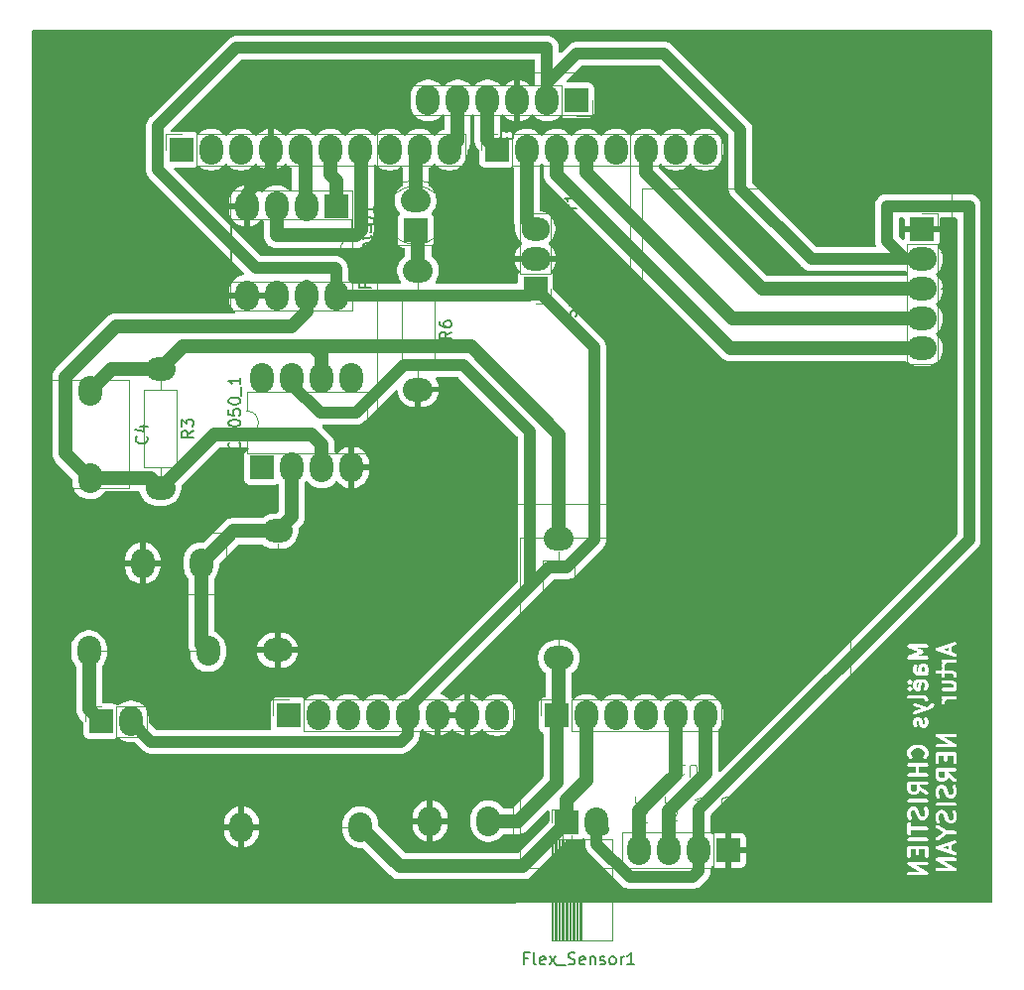
<source format=gbr>
%TF.GenerationSoftware,KiCad,Pcbnew,9.0.0*%
%TF.CreationDate,2025-03-25T15:20:39+01:00*%
%TF.ProjectId,1,312e6b69-6361-4645-9f70-636258585858,rev?*%
%TF.SameCoordinates,Original*%
%TF.FileFunction,Legend,Top*%
%TF.FilePolarity,Positive*%
%FSLAX46Y46*%
G04 Gerber Fmt 4.6, Leading zero omitted, Abs format (unit mm)*
G04 Created by KiCad (PCBNEW 9.0.0) date 2025-03-25 15:20:39*
%MOMM*%
%LPD*%
G01*
G04 APERTURE LIST*
%ADD10C,0.150000*%
%ADD11C,0.100000*%
%ADD12C,0.120000*%
%ADD13C,0.300000*%
%TA.AperFunction,ComponentPad*%
%ADD14R,2.000000X2.000000*%
%TD*%
%TA.AperFunction,ComponentPad*%
%ADD15O,2.000000X2.540000*%
%TD*%
%TA.AperFunction,ComponentPad*%
%ADD16O,2.540000X2.000000*%
%TD*%
%TA.AperFunction,ComponentPad*%
%ADD17O,2.400000X2.000000*%
%TD*%
%TA.AperFunction,Conductor*%
%ADD18C,1.000000*%
%TD*%
%TA.AperFunction,Conductor*%
%ADD19C,1.200000*%
%TD*%
G04 APERTURE END LIST*
D10*
X119824819Y-73166666D02*
X119348628Y-73499999D01*
X119824819Y-73738094D02*
X118824819Y-73738094D01*
X118824819Y-73738094D02*
X118824819Y-73357142D01*
X118824819Y-73357142D02*
X118872438Y-73261904D01*
X118872438Y-73261904D02*
X118920057Y-73214285D01*
X118920057Y-73214285D02*
X119015295Y-73166666D01*
X119015295Y-73166666D02*
X119158152Y-73166666D01*
X119158152Y-73166666D02*
X119253390Y-73214285D01*
X119253390Y-73214285D02*
X119301009Y-73261904D01*
X119301009Y-73261904D02*
X119348628Y-73357142D01*
X119348628Y-73357142D02*
X119348628Y-73738094D01*
X118824819Y-72833332D02*
X118824819Y-72214285D01*
X118824819Y-72214285D02*
X119205771Y-72547618D01*
X119205771Y-72547618D02*
X119205771Y-72404761D01*
X119205771Y-72404761D02*
X119253390Y-72309523D01*
X119253390Y-72309523D02*
X119301009Y-72261904D01*
X119301009Y-72261904D02*
X119396247Y-72214285D01*
X119396247Y-72214285D02*
X119634342Y-72214285D01*
X119634342Y-72214285D02*
X119729580Y-72261904D01*
X119729580Y-72261904D02*
X119777200Y-72309523D01*
X119777200Y-72309523D02*
X119824819Y-72404761D01*
X119824819Y-72404761D02*
X119824819Y-72690475D01*
X119824819Y-72690475D02*
X119777200Y-72785713D01*
X119777200Y-72785713D02*
X119729580Y-72833332D01*
X115833333Y-90084819D02*
X115500000Y-89608628D01*
X115261905Y-90084819D02*
X115261905Y-89084819D01*
X115261905Y-89084819D02*
X115642857Y-89084819D01*
X115642857Y-89084819D02*
X115738095Y-89132438D01*
X115738095Y-89132438D02*
X115785714Y-89180057D01*
X115785714Y-89180057D02*
X115833333Y-89275295D01*
X115833333Y-89275295D02*
X115833333Y-89418152D01*
X115833333Y-89418152D02*
X115785714Y-89513390D01*
X115785714Y-89513390D02*
X115738095Y-89561009D01*
X115738095Y-89561009D02*
X115642857Y-89608628D01*
X115642857Y-89608628D02*
X115261905Y-89608628D01*
X116738095Y-89084819D02*
X116261905Y-89084819D01*
X116261905Y-89084819D02*
X116214286Y-89561009D01*
X116214286Y-89561009D02*
X116261905Y-89513390D01*
X116261905Y-89513390D02*
X116357143Y-89465771D01*
X116357143Y-89465771D02*
X116595238Y-89465771D01*
X116595238Y-89465771D02*
X116690476Y-89513390D01*
X116690476Y-89513390D02*
X116738095Y-89561009D01*
X116738095Y-89561009D02*
X116785714Y-89656247D01*
X116785714Y-89656247D02*
X116785714Y-89894342D01*
X116785714Y-89894342D02*
X116738095Y-89989580D01*
X116738095Y-89989580D02*
X116690476Y-90037200D01*
X116690476Y-90037200D02*
X116595238Y-90084819D01*
X116595238Y-90084819D02*
X116357143Y-90084819D01*
X116357143Y-90084819D02*
X116261905Y-90037200D01*
X116261905Y-90037200D02*
X116214286Y-89989580D01*
X134994819Y-60960857D02*
X133994819Y-60960857D01*
X133994819Y-60960857D02*
X133994819Y-60579905D01*
X133994819Y-60579905D02*
X134042438Y-60484667D01*
X134042438Y-60484667D02*
X134090057Y-60437048D01*
X134090057Y-60437048D02*
X134185295Y-60389429D01*
X134185295Y-60389429D02*
X134328152Y-60389429D01*
X134328152Y-60389429D02*
X134423390Y-60437048D01*
X134423390Y-60437048D02*
X134471009Y-60484667D01*
X134471009Y-60484667D02*
X134518628Y-60579905D01*
X134518628Y-60579905D02*
X134518628Y-60960857D01*
X134994819Y-59818000D02*
X134947200Y-59913238D01*
X134947200Y-59913238D02*
X134899580Y-59960857D01*
X134899580Y-59960857D02*
X134804342Y-60008476D01*
X134804342Y-60008476D02*
X134518628Y-60008476D01*
X134518628Y-60008476D02*
X134423390Y-59960857D01*
X134423390Y-59960857D02*
X134375771Y-59913238D01*
X134375771Y-59913238D02*
X134328152Y-59818000D01*
X134328152Y-59818000D02*
X134328152Y-59675143D01*
X134328152Y-59675143D02*
X134375771Y-59579905D01*
X134375771Y-59579905D02*
X134423390Y-59532286D01*
X134423390Y-59532286D02*
X134518628Y-59484667D01*
X134518628Y-59484667D02*
X134804342Y-59484667D01*
X134804342Y-59484667D02*
X134899580Y-59532286D01*
X134899580Y-59532286D02*
X134947200Y-59579905D01*
X134947200Y-59579905D02*
X134994819Y-59675143D01*
X134994819Y-59675143D02*
X134994819Y-59818000D01*
X134328152Y-59198952D02*
X134328152Y-58818000D01*
X133994819Y-59056095D02*
X134851961Y-59056095D01*
X134851961Y-59056095D02*
X134947200Y-59008476D01*
X134947200Y-59008476D02*
X134994819Y-58913238D01*
X134994819Y-58913238D02*
X134994819Y-58818000D01*
X134947200Y-58103714D02*
X134994819Y-58198952D01*
X134994819Y-58198952D02*
X134994819Y-58389428D01*
X134994819Y-58389428D02*
X134947200Y-58484666D01*
X134947200Y-58484666D02*
X134851961Y-58532285D01*
X134851961Y-58532285D02*
X134471009Y-58532285D01*
X134471009Y-58532285D02*
X134375771Y-58484666D01*
X134375771Y-58484666D02*
X134328152Y-58389428D01*
X134328152Y-58389428D02*
X134328152Y-58198952D01*
X134328152Y-58198952D02*
X134375771Y-58103714D01*
X134375771Y-58103714D02*
X134471009Y-58056095D01*
X134471009Y-58056095D02*
X134566247Y-58056095D01*
X134566247Y-58056095D02*
X134661485Y-58532285D01*
X134328152Y-57627523D02*
X134994819Y-57627523D01*
X134423390Y-57627523D02*
X134375771Y-57579904D01*
X134375771Y-57579904D02*
X134328152Y-57484666D01*
X134328152Y-57484666D02*
X134328152Y-57341809D01*
X134328152Y-57341809D02*
X134375771Y-57246571D01*
X134375771Y-57246571D02*
X134471009Y-57198952D01*
X134471009Y-57198952D02*
X134994819Y-57198952D01*
X134328152Y-56865618D02*
X134328152Y-56484666D01*
X133994819Y-56722761D02*
X134851961Y-56722761D01*
X134851961Y-56722761D02*
X134947200Y-56675142D01*
X134947200Y-56675142D02*
X134994819Y-56579904D01*
X134994819Y-56579904D02*
X134994819Y-56484666D01*
X133994819Y-56246570D02*
X133994819Y-55627523D01*
X133994819Y-55627523D02*
X134375771Y-55960856D01*
X134375771Y-55960856D02*
X134375771Y-55817999D01*
X134375771Y-55817999D02*
X134423390Y-55722761D01*
X134423390Y-55722761D02*
X134471009Y-55675142D01*
X134471009Y-55675142D02*
X134566247Y-55627523D01*
X134566247Y-55627523D02*
X134804342Y-55627523D01*
X134804342Y-55627523D02*
X134899580Y-55675142D01*
X134899580Y-55675142D02*
X134947200Y-55722761D01*
X134947200Y-55722761D02*
X134994819Y-55817999D01*
X134994819Y-55817999D02*
X134994819Y-56103713D01*
X134994819Y-56103713D02*
X134947200Y-56198951D01*
X134947200Y-56198951D02*
X134899580Y-56246570D01*
X184157009Y-65030666D02*
X184157009Y-64697333D01*
X184680819Y-64554476D02*
X184680819Y-65030666D01*
X184680819Y-65030666D02*
X183680819Y-65030666D01*
X183680819Y-65030666D02*
X183680819Y-64554476D01*
X184014152Y-64125904D02*
X184680819Y-64125904D01*
X184109390Y-64125904D02*
X184061771Y-64078285D01*
X184061771Y-64078285D02*
X184014152Y-63983047D01*
X184014152Y-63983047D02*
X184014152Y-63840190D01*
X184014152Y-63840190D02*
X184061771Y-63744952D01*
X184061771Y-63744952D02*
X184157009Y-63697333D01*
X184157009Y-63697333D02*
X184680819Y-63697333D01*
X184633200Y-62792571D02*
X184680819Y-62887809D01*
X184680819Y-62887809D02*
X184680819Y-63078285D01*
X184680819Y-63078285D02*
X184633200Y-63173523D01*
X184633200Y-63173523D02*
X184585580Y-63221142D01*
X184585580Y-63221142D02*
X184490342Y-63268761D01*
X184490342Y-63268761D02*
X184204628Y-63268761D01*
X184204628Y-63268761D02*
X184109390Y-63221142D01*
X184109390Y-63221142D02*
X184061771Y-63173523D01*
X184061771Y-63173523D02*
X184014152Y-63078285D01*
X184014152Y-63078285D02*
X184014152Y-62887809D01*
X184014152Y-62887809D02*
X184061771Y-62792571D01*
X184680819Y-62221142D02*
X184633200Y-62316380D01*
X184633200Y-62316380D02*
X184585580Y-62363999D01*
X184585580Y-62363999D02*
X184490342Y-62411618D01*
X184490342Y-62411618D02*
X184204628Y-62411618D01*
X184204628Y-62411618D02*
X184109390Y-62363999D01*
X184109390Y-62363999D02*
X184061771Y-62316380D01*
X184061771Y-62316380D02*
X184014152Y-62221142D01*
X184014152Y-62221142D02*
X184014152Y-62078285D01*
X184014152Y-62078285D02*
X184061771Y-61983047D01*
X184061771Y-61983047D02*
X184109390Y-61935428D01*
X184109390Y-61935428D02*
X184204628Y-61887809D01*
X184204628Y-61887809D02*
X184490342Y-61887809D01*
X184490342Y-61887809D02*
X184585580Y-61935428D01*
X184585580Y-61935428D02*
X184633200Y-61983047D01*
X184633200Y-61983047D02*
X184680819Y-62078285D01*
X184680819Y-62078285D02*
X184680819Y-62221142D01*
X184680819Y-61030666D02*
X183680819Y-61030666D01*
X184633200Y-61030666D02*
X184680819Y-61125904D01*
X184680819Y-61125904D02*
X184680819Y-61316380D01*
X184680819Y-61316380D02*
X184633200Y-61411618D01*
X184633200Y-61411618D02*
X184585580Y-61459237D01*
X184585580Y-61459237D02*
X184490342Y-61506856D01*
X184490342Y-61506856D02*
X184204628Y-61506856D01*
X184204628Y-61506856D02*
X184109390Y-61459237D01*
X184109390Y-61459237D02*
X184061771Y-61411618D01*
X184061771Y-61411618D02*
X184014152Y-61316380D01*
X184014152Y-61316380D02*
X184014152Y-61125904D01*
X184014152Y-61125904D02*
X184061771Y-61030666D01*
X184633200Y-60173523D02*
X184680819Y-60268761D01*
X184680819Y-60268761D02*
X184680819Y-60459237D01*
X184680819Y-60459237D02*
X184633200Y-60554475D01*
X184633200Y-60554475D02*
X184537961Y-60602094D01*
X184537961Y-60602094D02*
X184157009Y-60602094D01*
X184157009Y-60602094D02*
X184061771Y-60554475D01*
X184061771Y-60554475D02*
X184014152Y-60459237D01*
X184014152Y-60459237D02*
X184014152Y-60268761D01*
X184014152Y-60268761D02*
X184061771Y-60173523D01*
X184061771Y-60173523D02*
X184157009Y-60125904D01*
X184157009Y-60125904D02*
X184252247Y-60125904D01*
X184252247Y-60125904D02*
X184347485Y-60602094D01*
X184014152Y-59268761D02*
X184680819Y-59268761D01*
X184014152Y-59697332D02*
X184537961Y-59697332D01*
X184537961Y-59697332D02*
X184633200Y-59649713D01*
X184633200Y-59649713D02*
X184680819Y-59554475D01*
X184680819Y-59554475D02*
X184680819Y-59411618D01*
X184680819Y-59411618D02*
X184633200Y-59316380D01*
X184633200Y-59316380D02*
X184585580Y-59268761D01*
X184680819Y-58792570D02*
X184014152Y-58792570D01*
X184204628Y-58792570D02*
X184109390Y-58744951D01*
X184109390Y-58744951D02*
X184061771Y-58697332D01*
X184061771Y-58697332D02*
X184014152Y-58602094D01*
X184014152Y-58602094D02*
X184014152Y-58506856D01*
X184680819Y-57649713D02*
X184680819Y-58221141D01*
X184680819Y-57935427D02*
X183680819Y-57935427D01*
X183680819Y-57935427D02*
X183823676Y-58030665D01*
X183823676Y-58030665D02*
X183918914Y-58125903D01*
X183918914Y-58125903D02*
X183966533Y-58221141D01*
X128833333Y-105084819D02*
X128500000Y-104608628D01*
X128261905Y-105084819D02*
X128261905Y-104084819D01*
X128261905Y-104084819D02*
X128642857Y-104084819D01*
X128642857Y-104084819D02*
X128738095Y-104132438D01*
X128738095Y-104132438D02*
X128785714Y-104180057D01*
X128785714Y-104180057D02*
X128833333Y-104275295D01*
X128833333Y-104275295D02*
X128833333Y-104418152D01*
X128833333Y-104418152D02*
X128785714Y-104513390D01*
X128785714Y-104513390D02*
X128738095Y-104561009D01*
X128738095Y-104561009D02*
X128642857Y-104608628D01*
X128642857Y-104608628D02*
X128261905Y-104608628D01*
X129166667Y-104084819D02*
X129833333Y-104084819D01*
X129833333Y-104084819D02*
X129404762Y-105084819D01*
X115809580Y-73666666D02*
X115857200Y-73714285D01*
X115857200Y-73714285D02*
X115904819Y-73857142D01*
X115904819Y-73857142D02*
X115904819Y-73952380D01*
X115904819Y-73952380D02*
X115857200Y-74095237D01*
X115857200Y-74095237D02*
X115761961Y-74190475D01*
X115761961Y-74190475D02*
X115666723Y-74238094D01*
X115666723Y-74238094D02*
X115476247Y-74285713D01*
X115476247Y-74285713D02*
X115333390Y-74285713D01*
X115333390Y-74285713D02*
X115142914Y-74238094D01*
X115142914Y-74238094D02*
X115047676Y-74190475D01*
X115047676Y-74190475D02*
X114952438Y-74095237D01*
X114952438Y-74095237D02*
X114904819Y-73952380D01*
X114904819Y-73952380D02*
X114904819Y-73857142D01*
X114904819Y-73857142D02*
X114952438Y-73714285D01*
X114952438Y-73714285D02*
X115000057Y-73666666D01*
X115238152Y-72809523D02*
X115904819Y-72809523D01*
X114857200Y-73047618D02*
X115571485Y-73285713D01*
X115571485Y-73285713D02*
X115571485Y-72666666D01*
X135274819Y-55538094D02*
X134274819Y-55538094D01*
X134274819Y-55538094D02*
X134274819Y-55299999D01*
X134274819Y-55299999D02*
X134322438Y-55157142D01*
X134322438Y-55157142D02*
X134417676Y-55061904D01*
X134417676Y-55061904D02*
X134512914Y-55014285D01*
X134512914Y-55014285D02*
X134703390Y-54966666D01*
X134703390Y-54966666D02*
X134846247Y-54966666D01*
X134846247Y-54966666D02*
X135036723Y-55014285D01*
X135036723Y-55014285D02*
X135131961Y-55061904D01*
X135131961Y-55061904D02*
X135227200Y-55157142D01*
X135227200Y-55157142D02*
X135274819Y-55299999D01*
X135274819Y-55299999D02*
X135274819Y-55538094D01*
X135274819Y-54014285D02*
X135274819Y-54585713D01*
X135274819Y-54299999D02*
X134274819Y-54299999D01*
X134274819Y-54299999D02*
X134417676Y-54395237D01*
X134417676Y-54395237D02*
X134512914Y-54490475D01*
X134512914Y-54490475D02*
X134560533Y-54585713D01*
X152455200Y-63460286D02*
X152502819Y-63317429D01*
X152502819Y-63317429D02*
X152502819Y-63079334D01*
X152502819Y-63079334D02*
X152455200Y-62984096D01*
X152455200Y-62984096D02*
X152407580Y-62936477D01*
X152407580Y-62936477D02*
X152312342Y-62888858D01*
X152312342Y-62888858D02*
X152217104Y-62888858D01*
X152217104Y-62888858D02*
X152121866Y-62936477D01*
X152121866Y-62936477D02*
X152074247Y-62984096D01*
X152074247Y-62984096D02*
X152026628Y-63079334D01*
X152026628Y-63079334D02*
X151979009Y-63269810D01*
X151979009Y-63269810D02*
X151931390Y-63365048D01*
X151931390Y-63365048D02*
X151883771Y-63412667D01*
X151883771Y-63412667D02*
X151788533Y-63460286D01*
X151788533Y-63460286D02*
X151693295Y-63460286D01*
X151693295Y-63460286D02*
X151598057Y-63412667D01*
X151598057Y-63412667D02*
X151550438Y-63365048D01*
X151550438Y-63365048D02*
X151502819Y-63269810D01*
X151502819Y-63269810D02*
X151502819Y-63031715D01*
X151502819Y-63031715D02*
X151550438Y-62888858D01*
X152455200Y-62079334D02*
X152502819Y-62174572D01*
X152502819Y-62174572D02*
X152502819Y-62365048D01*
X152502819Y-62365048D02*
X152455200Y-62460286D01*
X152455200Y-62460286D02*
X152359961Y-62507905D01*
X152359961Y-62507905D02*
X151979009Y-62507905D01*
X151979009Y-62507905D02*
X151883771Y-62460286D01*
X151883771Y-62460286D02*
X151836152Y-62365048D01*
X151836152Y-62365048D02*
X151836152Y-62174572D01*
X151836152Y-62174572D02*
X151883771Y-62079334D01*
X151883771Y-62079334D02*
X151979009Y-62031715D01*
X151979009Y-62031715D02*
X152074247Y-62031715D01*
X152074247Y-62031715D02*
X152169485Y-62507905D01*
X152502819Y-61603143D02*
X151836152Y-61603143D01*
X152026628Y-61603143D02*
X151931390Y-61555524D01*
X151931390Y-61555524D02*
X151883771Y-61507905D01*
X151883771Y-61507905D02*
X151836152Y-61412667D01*
X151836152Y-61412667D02*
X151836152Y-61317429D01*
X151836152Y-61079333D02*
X152502819Y-60841238D01*
X152502819Y-60841238D02*
X151836152Y-60603143D01*
X152502819Y-60079333D02*
X152455200Y-60174571D01*
X152455200Y-60174571D02*
X152407580Y-60222190D01*
X152407580Y-60222190D02*
X152312342Y-60269809D01*
X152312342Y-60269809D02*
X152026628Y-60269809D01*
X152026628Y-60269809D02*
X151931390Y-60222190D01*
X151931390Y-60222190D02*
X151883771Y-60174571D01*
X151883771Y-60174571D02*
X151836152Y-60079333D01*
X151836152Y-60079333D02*
X151836152Y-59936476D01*
X151836152Y-59936476D02*
X151883771Y-59841238D01*
X151883771Y-59841238D02*
X151931390Y-59793619D01*
X151931390Y-59793619D02*
X152026628Y-59746000D01*
X152026628Y-59746000D02*
X152312342Y-59746000D01*
X152312342Y-59746000D02*
X152407580Y-59793619D01*
X152407580Y-59793619D02*
X152455200Y-59841238D01*
X152455200Y-59841238D02*
X152502819Y-59936476D01*
X152502819Y-59936476D02*
X152502819Y-60079333D01*
X152598057Y-59555524D02*
X152598057Y-58793619D01*
X152502819Y-58555523D02*
X151502819Y-58555523D01*
X151502819Y-58555523D02*
X152217104Y-58222190D01*
X152217104Y-58222190D02*
X151502819Y-57888857D01*
X151502819Y-57888857D02*
X152502819Y-57888857D01*
X152502819Y-57269809D02*
X152455200Y-57365047D01*
X152455200Y-57365047D02*
X152407580Y-57412666D01*
X152407580Y-57412666D02*
X152312342Y-57460285D01*
X152312342Y-57460285D02*
X152026628Y-57460285D01*
X152026628Y-57460285D02*
X151931390Y-57412666D01*
X151931390Y-57412666D02*
X151883771Y-57365047D01*
X151883771Y-57365047D02*
X151836152Y-57269809D01*
X151836152Y-57269809D02*
X151836152Y-57126952D01*
X151836152Y-57126952D02*
X151883771Y-57031714D01*
X151883771Y-57031714D02*
X151931390Y-56984095D01*
X151931390Y-56984095D02*
X152026628Y-56936476D01*
X152026628Y-56936476D02*
X152312342Y-56936476D01*
X152312342Y-56936476D02*
X152407580Y-56984095D01*
X152407580Y-56984095D02*
X152455200Y-57031714D01*
X152455200Y-57031714D02*
X152502819Y-57126952D01*
X152502819Y-57126952D02*
X152502819Y-57269809D01*
X151836152Y-56650761D02*
X151836152Y-56269809D01*
X151502819Y-56507904D02*
X152359961Y-56507904D01*
X152359961Y-56507904D02*
X152455200Y-56460285D01*
X152455200Y-56460285D02*
X152502819Y-56365047D01*
X152502819Y-56365047D02*
X152502819Y-56269809D01*
X152455200Y-55555523D02*
X152502819Y-55650761D01*
X152502819Y-55650761D02*
X152502819Y-55841237D01*
X152502819Y-55841237D02*
X152455200Y-55936475D01*
X152455200Y-55936475D02*
X152359961Y-55984094D01*
X152359961Y-55984094D02*
X151979009Y-55984094D01*
X151979009Y-55984094D02*
X151883771Y-55936475D01*
X151883771Y-55936475D02*
X151836152Y-55841237D01*
X151836152Y-55841237D02*
X151836152Y-55650761D01*
X151836152Y-55650761D02*
X151883771Y-55555523D01*
X151883771Y-55555523D02*
X151979009Y-55507904D01*
X151979009Y-55507904D02*
X152074247Y-55507904D01*
X152074247Y-55507904D02*
X152169485Y-55984094D01*
X151836152Y-54650761D02*
X152502819Y-54650761D01*
X151836152Y-55079332D02*
X152359961Y-55079332D01*
X152359961Y-55079332D02*
X152455200Y-55031713D01*
X152455200Y-55031713D02*
X152502819Y-54936475D01*
X152502819Y-54936475D02*
X152502819Y-54793618D01*
X152502819Y-54793618D02*
X152455200Y-54698380D01*
X152455200Y-54698380D02*
X152407580Y-54650761D01*
X152502819Y-54174570D02*
X151836152Y-54174570D01*
X152026628Y-54174570D02*
X151931390Y-54126951D01*
X151931390Y-54126951D02*
X151883771Y-54079332D01*
X151883771Y-54079332D02*
X151836152Y-53984094D01*
X151836152Y-53984094D02*
X151836152Y-53888856D01*
X152502819Y-53031713D02*
X152502819Y-53603141D01*
X152502819Y-53317427D02*
X151502819Y-53317427D01*
X151502819Y-53317427D02*
X151645676Y-53412665D01*
X151645676Y-53412665D02*
X151740914Y-53507903D01*
X151740914Y-53507903D02*
X151788533Y-53603141D01*
X123814819Y-75833333D02*
X123814819Y-76309523D01*
X123814819Y-76309523D02*
X122814819Y-76309523D01*
X122814819Y-75642856D02*
X122814819Y-75071428D01*
X123814819Y-75357142D02*
X122814819Y-75357142D01*
X123719580Y-74166666D02*
X123767200Y-74214285D01*
X123767200Y-74214285D02*
X123814819Y-74357142D01*
X123814819Y-74357142D02*
X123814819Y-74452380D01*
X123814819Y-74452380D02*
X123767200Y-74595237D01*
X123767200Y-74595237D02*
X123671961Y-74690475D01*
X123671961Y-74690475D02*
X123576723Y-74738094D01*
X123576723Y-74738094D02*
X123386247Y-74785713D01*
X123386247Y-74785713D02*
X123243390Y-74785713D01*
X123243390Y-74785713D02*
X123052914Y-74738094D01*
X123052914Y-74738094D02*
X122957676Y-74690475D01*
X122957676Y-74690475D02*
X122862438Y-74595237D01*
X122862438Y-74595237D02*
X122814819Y-74452380D01*
X122814819Y-74452380D02*
X122814819Y-74357142D01*
X122814819Y-74357142D02*
X122862438Y-74214285D01*
X122862438Y-74214285D02*
X122910057Y-74166666D01*
X123814819Y-73214285D02*
X123814819Y-73785713D01*
X123814819Y-73499999D02*
X122814819Y-73499999D01*
X122814819Y-73499999D02*
X122957676Y-73595237D01*
X122957676Y-73595237D02*
X123052914Y-73690475D01*
X123052914Y-73690475D02*
X123100533Y-73785713D01*
X122814819Y-72595237D02*
X122814819Y-72499999D01*
X122814819Y-72499999D02*
X122862438Y-72404761D01*
X122862438Y-72404761D02*
X122910057Y-72357142D01*
X122910057Y-72357142D02*
X123005295Y-72309523D01*
X123005295Y-72309523D02*
X123195771Y-72261904D01*
X123195771Y-72261904D02*
X123433866Y-72261904D01*
X123433866Y-72261904D02*
X123624342Y-72309523D01*
X123624342Y-72309523D02*
X123719580Y-72357142D01*
X123719580Y-72357142D02*
X123767200Y-72404761D01*
X123767200Y-72404761D02*
X123814819Y-72499999D01*
X123814819Y-72499999D02*
X123814819Y-72595237D01*
X123814819Y-72595237D02*
X123767200Y-72690475D01*
X123767200Y-72690475D02*
X123719580Y-72738094D01*
X123719580Y-72738094D02*
X123624342Y-72785713D01*
X123624342Y-72785713D02*
X123433866Y-72833332D01*
X123433866Y-72833332D02*
X123195771Y-72833332D01*
X123195771Y-72833332D02*
X123005295Y-72785713D01*
X123005295Y-72785713D02*
X122910057Y-72738094D01*
X122910057Y-72738094D02*
X122862438Y-72690475D01*
X122862438Y-72690475D02*
X122814819Y-72595237D01*
X122814819Y-71357142D02*
X122814819Y-71833332D01*
X122814819Y-71833332D02*
X123291009Y-71880951D01*
X123291009Y-71880951D02*
X123243390Y-71833332D01*
X123243390Y-71833332D02*
X123195771Y-71738094D01*
X123195771Y-71738094D02*
X123195771Y-71499999D01*
X123195771Y-71499999D02*
X123243390Y-71404761D01*
X123243390Y-71404761D02*
X123291009Y-71357142D01*
X123291009Y-71357142D02*
X123386247Y-71309523D01*
X123386247Y-71309523D02*
X123624342Y-71309523D01*
X123624342Y-71309523D02*
X123719580Y-71357142D01*
X123719580Y-71357142D02*
X123767200Y-71404761D01*
X123767200Y-71404761D02*
X123814819Y-71499999D01*
X123814819Y-71499999D02*
X123814819Y-71738094D01*
X123814819Y-71738094D02*
X123767200Y-71833332D01*
X123767200Y-71833332D02*
X123719580Y-71880951D01*
X122814819Y-70690475D02*
X122814819Y-70595237D01*
X122814819Y-70595237D02*
X122862438Y-70499999D01*
X122862438Y-70499999D02*
X122910057Y-70452380D01*
X122910057Y-70452380D02*
X123005295Y-70404761D01*
X123005295Y-70404761D02*
X123195771Y-70357142D01*
X123195771Y-70357142D02*
X123433866Y-70357142D01*
X123433866Y-70357142D02*
X123624342Y-70404761D01*
X123624342Y-70404761D02*
X123719580Y-70452380D01*
X123719580Y-70452380D02*
X123767200Y-70499999D01*
X123767200Y-70499999D02*
X123814819Y-70595237D01*
X123814819Y-70595237D02*
X123814819Y-70690475D01*
X123814819Y-70690475D02*
X123767200Y-70785713D01*
X123767200Y-70785713D02*
X123719580Y-70833332D01*
X123719580Y-70833332D02*
X123624342Y-70880951D01*
X123624342Y-70880951D02*
X123433866Y-70928570D01*
X123433866Y-70928570D02*
X123195771Y-70928570D01*
X123195771Y-70928570D02*
X123005295Y-70880951D01*
X123005295Y-70880951D02*
X122910057Y-70833332D01*
X122910057Y-70833332D02*
X122862438Y-70785713D01*
X122862438Y-70785713D02*
X122814819Y-70690475D01*
X123910057Y-70166666D02*
X123910057Y-69404761D01*
X123814819Y-68642856D02*
X123814819Y-69214284D01*
X123814819Y-68928570D02*
X122814819Y-68928570D01*
X122814819Y-68928570D02*
X122957676Y-69023808D01*
X122957676Y-69023808D02*
X123052914Y-69119046D01*
X123052914Y-69119046D02*
X123100533Y-69214284D01*
X117833333Y-81109580D02*
X117785714Y-81157200D01*
X117785714Y-81157200D02*
X117642857Y-81204819D01*
X117642857Y-81204819D02*
X117547619Y-81204819D01*
X117547619Y-81204819D02*
X117404762Y-81157200D01*
X117404762Y-81157200D02*
X117309524Y-81061961D01*
X117309524Y-81061961D02*
X117261905Y-80966723D01*
X117261905Y-80966723D02*
X117214286Y-80776247D01*
X117214286Y-80776247D02*
X117214286Y-80633390D01*
X117214286Y-80633390D02*
X117261905Y-80442914D01*
X117261905Y-80442914D02*
X117309524Y-80347676D01*
X117309524Y-80347676D02*
X117404762Y-80252438D01*
X117404762Y-80252438D02*
X117547619Y-80204819D01*
X117547619Y-80204819D02*
X117642857Y-80204819D01*
X117642857Y-80204819D02*
X117785714Y-80252438D01*
X117785714Y-80252438D02*
X117833333Y-80300057D01*
X118785714Y-81204819D02*
X118214286Y-81204819D01*
X118500000Y-81204819D02*
X118500000Y-80204819D01*
X118500000Y-80204819D02*
X118404762Y-80347676D01*
X118404762Y-80347676D02*
X118309524Y-80442914D01*
X118309524Y-80442914D02*
X118214286Y-80490533D01*
X153824819Y-87666666D02*
X153348628Y-87999999D01*
X153824819Y-88238094D02*
X152824819Y-88238094D01*
X152824819Y-88238094D02*
X152824819Y-87857142D01*
X152824819Y-87857142D02*
X152872438Y-87761904D01*
X152872438Y-87761904D02*
X152920057Y-87714285D01*
X152920057Y-87714285D02*
X153015295Y-87666666D01*
X153015295Y-87666666D02*
X153158152Y-87666666D01*
X153158152Y-87666666D02*
X153253390Y-87714285D01*
X153253390Y-87714285D02*
X153301009Y-87761904D01*
X153301009Y-87761904D02*
X153348628Y-87857142D01*
X153348628Y-87857142D02*
X153348628Y-88238094D01*
X153158152Y-86809523D02*
X153824819Y-86809523D01*
X152777200Y-87047618D02*
X153491485Y-87285713D01*
X153491485Y-87285713D02*
X153491485Y-86666666D01*
X109549580Y-100547619D02*
X109597200Y-100595238D01*
X109597200Y-100595238D02*
X109644819Y-100738095D01*
X109644819Y-100738095D02*
X109644819Y-100833333D01*
X109644819Y-100833333D02*
X109597200Y-100976190D01*
X109597200Y-100976190D02*
X109501961Y-101071428D01*
X109501961Y-101071428D02*
X109406723Y-101119047D01*
X109406723Y-101119047D02*
X109216247Y-101166666D01*
X109216247Y-101166666D02*
X109073390Y-101166666D01*
X109073390Y-101166666D02*
X108882914Y-101119047D01*
X108882914Y-101119047D02*
X108787676Y-101071428D01*
X108787676Y-101071428D02*
X108692438Y-100976190D01*
X108692438Y-100976190D02*
X108644819Y-100833333D01*
X108644819Y-100833333D02*
X108644819Y-100738095D01*
X108644819Y-100738095D02*
X108692438Y-100595238D01*
X108692438Y-100595238D02*
X108740057Y-100547619D01*
X109644819Y-99690476D02*
X109121009Y-99690476D01*
X109121009Y-99690476D02*
X109025771Y-99738095D01*
X109025771Y-99738095D02*
X108978152Y-99833333D01*
X108978152Y-99833333D02*
X108978152Y-100023809D01*
X108978152Y-100023809D02*
X109025771Y-100119047D01*
X109597200Y-99690476D02*
X109644819Y-99785714D01*
X109644819Y-99785714D02*
X109644819Y-100023809D01*
X109644819Y-100023809D02*
X109597200Y-100119047D01*
X109597200Y-100119047D02*
X109501961Y-100166666D01*
X109501961Y-100166666D02*
X109406723Y-100166666D01*
X109406723Y-100166666D02*
X109311485Y-100119047D01*
X109311485Y-100119047D02*
X109263866Y-100023809D01*
X109263866Y-100023809D02*
X109263866Y-99785714D01*
X109263866Y-99785714D02*
X109216247Y-99690476D01*
X108978152Y-99214285D02*
X109978152Y-99214285D01*
X109025771Y-99214285D02*
X108978152Y-99119047D01*
X108978152Y-99119047D02*
X108978152Y-98928571D01*
X108978152Y-98928571D02*
X109025771Y-98833333D01*
X109025771Y-98833333D02*
X109073390Y-98785714D01*
X109073390Y-98785714D02*
X109168628Y-98738095D01*
X109168628Y-98738095D02*
X109454342Y-98738095D01*
X109454342Y-98738095D02*
X109549580Y-98785714D01*
X109549580Y-98785714D02*
X109597200Y-98833333D01*
X109597200Y-98833333D02*
X109644819Y-98928571D01*
X109644819Y-98928571D02*
X109644819Y-99119047D01*
X109644819Y-99119047D02*
X109597200Y-99214285D01*
X108978152Y-98452380D02*
X108978152Y-98071428D01*
X108644819Y-98309523D02*
X109501961Y-98309523D01*
X109501961Y-98309523D02*
X109597200Y-98261904D01*
X109597200Y-98261904D02*
X109644819Y-98166666D01*
X109644819Y-98166666D02*
X109644819Y-98071428D01*
X109597200Y-97357142D02*
X109644819Y-97452380D01*
X109644819Y-97452380D02*
X109644819Y-97642856D01*
X109644819Y-97642856D02*
X109597200Y-97738094D01*
X109597200Y-97738094D02*
X109501961Y-97785713D01*
X109501961Y-97785713D02*
X109121009Y-97785713D01*
X109121009Y-97785713D02*
X109025771Y-97738094D01*
X109025771Y-97738094D02*
X108978152Y-97642856D01*
X108978152Y-97642856D02*
X108978152Y-97452380D01*
X108978152Y-97452380D02*
X109025771Y-97357142D01*
X109025771Y-97357142D02*
X109121009Y-97309523D01*
X109121009Y-97309523D02*
X109216247Y-97309523D01*
X109216247Y-97309523D02*
X109311485Y-97785713D01*
X108978152Y-96452380D02*
X109644819Y-96452380D01*
X108978152Y-96880951D02*
X109501961Y-96880951D01*
X109501961Y-96880951D02*
X109597200Y-96833332D01*
X109597200Y-96833332D02*
X109644819Y-96738094D01*
X109644819Y-96738094D02*
X109644819Y-96595237D01*
X109644819Y-96595237D02*
X109597200Y-96499999D01*
X109597200Y-96499999D02*
X109549580Y-96452380D01*
X109644819Y-95976189D02*
X108978152Y-95976189D01*
X109168628Y-95976189D02*
X109073390Y-95928570D01*
X109073390Y-95928570D02*
X109025771Y-95880951D01*
X109025771Y-95880951D02*
X108978152Y-95785713D01*
X108978152Y-95785713D02*
X108978152Y-95690475D01*
X109644819Y-94833332D02*
X109644819Y-95404760D01*
X109644819Y-95119046D02*
X108644819Y-95119046D01*
X108644819Y-95119046D02*
X108787676Y-95214284D01*
X108787676Y-95214284D02*
X108882914Y-95309522D01*
X108882914Y-95309522D02*
X108930533Y-95404760D01*
X146110666Y-47248819D02*
X146110666Y-47963104D01*
X146110666Y-47963104D02*
X146063047Y-48105961D01*
X146063047Y-48105961D02*
X145967809Y-48201200D01*
X145967809Y-48201200D02*
X145824952Y-48248819D01*
X145824952Y-48248819D02*
X145729714Y-48248819D01*
X147063047Y-47248819D02*
X146586857Y-47248819D01*
X146586857Y-47248819D02*
X146539238Y-47725009D01*
X146539238Y-47725009D02*
X146586857Y-47677390D01*
X146586857Y-47677390D02*
X146682095Y-47629771D01*
X146682095Y-47629771D02*
X146920190Y-47629771D01*
X146920190Y-47629771D02*
X147015428Y-47677390D01*
X147015428Y-47677390D02*
X147063047Y-47725009D01*
X147063047Y-47725009D02*
X147110666Y-47820247D01*
X147110666Y-47820247D02*
X147110666Y-48058342D01*
X147110666Y-48058342D02*
X147063047Y-48153580D01*
X147063047Y-48153580D02*
X147015428Y-48201200D01*
X147015428Y-48201200D02*
X146920190Y-48248819D01*
X146920190Y-48248819D02*
X146682095Y-48248819D01*
X146682095Y-48248819D02*
X146586857Y-48201200D01*
X146586857Y-48201200D02*
X146539238Y-48153580D01*
D11*
X162727904Y-102682580D02*
X162727904Y-101873057D01*
X162727904Y-101873057D02*
X162680285Y-101777819D01*
X162680285Y-101777819D02*
X162632666Y-101730200D01*
X162632666Y-101730200D02*
X162537428Y-101682580D01*
X162537428Y-101682580D02*
X162346952Y-101682580D01*
X162346952Y-101682580D02*
X162251714Y-101730200D01*
X162251714Y-101730200D02*
X162204095Y-101777819D01*
X162204095Y-101777819D02*
X162156476Y-101873057D01*
X162156476Y-101873057D02*
X162156476Y-102682580D01*
X161156476Y-101682580D02*
X161727904Y-101682580D01*
X161442190Y-101682580D02*
X161442190Y-102682580D01*
X161442190Y-102682580D02*
X161537428Y-102539723D01*
X161537428Y-102539723D02*
X161632666Y-102444485D01*
X161632666Y-102444485D02*
X161727904Y-102396866D01*
X160087200Y-104430265D02*
X160039580Y-104573122D01*
X160039580Y-104573122D02*
X160039580Y-104811217D01*
X160039580Y-104811217D02*
X160087200Y-104906455D01*
X160087200Y-104906455D02*
X160134819Y-104954074D01*
X160134819Y-104954074D02*
X160230057Y-105001693D01*
X160230057Y-105001693D02*
X160325295Y-105001693D01*
X160325295Y-105001693D02*
X160420533Y-104954074D01*
X160420533Y-104954074D02*
X160468152Y-104906455D01*
X160468152Y-104906455D02*
X160515771Y-104811217D01*
X160515771Y-104811217D02*
X160563390Y-104620741D01*
X160563390Y-104620741D02*
X160611009Y-104525503D01*
X160611009Y-104525503D02*
X160658628Y-104477884D01*
X160658628Y-104477884D02*
X160753866Y-104430265D01*
X160753866Y-104430265D02*
X160849104Y-104430265D01*
X160849104Y-104430265D02*
X160944342Y-104477884D01*
X160944342Y-104477884D02*
X160991961Y-104525503D01*
X160991961Y-104525503D02*
X161039580Y-104620741D01*
X161039580Y-104620741D02*
X161039580Y-104858836D01*
X161039580Y-104858836D02*
X160991961Y-105001693D01*
X160134819Y-106001693D02*
X160087200Y-105954074D01*
X160087200Y-105954074D02*
X160039580Y-105811217D01*
X160039580Y-105811217D02*
X160039580Y-105715979D01*
X160039580Y-105715979D02*
X160087200Y-105573122D01*
X160087200Y-105573122D02*
X160182438Y-105477884D01*
X160182438Y-105477884D02*
X160277676Y-105430265D01*
X160277676Y-105430265D02*
X160468152Y-105382646D01*
X160468152Y-105382646D02*
X160611009Y-105382646D01*
X160611009Y-105382646D02*
X160801485Y-105430265D01*
X160801485Y-105430265D02*
X160896723Y-105477884D01*
X160896723Y-105477884D02*
X160991961Y-105573122D01*
X160991961Y-105573122D02*
X161039580Y-105715979D01*
X161039580Y-105715979D02*
X161039580Y-105811217D01*
X161039580Y-105811217D02*
X160991961Y-105954074D01*
X160991961Y-105954074D02*
X160944342Y-106001693D01*
X160039580Y-106906455D02*
X160039580Y-106430265D01*
X160039580Y-106430265D02*
X161039580Y-106430265D01*
X163579580Y-104335027D02*
X162579580Y-104668360D01*
X162579580Y-104668360D02*
X163579580Y-105001693D01*
X162627200Y-105763598D02*
X162579580Y-105668360D01*
X162579580Y-105668360D02*
X162579580Y-105477884D01*
X162579580Y-105477884D02*
X162627200Y-105382646D01*
X162627200Y-105382646D02*
X162674819Y-105335027D01*
X162674819Y-105335027D02*
X162770057Y-105287408D01*
X162770057Y-105287408D02*
X163055771Y-105287408D01*
X163055771Y-105287408D02*
X163151009Y-105335027D01*
X163151009Y-105335027D02*
X163198628Y-105382646D01*
X163198628Y-105382646D02*
X163246247Y-105477884D01*
X163246247Y-105477884D02*
X163246247Y-105668360D01*
X163246247Y-105668360D02*
X163198628Y-105763598D01*
X162627200Y-106620741D02*
X162579580Y-106525503D01*
X162579580Y-106525503D02*
X162579580Y-106335027D01*
X162579580Y-106335027D02*
X162627200Y-106239789D01*
X162627200Y-106239789D02*
X162674819Y-106192170D01*
X162674819Y-106192170D02*
X162770057Y-106144551D01*
X162770057Y-106144551D02*
X163055771Y-106144551D01*
X163055771Y-106144551D02*
X163151009Y-106192170D01*
X163151009Y-106192170D02*
X163198628Y-106239789D01*
X163198628Y-106239789D02*
X163246247Y-106335027D01*
X163246247Y-106335027D02*
X163246247Y-106525503D01*
X163246247Y-106525503D02*
X163198628Y-106620741D01*
X165817961Y-105001693D02*
X165865580Y-104906455D01*
X165865580Y-104906455D02*
X165865580Y-104763598D01*
X165865580Y-104763598D02*
X165817961Y-104620741D01*
X165817961Y-104620741D02*
X165722723Y-104525503D01*
X165722723Y-104525503D02*
X165627485Y-104477884D01*
X165627485Y-104477884D02*
X165437009Y-104430265D01*
X165437009Y-104430265D02*
X165294152Y-104430265D01*
X165294152Y-104430265D02*
X165103676Y-104477884D01*
X165103676Y-104477884D02*
X165008438Y-104525503D01*
X165008438Y-104525503D02*
X164913200Y-104620741D01*
X164913200Y-104620741D02*
X164865580Y-104763598D01*
X164865580Y-104763598D02*
X164865580Y-104858836D01*
X164865580Y-104858836D02*
X164913200Y-105001693D01*
X164913200Y-105001693D02*
X164960819Y-105049312D01*
X164960819Y-105049312D02*
X165294152Y-105049312D01*
X165294152Y-105049312D02*
X165294152Y-104858836D01*
X164865580Y-105477884D02*
X165865580Y-105477884D01*
X165865580Y-105477884D02*
X164865580Y-106049312D01*
X164865580Y-106049312D02*
X165865580Y-106049312D01*
X164865580Y-106525503D02*
X165865580Y-106525503D01*
X165865580Y-106525503D02*
X165865580Y-106763598D01*
X165865580Y-106763598D02*
X165817961Y-106906455D01*
X165817961Y-106906455D02*
X165722723Y-107001693D01*
X165722723Y-107001693D02*
X165627485Y-107049312D01*
X165627485Y-107049312D02*
X165437009Y-107096931D01*
X165437009Y-107096931D02*
X165294152Y-107096931D01*
X165294152Y-107096931D02*
X165103676Y-107049312D01*
X165103676Y-107049312D02*
X165008438Y-107001693D01*
X165008438Y-107001693D02*
X164913200Y-106906455D01*
X164913200Y-106906455D02*
X164865580Y-106763598D01*
X164865580Y-106763598D02*
X164865580Y-106525503D01*
X157547200Y-104430265D02*
X157499580Y-104573122D01*
X157499580Y-104573122D02*
X157499580Y-104811217D01*
X157499580Y-104811217D02*
X157547200Y-104906455D01*
X157547200Y-104906455D02*
X157594819Y-104954074D01*
X157594819Y-104954074D02*
X157690057Y-105001693D01*
X157690057Y-105001693D02*
X157785295Y-105001693D01*
X157785295Y-105001693D02*
X157880533Y-104954074D01*
X157880533Y-104954074D02*
X157928152Y-104906455D01*
X157928152Y-104906455D02*
X157975771Y-104811217D01*
X157975771Y-104811217D02*
X158023390Y-104620741D01*
X158023390Y-104620741D02*
X158071009Y-104525503D01*
X158071009Y-104525503D02*
X158118628Y-104477884D01*
X158118628Y-104477884D02*
X158213866Y-104430265D01*
X158213866Y-104430265D02*
X158309104Y-104430265D01*
X158309104Y-104430265D02*
X158404342Y-104477884D01*
X158404342Y-104477884D02*
X158451961Y-104525503D01*
X158451961Y-104525503D02*
X158499580Y-104620741D01*
X158499580Y-104620741D02*
X158499580Y-104858836D01*
X158499580Y-104858836D02*
X158451961Y-105001693D01*
X157499580Y-105430265D02*
X158499580Y-105430265D01*
X158499580Y-105430265D02*
X158499580Y-105668360D01*
X158499580Y-105668360D02*
X158451961Y-105811217D01*
X158451961Y-105811217D02*
X158356723Y-105906455D01*
X158356723Y-105906455D02*
X158261485Y-105954074D01*
X158261485Y-105954074D02*
X158071009Y-106001693D01*
X158071009Y-106001693D02*
X157928152Y-106001693D01*
X157928152Y-106001693D02*
X157737676Y-105954074D01*
X157737676Y-105954074D02*
X157642438Y-105906455D01*
X157642438Y-105906455D02*
X157547200Y-105811217D01*
X157547200Y-105811217D02*
X157499580Y-105668360D01*
X157499580Y-105668360D02*
X157499580Y-105430265D01*
X157785295Y-106382646D02*
X157785295Y-106858836D01*
X157499580Y-106287408D02*
X158499580Y-106620741D01*
X158499580Y-106620741D02*
X157499580Y-106954074D01*
D10*
X129824819Y-87006666D02*
X129348628Y-87339999D01*
X129824819Y-87578094D02*
X128824819Y-87578094D01*
X128824819Y-87578094D02*
X128824819Y-87197142D01*
X128824819Y-87197142D02*
X128872438Y-87101904D01*
X128872438Y-87101904D02*
X128920057Y-87054285D01*
X128920057Y-87054285D02*
X129015295Y-87006666D01*
X129015295Y-87006666D02*
X129158152Y-87006666D01*
X129158152Y-87006666D02*
X129253390Y-87054285D01*
X129253390Y-87054285D02*
X129301009Y-87101904D01*
X129301009Y-87101904D02*
X129348628Y-87197142D01*
X129348628Y-87197142D02*
X129348628Y-87578094D01*
X129824819Y-86054285D02*
X129824819Y-86625713D01*
X129824819Y-86339999D02*
X128824819Y-86339999D01*
X128824819Y-86339999D02*
X128967676Y-86435237D01*
X128967676Y-86435237D02*
X129062914Y-86530475D01*
X129062914Y-86530475D02*
X129110533Y-86625713D01*
X148382665Y-118215009D02*
X148049332Y-118215009D01*
X148049332Y-118738819D02*
X148049332Y-117738819D01*
X148049332Y-117738819D02*
X148525522Y-117738819D01*
X149049332Y-118738819D02*
X148954094Y-118691200D01*
X148954094Y-118691200D02*
X148906475Y-118595961D01*
X148906475Y-118595961D02*
X148906475Y-117738819D01*
X149811237Y-118691200D02*
X149715999Y-118738819D01*
X149715999Y-118738819D02*
X149525523Y-118738819D01*
X149525523Y-118738819D02*
X149430285Y-118691200D01*
X149430285Y-118691200D02*
X149382666Y-118595961D01*
X149382666Y-118595961D02*
X149382666Y-118215009D01*
X149382666Y-118215009D02*
X149430285Y-118119771D01*
X149430285Y-118119771D02*
X149525523Y-118072152D01*
X149525523Y-118072152D02*
X149715999Y-118072152D01*
X149715999Y-118072152D02*
X149811237Y-118119771D01*
X149811237Y-118119771D02*
X149858856Y-118215009D01*
X149858856Y-118215009D02*
X149858856Y-118310247D01*
X149858856Y-118310247D02*
X149382666Y-118405485D01*
X150192190Y-118738819D02*
X150715999Y-118072152D01*
X150192190Y-118072152D02*
X150715999Y-118738819D01*
X150858857Y-118834057D02*
X151620761Y-118834057D01*
X151811238Y-118691200D02*
X151954095Y-118738819D01*
X151954095Y-118738819D02*
X152192190Y-118738819D01*
X152192190Y-118738819D02*
X152287428Y-118691200D01*
X152287428Y-118691200D02*
X152335047Y-118643580D01*
X152335047Y-118643580D02*
X152382666Y-118548342D01*
X152382666Y-118548342D02*
X152382666Y-118453104D01*
X152382666Y-118453104D02*
X152335047Y-118357866D01*
X152335047Y-118357866D02*
X152287428Y-118310247D01*
X152287428Y-118310247D02*
X152192190Y-118262628D01*
X152192190Y-118262628D02*
X152001714Y-118215009D01*
X152001714Y-118215009D02*
X151906476Y-118167390D01*
X151906476Y-118167390D02*
X151858857Y-118119771D01*
X151858857Y-118119771D02*
X151811238Y-118024533D01*
X151811238Y-118024533D02*
X151811238Y-117929295D01*
X151811238Y-117929295D02*
X151858857Y-117834057D01*
X151858857Y-117834057D02*
X151906476Y-117786438D01*
X151906476Y-117786438D02*
X152001714Y-117738819D01*
X152001714Y-117738819D02*
X152239809Y-117738819D01*
X152239809Y-117738819D02*
X152382666Y-117786438D01*
X153192190Y-118691200D02*
X153096952Y-118738819D01*
X153096952Y-118738819D02*
X152906476Y-118738819D01*
X152906476Y-118738819D02*
X152811238Y-118691200D01*
X152811238Y-118691200D02*
X152763619Y-118595961D01*
X152763619Y-118595961D02*
X152763619Y-118215009D01*
X152763619Y-118215009D02*
X152811238Y-118119771D01*
X152811238Y-118119771D02*
X152906476Y-118072152D01*
X152906476Y-118072152D02*
X153096952Y-118072152D01*
X153096952Y-118072152D02*
X153192190Y-118119771D01*
X153192190Y-118119771D02*
X153239809Y-118215009D01*
X153239809Y-118215009D02*
X153239809Y-118310247D01*
X153239809Y-118310247D02*
X152763619Y-118405485D01*
X153668381Y-118072152D02*
X153668381Y-118738819D01*
X153668381Y-118167390D02*
X153716000Y-118119771D01*
X153716000Y-118119771D02*
X153811238Y-118072152D01*
X153811238Y-118072152D02*
X153954095Y-118072152D01*
X153954095Y-118072152D02*
X154049333Y-118119771D01*
X154049333Y-118119771D02*
X154096952Y-118215009D01*
X154096952Y-118215009D02*
X154096952Y-118738819D01*
X154525524Y-118691200D02*
X154620762Y-118738819D01*
X154620762Y-118738819D02*
X154811238Y-118738819D01*
X154811238Y-118738819D02*
X154906476Y-118691200D01*
X154906476Y-118691200D02*
X154954095Y-118595961D01*
X154954095Y-118595961D02*
X154954095Y-118548342D01*
X154954095Y-118548342D02*
X154906476Y-118453104D01*
X154906476Y-118453104D02*
X154811238Y-118405485D01*
X154811238Y-118405485D02*
X154668381Y-118405485D01*
X154668381Y-118405485D02*
X154573143Y-118357866D01*
X154573143Y-118357866D02*
X154525524Y-118262628D01*
X154525524Y-118262628D02*
X154525524Y-118215009D01*
X154525524Y-118215009D02*
X154573143Y-118119771D01*
X154573143Y-118119771D02*
X154668381Y-118072152D01*
X154668381Y-118072152D02*
X154811238Y-118072152D01*
X154811238Y-118072152D02*
X154906476Y-118119771D01*
X155525524Y-118738819D02*
X155430286Y-118691200D01*
X155430286Y-118691200D02*
X155382667Y-118643580D01*
X155382667Y-118643580D02*
X155335048Y-118548342D01*
X155335048Y-118548342D02*
X155335048Y-118262628D01*
X155335048Y-118262628D02*
X155382667Y-118167390D01*
X155382667Y-118167390D02*
X155430286Y-118119771D01*
X155430286Y-118119771D02*
X155525524Y-118072152D01*
X155525524Y-118072152D02*
X155668381Y-118072152D01*
X155668381Y-118072152D02*
X155763619Y-118119771D01*
X155763619Y-118119771D02*
X155811238Y-118167390D01*
X155811238Y-118167390D02*
X155858857Y-118262628D01*
X155858857Y-118262628D02*
X155858857Y-118548342D01*
X155858857Y-118548342D02*
X155811238Y-118643580D01*
X155811238Y-118643580D02*
X155763619Y-118691200D01*
X155763619Y-118691200D02*
X155668381Y-118738819D01*
X155668381Y-118738819D02*
X155525524Y-118738819D01*
X156287429Y-118738819D02*
X156287429Y-118072152D01*
X156287429Y-118262628D02*
X156335048Y-118167390D01*
X156335048Y-118167390D02*
X156382667Y-118119771D01*
X156382667Y-118119771D02*
X156477905Y-118072152D01*
X156477905Y-118072152D02*
X156573143Y-118072152D01*
X157430286Y-118738819D02*
X156858858Y-118738819D01*
X157144572Y-118738819D02*
X157144572Y-117738819D01*
X157144572Y-117738819D02*
X157049334Y-117881676D01*
X157049334Y-117881676D02*
X156954096Y-117976914D01*
X156954096Y-117976914D02*
X156858858Y-118024533D01*
X142333333Y-103109580D02*
X142285714Y-103157200D01*
X142285714Y-103157200D02*
X142142857Y-103204819D01*
X142142857Y-103204819D02*
X142047619Y-103204819D01*
X142047619Y-103204819D02*
X141904762Y-103157200D01*
X141904762Y-103157200D02*
X141809524Y-103061961D01*
X141809524Y-103061961D02*
X141761905Y-102966723D01*
X141761905Y-102966723D02*
X141714286Y-102776247D01*
X141714286Y-102776247D02*
X141714286Y-102633390D01*
X141714286Y-102633390D02*
X141761905Y-102442914D01*
X141761905Y-102442914D02*
X141809524Y-102347676D01*
X141809524Y-102347676D02*
X141904762Y-102252438D01*
X141904762Y-102252438D02*
X142047619Y-102204819D01*
X142047619Y-102204819D02*
X142142857Y-102204819D01*
X142142857Y-102204819D02*
X142285714Y-102252438D01*
X142285714Y-102252438D02*
X142333333Y-102300057D01*
X142714286Y-102300057D02*
X142761905Y-102252438D01*
X142761905Y-102252438D02*
X142857143Y-102204819D01*
X142857143Y-102204819D02*
X143095238Y-102204819D01*
X143095238Y-102204819D02*
X143190476Y-102252438D01*
X143190476Y-102252438D02*
X143238095Y-102300057D01*
X143238095Y-102300057D02*
X143285714Y-102395295D01*
X143285714Y-102395295D02*
X143285714Y-102490533D01*
X143285714Y-102490533D02*
X143238095Y-102633390D01*
X143238095Y-102633390D02*
X142666667Y-103204819D01*
X142666667Y-103204819D02*
X143285714Y-103204819D01*
X141824819Y-64746666D02*
X141348628Y-65079999D01*
X141824819Y-65318094D02*
X140824819Y-65318094D01*
X140824819Y-65318094D02*
X140824819Y-64937142D01*
X140824819Y-64937142D02*
X140872438Y-64841904D01*
X140872438Y-64841904D02*
X140920057Y-64794285D01*
X140920057Y-64794285D02*
X141015295Y-64746666D01*
X141015295Y-64746666D02*
X141158152Y-64746666D01*
X141158152Y-64746666D02*
X141253390Y-64794285D01*
X141253390Y-64794285D02*
X141301009Y-64841904D01*
X141301009Y-64841904D02*
X141348628Y-64937142D01*
X141348628Y-64937142D02*
X141348628Y-65318094D01*
X140824819Y-63889523D02*
X140824819Y-64079999D01*
X140824819Y-64079999D02*
X140872438Y-64175237D01*
X140872438Y-64175237D02*
X140920057Y-64222856D01*
X140920057Y-64222856D02*
X141062914Y-64318094D01*
X141062914Y-64318094D02*
X141253390Y-64365713D01*
X141253390Y-64365713D02*
X141634342Y-64365713D01*
X141634342Y-64365713D02*
X141729580Y-64318094D01*
X141729580Y-64318094D02*
X141777200Y-64270475D01*
X141777200Y-64270475D02*
X141824819Y-64175237D01*
X141824819Y-64175237D02*
X141824819Y-63984761D01*
X141824819Y-63984761D02*
X141777200Y-63889523D01*
X141777200Y-63889523D02*
X141729580Y-63841904D01*
X141729580Y-63841904D02*
X141634342Y-63794285D01*
X141634342Y-63794285D02*
X141396247Y-63794285D01*
X141396247Y-63794285D02*
X141301009Y-63841904D01*
X141301009Y-63841904D02*
X141253390Y-63889523D01*
X141253390Y-63889523D02*
X141205771Y-63984761D01*
X141205771Y-63984761D02*
X141205771Y-64175237D01*
X141205771Y-64175237D02*
X141253390Y-64270475D01*
X141253390Y-64270475D02*
X141301009Y-64318094D01*
X141301009Y-64318094D02*
X141396247Y-64365713D01*
D12*
%TO.C,J1*%
X126610000Y-96130000D02*
X127940000Y-96130000D01*
X126610000Y-97460000D02*
X126610000Y-96130000D01*
X129210000Y-96130000D02*
X147050000Y-96130000D01*
X129210000Y-98790000D02*
X129210000Y-96130000D01*
X129210000Y-98790000D02*
X147050000Y-98790000D01*
X147050000Y-98790000D02*
X147050000Y-96130000D01*
%TO.C,J3*%
X149470000Y-96130000D02*
X150800000Y-96130000D01*
X149470000Y-97460000D02*
X149470000Y-96130000D01*
X152070000Y-96130000D02*
X164830000Y-96130000D01*
X152070000Y-98790000D02*
X152070000Y-96130000D01*
X152070000Y-98790000D02*
X164830000Y-98790000D01*
X164830000Y-98790000D02*
X164830000Y-96130000D01*
%TO.C,J2*%
X117466000Y-47870000D02*
X118796000Y-47870000D01*
X117466000Y-49200000D02*
X117466000Y-47870000D01*
X120066000Y-47870000D02*
X142986000Y-47870000D01*
X120066000Y-50530000D02*
X120066000Y-47870000D01*
X120066000Y-50530000D02*
X142986000Y-50530000D01*
X142986000Y-50530000D02*
X142986000Y-47870000D01*
%TO.C,J4*%
X144390000Y-47870000D02*
X145720000Y-47870000D01*
X144390000Y-49200000D02*
X144390000Y-47870000D01*
X146990000Y-47870000D02*
X164830000Y-47870000D01*
X146990000Y-50530000D02*
X146990000Y-47870000D01*
X146990000Y-50530000D02*
X164830000Y-50530000D01*
X164830000Y-50530000D02*
X164830000Y-47870000D01*
%TO.C,R3*%
X115630000Y-69730000D02*
X115630000Y-76270000D01*
X115630000Y-76270000D02*
X118370000Y-76270000D01*
X117000000Y-68960000D02*
X117000000Y-69730000D01*
X117000000Y-77040000D02*
X117000000Y-76270000D01*
X118370000Y-69730000D02*
X115630000Y-69730000D01*
X118370000Y-76270000D02*
X118370000Y-69730000D01*
%TO.C,R5*%
X111960000Y-92000000D02*
X112730000Y-92000000D01*
X112730000Y-90630000D02*
X112730000Y-93370000D01*
X112730000Y-93370000D02*
X119270000Y-93370000D01*
X119270000Y-90630000D02*
X112730000Y-90630000D01*
X119270000Y-93370000D02*
X119270000Y-90630000D01*
X120040000Y-92000000D02*
X119270000Y-92000000D01*
%TO.C,Potent3*%
X123050000Y-55160000D02*
X123050000Y-60460000D01*
X123050000Y-60460000D02*
X133330000Y-60460000D01*
X133330000Y-55160000D02*
X123050000Y-55160000D01*
X133330000Y-56810000D02*
X133330000Y-55160000D01*
X133330000Y-60460000D02*
X133330000Y-58810000D01*
X133390000Y-52670000D02*
X122990000Y-52670000D01*
X122990000Y-62950000D01*
X133390000Y-62950000D01*
X133390000Y-52670000D01*
X133330000Y-58810000D02*
G75*
G02*
X133330000Y-56810000I0J1000000D01*
G01*
%TO.C,Encodeur1*%
X180670000Y-57270000D02*
X180670000Y-67490000D01*
X180670000Y-57270000D02*
X183330000Y-57270000D01*
X180670000Y-67490000D02*
X183330000Y-67490000D01*
X182000000Y-54670000D02*
X183330000Y-54670000D01*
X183330000Y-54670000D02*
X183330000Y-56000000D01*
X183330000Y-57270000D02*
X183330000Y-67490000D01*
D11*
X184480000Y-52474000D02*
X158064000Y-52474000D01*
X158064000Y-71778000D01*
X184480000Y-71778000D01*
X184480000Y-52474000D01*
D12*
%TO.C,R7*%
X124960000Y-107000000D02*
X125730000Y-107000000D01*
X125730000Y-105630000D02*
X125730000Y-108370000D01*
X125730000Y-108370000D02*
X132270000Y-108370000D01*
X132270000Y-105630000D02*
X125730000Y-105630000D01*
X132270000Y-108370000D02*
X132270000Y-105630000D01*
X133040000Y-107000000D02*
X132270000Y-107000000D01*
%TO.C,C4*%
X107680000Y-68880000D02*
X107680000Y-78120000D01*
X110335000Y-68880000D02*
X107680000Y-68880000D01*
X110335000Y-78120000D02*
X107680000Y-78120000D01*
X114320000Y-68880000D02*
X111665000Y-68880000D01*
X114320000Y-68880000D02*
X114320000Y-78120000D01*
X114320000Y-78120000D02*
X111665000Y-78120000D01*
%TO.C,D1*%
X137235000Y-57360000D02*
X140325000Y-57360000D01*
X137235170Y-57360000D02*
G75*
G02*
X138779952Y-51810000I1544830J2560000D01*
G01*
X138780048Y-51810000D02*
G75*
G02*
X140324830Y-57360000I-48J-2990000D01*
G01*
X141280000Y-54800000D02*
G75*
G02*
X136280000Y-54800000I-2500000J0D01*
G01*
X136280000Y-54800000D02*
G75*
G02*
X141280000Y-54800000I2500000J0D01*
G01*
%TO.C,Servo_Moteur1*%
X147670000Y-59770000D02*
X147670000Y-54630000D01*
X150330000Y-54630000D02*
X147670000Y-54630000D01*
X150330000Y-59770000D02*
X147670000Y-59770000D01*
X150330000Y-59770000D02*
X150330000Y-54630000D01*
X150330000Y-61040000D02*
X150330000Y-62370000D01*
X150330000Y-62370000D02*
X149000000Y-62370000D01*
%TO.C,LTC1050_1*%
X124360000Y-69850000D02*
X124360000Y-71500000D01*
X124360000Y-73500000D02*
X124360000Y-75150000D01*
X124360000Y-75150000D02*
X134640000Y-75150000D01*
X134640000Y-69850000D02*
X124360000Y-69850000D01*
X134640000Y-75150000D02*
X134640000Y-69850000D01*
X124360000Y-71500000D02*
G75*
G02*
X124360000Y-73500000I0J-1000000D01*
G01*
%TO.C,C1*%
X113380000Y-81880000D02*
X113380000Y-87120000D01*
X113380000Y-81880000D02*
X122620000Y-81880000D01*
X113380000Y-87120000D02*
X122620000Y-87120000D01*
X122620000Y-81880000D02*
X122620000Y-87120000D01*
%TO.C,R4*%
X149630000Y-84230000D02*
X149630000Y-90770000D01*
X149630000Y-90770000D02*
X152370000Y-90770000D01*
X151000000Y-83460000D02*
X151000000Y-84230000D01*
X151000000Y-91540000D02*
X151000000Y-90770000D01*
X152370000Y-84230000D02*
X149630000Y-84230000D01*
X152370000Y-90770000D02*
X152370000Y-84230000D01*
%TO.C,Capteur1*%
X110630000Y-96670000D02*
X111960000Y-96670000D01*
X110630000Y-98000000D02*
X110630000Y-96670000D01*
X113230000Y-96670000D02*
X115830000Y-96670000D01*
X113230000Y-99330000D02*
X113230000Y-96670000D01*
X113230000Y-99330000D02*
X115830000Y-99330000D01*
X115830000Y-99330000D02*
X115830000Y-96670000D01*
%TO.C,J5*%
X137935000Y-43670000D02*
X137935000Y-46270000D01*
X151270000Y-43670000D02*
X137935000Y-43670000D01*
X151270000Y-43670000D02*
X151270000Y-46330000D01*
X153870000Y-45000000D02*
X153870000Y-46330000D01*
X153870000Y-46330000D02*
X152540000Y-46330000D01*
X155775000Y-46270000D02*
X137935000Y-46270000D01*
D11*
X157112000Y-42587000D02*
X135522000Y-42587000D01*
X135522000Y-79417000D01*
X157112000Y-79417000D01*
X157112000Y-42587000D01*
D12*
%TO.C,U1*%
X156380000Y-107500000D02*
X167000000Y-107500000D01*
X156380000Y-110500000D02*
X156380000Y-107500000D01*
X164230000Y-110500000D02*
X164230000Y-107500000D01*
X167000000Y-107500000D02*
X167000000Y-110500000D01*
X167000000Y-110500000D02*
X156380000Y-110500000D01*
D11*
X175914000Y-110524000D02*
X147720000Y-110524000D01*
X147720000Y-82330000D01*
X175914000Y-82330000D01*
X175914000Y-110524000D01*
D12*
%TO.C,R1*%
X125630000Y-83570000D02*
X125630000Y-90110000D01*
X125630000Y-90110000D02*
X128370000Y-90110000D01*
X127000000Y-82800000D02*
X127000000Y-83570000D01*
X127000000Y-90880000D02*
X127000000Y-90110000D01*
X128370000Y-83570000D02*
X125630000Y-83570000D01*
X128370000Y-90110000D02*
X128370000Y-83570000D01*
%TO.C,Flex_Sensor1*%
X150370000Y-105490000D02*
X151700000Y-105490000D01*
X150370000Y-106600000D02*
X150370000Y-105490000D01*
X150370000Y-108060000D02*
X155570000Y-108060000D01*
X150370000Y-116690000D02*
X150370000Y-108060000D01*
X150370000Y-116690000D02*
X155570000Y-116690000D01*
X150490000Y-116690000D02*
X150490000Y-108060000D01*
X150608095Y-116690000D02*
X150608095Y-108060000D01*
X150726190Y-116690000D02*
X150726190Y-108060000D01*
X150844285Y-116690000D02*
X150844285Y-108060000D01*
X150962380Y-116690000D02*
X150962380Y-108060000D01*
X151080475Y-116690000D02*
X151080475Y-108060000D01*
X151198570Y-116690000D02*
X151198570Y-108060000D01*
X151316665Y-116690000D02*
X151316665Y-108060000D01*
X151340000Y-108060000D02*
X151340000Y-107710000D01*
X151434760Y-116690000D02*
X151434760Y-108060000D01*
X151552855Y-116690000D02*
X151552855Y-108060000D01*
X151670950Y-116690000D02*
X151670950Y-108060000D01*
X151789045Y-116690000D02*
X151789045Y-108060000D01*
X151907140Y-116690000D02*
X151907140Y-108060000D01*
X152025235Y-116690000D02*
X152025235Y-108060000D01*
X152060000Y-108060000D02*
X152060000Y-107710000D01*
X152143330Y-116690000D02*
X152143330Y-108060000D01*
X152261425Y-116690000D02*
X152261425Y-108060000D01*
X152379520Y-116690000D02*
X152379520Y-108060000D01*
X152497615Y-116690000D02*
X152497615Y-108060000D01*
X152615710Y-116690000D02*
X152615710Y-108060000D01*
X152733805Y-116690000D02*
X152733805Y-108060000D01*
X152851900Y-116690000D02*
X152851900Y-108060000D01*
X152970000Y-116690000D02*
X152970000Y-108060000D01*
X153880000Y-108060000D02*
X153880000Y-107650000D01*
X154600000Y-108060000D02*
X154600000Y-107650000D01*
X155570000Y-116690000D02*
X155570000Y-108060000D01*
%TO.C,C2*%
X137880000Y-103880000D02*
X137880000Y-109120000D01*
X137880000Y-103880000D02*
X147120000Y-103880000D01*
X137880000Y-109120000D02*
X147120000Y-109120000D01*
X147120000Y-103880000D02*
X147120000Y-109120000D01*
%TO.C,R6*%
X137630000Y-61310000D02*
X137630000Y-67850000D01*
X137630000Y-67850000D02*
X140370000Y-67850000D01*
X139000000Y-60540000D02*
X139000000Y-61310000D01*
X139000000Y-68620000D02*
X139000000Y-67850000D01*
X140370000Y-61310000D02*
X137630000Y-61310000D01*
X140370000Y-67850000D02*
X140370000Y-61310000D01*
%TD*%
D13*
G36*
X184222257Y-108917824D02*
G01*
X183775168Y-108768795D01*
X184222257Y-108619765D01*
X184222257Y-108917824D01*
G37*
G36*
X181521626Y-103804815D02*
G01*
X181476919Y-103894228D01*
X181439914Y-103931233D01*
X181350502Y-103975939D01*
X181207036Y-103975939D01*
X181117623Y-103931233D01*
X181080619Y-103894229D01*
X181035912Y-103804814D01*
X181035912Y-103418796D01*
X181521626Y-103418796D01*
X181521626Y-103804815D01*
G37*
G36*
X183936542Y-102661957D02*
G01*
X183891835Y-102751370D01*
X183854830Y-102788375D01*
X183765418Y-102833081D01*
X183621952Y-102833081D01*
X183532539Y-102788375D01*
X183495535Y-102751371D01*
X183450828Y-102661956D01*
X183450828Y-102275938D01*
X183936542Y-102275938D01*
X183936542Y-102661957D01*
G37*
G36*
X181621495Y-95111740D02*
G01*
X181569144Y-95085565D01*
X181535912Y-95019100D01*
X181535912Y-94804207D01*
X181569144Y-94737742D01*
X181635608Y-94704511D01*
X181702942Y-94704511D01*
X181621495Y-95111740D01*
G37*
G36*
X182202681Y-93380600D02*
G01*
X182235912Y-93447063D01*
X182235912Y-93733386D01*
X182221779Y-93761654D01*
X181964484Y-93761654D01*
X181964484Y-93447063D01*
X181997715Y-93380599D01*
X182064179Y-93347368D01*
X182136217Y-93347368D01*
X182202681Y-93380600D01*
G37*
G36*
X184222257Y-91989254D02*
G01*
X183775168Y-91840225D01*
X184222257Y-91691195D01*
X184222257Y-91989254D01*
G37*
G36*
X185117495Y-111299749D02*
G01*
X180569245Y-111299749D01*
X180569245Y-110136416D01*
X180736278Y-110136416D01*
X180738794Y-110145640D01*
X180738794Y-110155203D01*
X180746429Y-110173635D01*
X180751678Y-110192880D01*
X180757532Y-110200439D01*
X180761192Y-110209275D01*
X180775299Y-110223382D01*
X180787513Y-110239154D01*
X180799776Y-110247859D01*
X180802576Y-110250659D01*
X180805323Y-110251797D01*
X180811491Y-110256175D01*
X181821077Y-110833082D01*
X180885912Y-110833082D01*
X180856648Y-110835964D01*
X180802576Y-110858362D01*
X180761192Y-110899746D01*
X180738794Y-110953818D01*
X180738794Y-111012346D01*
X180761192Y-111066418D01*
X180802576Y-111107802D01*
X180856648Y-111130200D01*
X180885912Y-111133082D01*
X182385912Y-111133082D01*
X182393438Y-111132340D01*
X182396390Y-111132716D01*
X182400211Y-111131673D01*
X182415176Y-111130200D01*
X182433608Y-111122564D01*
X182452853Y-111117316D01*
X182460412Y-111111461D01*
X182469248Y-111107802D01*
X182483355Y-111093694D01*
X182499127Y-111081481D01*
X182503871Y-111073178D01*
X182510632Y-111066418D01*
X182518266Y-111047987D01*
X182528165Y-111030665D01*
X182529370Y-111021179D01*
X182533030Y-111012346D01*
X182533030Y-110992396D01*
X182535546Y-110972605D01*
X182533030Y-110963379D01*
X182533030Y-110953818D01*
X182525396Y-110935389D01*
X182520147Y-110916141D01*
X182514290Y-110908579D01*
X182510632Y-110899746D01*
X182496526Y-110885640D01*
X182484311Y-110869867D01*
X182472047Y-110861161D01*
X182469248Y-110858362D01*
X182466500Y-110857223D01*
X182460333Y-110852846D01*
X181450746Y-110275939D01*
X182385912Y-110275939D01*
X182415176Y-110273057D01*
X182469248Y-110250659D01*
X182510632Y-110209275D01*
X182533030Y-110155203D01*
X182533030Y-110096675D01*
X182510632Y-110042603D01*
X182469248Y-110001219D01*
X182415176Y-109978821D01*
X182385912Y-109975939D01*
X180885912Y-109975939D01*
X180878386Y-109976680D01*
X180875435Y-109976305D01*
X180871614Y-109977347D01*
X180856648Y-109978821D01*
X180838215Y-109986456D01*
X180818971Y-109991705D01*
X180811411Y-109997559D01*
X180802576Y-110001219D01*
X180788468Y-110015326D01*
X180772697Y-110027540D01*
X180767952Y-110035842D01*
X180761192Y-110042603D01*
X180753557Y-110061033D01*
X180743659Y-110078356D01*
X180742453Y-110087841D01*
X180738794Y-110096675D01*
X180738794Y-110116624D01*
X180736278Y-110136416D01*
X180569245Y-110136416D01*
X180569245Y-109779271D01*
X183151194Y-109779271D01*
X183153710Y-109788495D01*
X183153710Y-109798058D01*
X183161345Y-109816490D01*
X183166594Y-109835735D01*
X183172448Y-109843294D01*
X183176108Y-109852130D01*
X183190215Y-109866237D01*
X183202429Y-109882009D01*
X183214692Y-109890714D01*
X183217492Y-109893514D01*
X183220239Y-109894652D01*
X183226407Y-109899030D01*
X184235993Y-110475937D01*
X183300828Y-110475937D01*
X183271564Y-110478819D01*
X183217492Y-110501217D01*
X183176108Y-110542601D01*
X183153710Y-110596673D01*
X183153710Y-110655201D01*
X183176108Y-110709273D01*
X183217492Y-110750657D01*
X183271564Y-110773055D01*
X183300828Y-110775937D01*
X184800828Y-110775937D01*
X184808354Y-110775195D01*
X184811306Y-110775571D01*
X184815127Y-110774528D01*
X184830092Y-110773055D01*
X184848524Y-110765419D01*
X184867769Y-110760171D01*
X184875328Y-110754316D01*
X184884164Y-110750657D01*
X184898271Y-110736549D01*
X184914043Y-110724336D01*
X184918787Y-110716033D01*
X184925548Y-110709273D01*
X184933182Y-110690842D01*
X184943081Y-110673520D01*
X184944286Y-110664034D01*
X184947946Y-110655201D01*
X184947946Y-110635251D01*
X184950462Y-110615460D01*
X184947946Y-110606234D01*
X184947946Y-110596673D01*
X184940312Y-110578244D01*
X184935063Y-110558996D01*
X184929206Y-110551434D01*
X184925548Y-110542601D01*
X184911442Y-110528495D01*
X184899227Y-110512722D01*
X184886963Y-110504016D01*
X184884164Y-110501217D01*
X184881416Y-110500078D01*
X184875249Y-110495701D01*
X183865662Y-109918794D01*
X184800828Y-109918794D01*
X184830092Y-109915912D01*
X184884164Y-109893514D01*
X184925548Y-109852130D01*
X184947946Y-109798058D01*
X184947946Y-109739530D01*
X184925548Y-109685458D01*
X184884164Y-109644074D01*
X184830092Y-109621676D01*
X184800828Y-109618794D01*
X183300828Y-109618794D01*
X183293302Y-109619535D01*
X183290351Y-109619160D01*
X183286530Y-109620202D01*
X183271564Y-109621676D01*
X183253131Y-109629311D01*
X183233887Y-109634560D01*
X183226327Y-109640414D01*
X183217492Y-109644074D01*
X183203384Y-109658181D01*
X183187613Y-109670395D01*
X183182868Y-109678697D01*
X183176108Y-109685458D01*
X183168473Y-109703888D01*
X183158575Y-109721211D01*
X183157369Y-109730696D01*
X183153710Y-109739530D01*
X183153710Y-109759479D01*
X183151194Y-109779271D01*
X180569245Y-109779271D01*
X180569245Y-108768796D01*
X180735912Y-108768796D01*
X180735912Y-109483082D01*
X180738794Y-109512346D01*
X180761192Y-109566418D01*
X180802576Y-109607802D01*
X180856648Y-109630200D01*
X180915176Y-109630200D01*
X180969248Y-109607802D01*
X181010632Y-109566418D01*
X181033030Y-109512346D01*
X181035912Y-109483082D01*
X181035912Y-108918796D01*
X181450198Y-108918796D01*
X181450198Y-109268796D01*
X181453080Y-109298060D01*
X181475478Y-109352132D01*
X181516862Y-109393516D01*
X181570934Y-109415914D01*
X181629462Y-109415914D01*
X181683534Y-109393516D01*
X181724918Y-109352132D01*
X181747316Y-109298060D01*
X181750198Y-109268796D01*
X181750198Y-108918796D01*
X182235912Y-108918796D01*
X182235912Y-109483082D01*
X182238794Y-109512346D01*
X182261192Y-109566418D01*
X182302576Y-109607802D01*
X182356648Y-109630200D01*
X182415176Y-109630200D01*
X182469248Y-109607802D01*
X182510632Y-109566418D01*
X182533030Y-109512346D01*
X182535912Y-109483082D01*
X182535912Y-108768796D01*
X182534064Y-108750034D01*
X183152006Y-108750034D01*
X183153339Y-108768795D01*
X183152006Y-108787556D01*
X183155395Y-108797723D01*
X183156155Y-108808415D01*
X183164566Y-108825238D01*
X183170514Y-108843080D01*
X183177536Y-108851176D01*
X183182329Y-108860762D01*
X183196537Y-108873085D01*
X183208861Y-108887294D01*
X183218446Y-108892086D01*
X183226543Y-108899109D01*
X183253394Y-108911097D01*
X184753394Y-109411098D01*
X184782068Y-109417618D01*
X184840448Y-109413468D01*
X184892795Y-109387294D01*
X184931142Y-109343080D01*
X184949651Y-109287556D01*
X184945501Y-109229176D01*
X184919328Y-109176828D01*
X184875113Y-109138481D01*
X184848262Y-109126493D01*
X184522257Y-109017824D01*
X184522257Y-108519765D01*
X184848262Y-108411097D01*
X184875113Y-108399109D01*
X184919328Y-108360762D01*
X184945501Y-108308414D01*
X184949651Y-108250034D01*
X184931142Y-108194510D01*
X184892795Y-108150296D01*
X184840448Y-108124122D01*
X184782068Y-108119972D01*
X184753394Y-108126492D01*
X183253394Y-108626493D01*
X183226543Y-108638481D01*
X183218446Y-108645503D01*
X183208861Y-108650296D01*
X183196537Y-108664504D01*
X183182329Y-108676828D01*
X183177536Y-108686413D01*
X183170514Y-108694510D01*
X183164566Y-108712351D01*
X183156155Y-108729175D01*
X183155395Y-108739866D01*
X183152006Y-108750034D01*
X182534064Y-108750034D01*
X182533030Y-108739532D01*
X182510632Y-108685460D01*
X182469248Y-108644076D01*
X182415176Y-108621678D01*
X182385912Y-108618796D01*
X180885912Y-108618796D01*
X180856648Y-108621678D01*
X180802576Y-108644076D01*
X180761192Y-108685460D01*
X180738794Y-108739532D01*
X180735912Y-108768796D01*
X180569245Y-108768796D01*
X180569245Y-108025246D01*
X180738794Y-108025246D01*
X180738794Y-108083774D01*
X180761192Y-108137846D01*
X180802576Y-108179230D01*
X180856648Y-108201628D01*
X180885912Y-108204510D01*
X182385912Y-108204510D01*
X182415176Y-108201628D01*
X182469248Y-108179230D01*
X182510632Y-108137846D01*
X182533030Y-108083774D01*
X182533030Y-108025246D01*
X182510632Y-107971174D01*
X182469248Y-107929790D01*
X182415176Y-107907392D01*
X182385912Y-107904510D01*
X180885912Y-107904510D01*
X180856648Y-107907392D01*
X180802576Y-107929790D01*
X180761192Y-107971174D01*
X180738794Y-108025246D01*
X180569245Y-108025246D01*
X180569245Y-106697368D01*
X180735912Y-106697368D01*
X180735912Y-107554511D01*
X180738794Y-107583775D01*
X180761192Y-107637847D01*
X180802576Y-107679231D01*
X180856648Y-107701629D01*
X180915176Y-107701629D01*
X180969248Y-107679231D01*
X181010632Y-107637847D01*
X181033030Y-107583775D01*
X181035912Y-107554511D01*
X181035912Y-107275939D01*
X182385912Y-107275939D01*
X182415176Y-107273057D01*
X182469248Y-107250659D01*
X182510632Y-107209275D01*
X182533030Y-107155203D01*
X182533030Y-107096675D01*
X182510632Y-107042603D01*
X182469248Y-107001219D01*
X182433543Y-106986429D01*
X183150865Y-106986429D01*
X183163562Y-107043561D01*
X183197155Y-107091488D01*
X183220297Y-107109630D01*
X183807147Y-107483081D01*
X183220297Y-107856532D01*
X183197155Y-107874674D01*
X183163562Y-107922601D01*
X183150865Y-107979733D01*
X183160999Y-108037376D01*
X183192421Y-108086754D01*
X183240348Y-108120347D01*
X183297480Y-108133044D01*
X183355123Y-108122910D01*
X183381359Y-108109630D01*
X184130221Y-107633081D01*
X184800828Y-107633081D01*
X184830092Y-107630199D01*
X184884164Y-107607801D01*
X184925548Y-107566417D01*
X184947946Y-107512345D01*
X184947946Y-107453817D01*
X184925548Y-107399745D01*
X184884164Y-107358361D01*
X184830092Y-107335963D01*
X184800828Y-107333081D01*
X184130221Y-107333081D01*
X183381359Y-106856532D01*
X183355123Y-106843252D01*
X183297480Y-106833118D01*
X183240348Y-106845815D01*
X183192421Y-106879408D01*
X183160999Y-106928786D01*
X183150865Y-106986429D01*
X182433543Y-106986429D01*
X182415176Y-106978821D01*
X182385912Y-106975939D01*
X181035912Y-106975939D01*
X181035912Y-106697368D01*
X181033030Y-106668104D01*
X181010632Y-106614032D01*
X180969248Y-106572648D01*
X180915176Y-106550250D01*
X180856648Y-106550250D01*
X180802576Y-106572648D01*
X180761192Y-106614032D01*
X180738794Y-106668104D01*
X180735912Y-106697368D01*
X180569245Y-106697368D01*
X180569245Y-105697368D01*
X180735912Y-105697368D01*
X180735912Y-106054511D01*
X180737370Y-106069322D01*
X180737090Y-106073272D01*
X180738271Y-106078466D01*
X180738794Y-106083775D01*
X180740311Y-106087437D01*
X180743610Y-106101945D01*
X180815038Y-106316231D01*
X180827027Y-106343082D01*
X180865374Y-106387296D01*
X180917722Y-106413470D01*
X180976102Y-106417619D01*
X181031626Y-106399111D01*
X181075840Y-106360763D01*
X181102014Y-106308416D01*
X181106163Y-106250036D01*
X181099643Y-106221362D01*
X181035912Y-106030170D01*
X181035912Y-105732778D01*
X181080619Y-105643363D01*
X181117623Y-105606359D01*
X181207036Y-105561654D01*
X181279074Y-105561654D01*
X181368485Y-105606359D01*
X181405490Y-105643364D01*
X181458670Y-105749724D01*
X181526105Y-106019462D01*
X181526875Y-106021617D01*
X181526952Y-106022701D01*
X181531619Y-106034897D01*
X181535998Y-106047153D01*
X181536642Y-106048023D01*
X181537462Y-106050164D01*
X181608891Y-106193022D01*
X181616819Y-106205617D01*
X181618335Y-106209276D01*
X181621714Y-106213393D01*
X181624556Y-106217908D01*
X181627550Y-106220504D01*
X181636990Y-106232007D01*
X181708419Y-106303435D01*
X181719919Y-106312873D01*
X181722516Y-106315867D01*
X181727028Y-106318707D01*
X181731149Y-106322089D01*
X181734808Y-106323604D01*
X181747402Y-106331532D01*
X181890258Y-106402961D01*
X181917722Y-106413470D01*
X181923096Y-106413851D01*
X181928077Y-106415915D01*
X181957341Y-106418797D01*
X182100198Y-106418797D01*
X182129462Y-106415915D01*
X182134442Y-106413851D01*
X182139817Y-106413470D01*
X182167280Y-106402961D01*
X182310137Y-106331532D01*
X182322732Y-106323603D01*
X182326389Y-106322089D01*
X182330506Y-106318709D01*
X182335023Y-106315867D01*
X182337620Y-106312872D01*
X182349120Y-106303435D01*
X182420549Y-106232007D01*
X182429988Y-106220504D01*
X182432984Y-106217907D01*
X182435825Y-106213392D01*
X182439204Y-106209276D01*
X182440719Y-106205617D01*
X182448648Y-106193021D01*
X182520077Y-106050163D01*
X182530586Y-106022700D01*
X182530967Y-106017324D01*
X182533030Y-106012346D01*
X182535912Y-105983082D01*
X182535912Y-105983081D01*
X183150828Y-105983081D01*
X183150828Y-106340224D01*
X183152286Y-106355035D01*
X183152006Y-106358985D01*
X183153187Y-106364179D01*
X183153710Y-106369488D01*
X183155227Y-106373150D01*
X183158526Y-106387658D01*
X183229954Y-106601944D01*
X183241943Y-106628795D01*
X183280290Y-106673009D01*
X183332638Y-106699183D01*
X183391018Y-106703332D01*
X183446542Y-106684824D01*
X183490756Y-106646476D01*
X183516930Y-106594129D01*
X183521079Y-106535749D01*
X183514559Y-106507075D01*
X183450828Y-106315883D01*
X183450828Y-106018491D01*
X183495535Y-105929076D01*
X183532539Y-105892072D01*
X183621952Y-105847367D01*
X183693990Y-105847367D01*
X183783401Y-105892072D01*
X183820406Y-105929077D01*
X183873586Y-106035437D01*
X183941021Y-106305175D01*
X183941791Y-106307330D01*
X183941868Y-106308414D01*
X183946535Y-106320610D01*
X183950914Y-106332866D01*
X183951558Y-106333736D01*
X183952378Y-106335877D01*
X184023807Y-106478735D01*
X184031735Y-106491330D01*
X184033251Y-106494989D01*
X184036630Y-106499106D01*
X184039472Y-106503621D01*
X184042466Y-106506217D01*
X184051906Y-106517720D01*
X184123335Y-106589148D01*
X184134835Y-106598586D01*
X184137432Y-106601580D01*
X184141944Y-106604420D01*
X184146065Y-106607802D01*
X184149724Y-106609317D01*
X184162318Y-106617245D01*
X184305174Y-106688674D01*
X184332638Y-106699183D01*
X184338012Y-106699564D01*
X184342993Y-106701628D01*
X184372257Y-106704510D01*
X184515114Y-106704510D01*
X184544378Y-106701628D01*
X184549358Y-106699564D01*
X184554733Y-106699183D01*
X184582196Y-106688674D01*
X184725053Y-106617245D01*
X184737648Y-106609316D01*
X184741305Y-106607802D01*
X184745422Y-106604422D01*
X184749939Y-106601580D01*
X184752536Y-106598585D01*
X184764036Y-106589148D01*
X184835465Y-106517720D01*
X184844904Y-106506217D01*
X184847900Y-106503620D01*
X184850741Y-106499105D01*
X184854120Y-106494989D01*
X184855635Y-106491330D01*
X184863564Y-106478734D01*
X184934993Y-106335876D01*
X184945502Y-106308413D01*
X184945883Y-106303037D01*
X184947946Y-106298059D01*
X184950828Y-106268795D01*
X184950828Y-105911653D01*
X184949369Y-105896847D01*
X184949651Y-105892893D01*
X184948468Y-105887691D01*
X184947946Y-105882389D01*
X184946430Y-105878731D01*
X184943131Y-105864219D01*
X184871703Y-105649933D01*
X184859715Y-105623082D01*
X184821367Y-105578868D01*
X184769020Y-105552694D01*
X184710640Y-105548544D01*
X184655115Y-105567052D01*
X184610901Y-105605400D01*
X184584727Y-105657747D01*
X184580577Y-105716127D01*
X184587097Y-105744801D01*
X184650828Y-105935995D01*
X184650828Y-106233385D01*
X184606122Y-106322797D01*
X184569118Y-106359802D01*
X184479704Y-106404510D01*
X184407667Y-106404510D01*
X184318253Y-106359802D01*
X184281248Y-106322798D01*
X184228069Y-106216439D01*
X184160635Y-105946701D01*
X184159863Y-105944542D01*
X184159787Y-105943462D01*
X184155126Y-105931281D01*
X184150742Y-105919010D01*
X184150097Y-105918140D01*
X184149278Y-105915998D01*
X184077849Y-105773142D01*
X184069921Y-105760548D01*
X184068406Y-105756889D01*
X184065024Y-105752768D01*
X184062184Y-105748256D01*
X184059190Y-105745659D01*
X184049752Y-105734159D01*
X183978324Y-105662730D01*
X183966821Y-105653290D01*
X183964225Y-105650296D01*
X183959710Y-105647454D01*
X183955593Y-105644075D01*
X183951934Y-105642559D01*
X183939339Y-105634631D01*
X183796482Y-105563203D01*
X183769018Y-105552693D01*
X183763642Y-105552311D01*
X183758664Y-105550249D01*
X183729400Y-105547367D01*
X183586542Y-105547367D01*
X183557278Y-105550249D01*
X183552299Y-105552311D01*
X183546924Y-105552693D01*
X183519461Y-105563203D01*
X183376603Y-105634631D01*
X183364008Y-105642559D01*
X183360349Y-105644075D01*
X183356228Y-105647456D01*
X183351718Y-105650296D01*
X183349123Y-105653287D01*
X183337618Y-105662730D01*
X183266190Y-105734159D01*
X183256752Y-105745658D01*
X183253758Y-105748256D01*
X183250915Y-105752772D01*
X183247536Y-105756890D01*
X183246021Y-105760546D01*
X183238093Y-105773142D01*
X183166664Y-105915999D01*
X183156155Y-105943462D01*
X183155773Y-105948836D01*
X183153710Y-105953817D01*
X183150828Y-105983081D01*
X182535912Y-105983081D01*
X182535912Y-105625940D01*
X182534453Y-105611134D01*
X182534735Y-105607180D01*
X182533552Y-105601978D01*
X182533030Y-105596676D01*
X182531514Y-105593018D01*
X182528215Y-105578506D01*
X182456787Y-105364220D01*
X182444799Y-105337369D01*
X182406451Y-105293155D01*
X182354104Y-105266981D01*
X182295724Y-105262831D01*
X182240199Y-105281339D01*
X182195985Y-105319687D01*
X182169811Y-105372034D01*
X182165661Y-105430414D01*
X182172181Y-105459088D01*
X182235912Y-105650282D01*
X182235912Y-105947672D01*
X182191206Y-106037084D01*
X182154202Y-106074089D01*
X182064788Y-106118797D01*
X181992751Y-106118797D01*
X181903337Y-106074089D01*
X181866332Y-106037085D01*
X181813153Y-105930726D01*
X181745719Y-105660988D01*
X181744947Y-105658829D01*
X181744871Y-105657749D01*
X181740210Y-105645568D01*
X181735826Y-105633297D01*
X181735181Y-105632427D01*
X181734362Y-105630285D01*
X181662933Y-105487429D01*
X181655005Y-105474835D01*
X181653490Y-105471176D01*
X181650108Y-105467055D01*
X181647268Y-105462543D01*
X181644274Y-105459946D01*
X181634836Y-105448446D01*
X181563408Y-105377017D01*
X181551905Y-105367577D01*
X181549309Y-105364583D01*
X181544794Y-105361741D01*
X181540677Y-105358362D01*
X181537018Y-105356846D01*
X181524423Y-105348918D01*
X181381566Y-105277490D01*
X181354102Y-105266980D01*
X181348726Y-105266598D01*
X181343748Y-105264536D01*
X181314484Y-105261654D01*
X181171626Y-105261654D01*
X181142362Y-105264536D01*
X181137383Y-105266598D01*
X181132008Y-105266980D01*
X181104545Y-105277490D01*
X180961687Y-105348918D01*
X180949092Y-105356846D01*
X180945433Y-105358362D01*
X180941312Y-105361743D01*
X180936802Y-105364583D01*
X180934207Y-105367574D01*
X180922702Y-105377017D01*
X180851274Y-105448446D01*
X180841836Y-105459945D01*
X180838842Y-105462543D01*
X180835999Y-105467059D01*
X180832620Y-105471177D01*
X180831105Y-105474833D01*
X180823177Y-105487429D01*
X180751748Y-105630286D01*
X180741239Y-105657749D01*
X180740857Y-105663123D01*
X180738794Y-105668104D01*
X180735912Y-105697368D01*
X180569245Y-105697368D01*
X180569245Y-105025245D01*
X183153710Y-105025245D01*
X183153710Y-105083773D01*
X183176108Y-105137845D01*
X183217492Y-105179229D01*
X183271564Y-105201627D01*
X183300828Y-105204509D01*
X184800828Y-105204509D01*
X184830092Y-105201627D01*
X184884164Y-105179229D01*
X184925548Y-105137845D01*
X184947946Y-105083773D01*
X184947946Y-105025245D01*
X184925548Y-104971173D01*
X184884164Y-104929789D01*
X184830092Y-104907391D01*
X184800828Y-104904509D01*
X183300828Y-104904509D01*
X183271564Y-104907391D01*
X183217492Y-104929789D01*
X183176108Y-104971173D01*
X183153710Y-105025245D01*
X180569245Y-105025245D01*
X180569245Y-104739532D01*
X180738794Y-104739532D01*
X180738794Y-104798060D01*
X180761192Y-104852132D01*
X180802576Y-104893516D01*
X180856648Y-104915914D01*
X180885912Y-104918796D01*
X182385912Y-104918796D01*
X182415176Y-104915914D01*
X182469248Y-104893516D01*
X182510632Y-104852132D01*
X182533030Y-104798060D01*
X182533030Y-104739532D01*
X182510632Y-104685460D01*
X182469248Y-104644076D01*
X182415176Y-104621678D01*
X182385912Y-104618796D01*
X180885912Y-104618796D01*
X180856648Y-104621678D01*
X180802576Y-104644076D01*
X180761192Y-104685460D01*
X180738794Y-104739532D01*
X180569245Y-104739532D01*
X180569245Y-103268796D01*
X180735912Y-103268796D01*
X180735912Y-103840225D01*
X180738794Y-103869489D01*
X180740857Y-103874469D01*
X180741239Y-103879844D01*
X180751748Y-103907307D01*
X180823177Y-104050164D01*
X180831105Y-104062759D01*
X180832620Y-104066416D01*
X180835999Y-104070533D01*
X180838842Y-104075050D01*
X180841836Y-104077647D01*
X180851274Y-104089147D01*
X180922702Y-104160576D01*
X180934207Y-104170018D01*
X180936802Y-104173010D01*
X180941312Y-104175849D01*
X180945433Y-104179231D01*
X180949092Y-104180746D01*
X180961687Y-104188675D01*
X181104545Y-104260103D01*
X181132008Y-104270613D01*
X181137383Y-104270994D01*
X181142362Y-104273057D01*
X181171626Y-104275939D01*
X181385912Y-104275939D01*
X181415176Y-104273057D01*
X181420154Y-104270994D01*
X181425530Y-104270613D01*
X181452994Y-104260103D01*
X181595851Y-104188675D01*
X181608444Y-104180747D01*
X181612104Y-104179232D01*
X181616223Y-104175850D01*
X181620737Y-104173010D01*
X181623333Y-104170016D01*
X181634835Y-104160577D01*
X181706264Y-104089148D01*
X181715705Y-104077643D01*
X181718697Y-104075049D01*
X181721535Y-104070539D01*
X181724919Y-104066417D01*
X181726435Y-104062755D01*
X181734362Y-104050164D01*
X181805790Y-103907306D01*
X181807104Y-103903871D01*
X182299893Y-104248824D01*
X182325519Y-104263245D01*
X182382661Y-104275904D01*
X182440297Y-104265733D01*
X182489654Y-104234280D01*
X182523218Y-104186332D01*
X182535877Y-104129190D01*
X182525706Y-104071554D01*
X182494253Y-104022197D01*
X182471931Y-104003054D01*
X182239317Y-103840224D01*
X183150828Y-103840224D01*
X183150828Y-104197367D01*
X183152286Y-104212178D01*
X183152006Y-104216128D01*
X183153187Y-104221322D01*
X183153710Y-104226631D01*
X183155227Y-104230293D01*
X183158526Y-104244801D01*
X183229954Y-104459087D01*
X183241943Y-104485938D01*
X183280290Y-104530152D01*
X183332638Y-104556326D01*
X183391018Y-104560475D01*
X183446542Y-104541967D01*
X183490756Y-104503619D01*
X183516930Y-104451272D01*
X183521079Y-104392892D01*
X183514559Y-104364218D01*
X183450828Y-104173026D01*
X183450828Y-103875634D01*
X183495535Y-103786219D01*
X183532539Y-103749215D01*
X183621952Y-103704510D01*
X183693990Y-103704510D01*
X183783401Y-103749215D01*
X183820406Y-103786220D01*
X183873586Y-103892580D01*
X183941021Y-104162318D01*
X183941791Y-104164473D01*
X183941868Y-104165557D01*
X183946535Y-104177753D01*
X183950914Y-104190009D01*
X183951558Y-104190879D01*
X183952378Y-104193020D01*
X184023807Y-104335878D01*
X184031735Y-104348473D01*
X184033251Y-104352132D01*
X184036630Y-104356249D01*
X184039472Y-104360764D01*
X184042466Y-104363360D01*
X184051906Y-104374863D01*
X184123335Y-104446291D01*
X184134835Y-104455729D01*
X184137432Y-104458723D01*
X184141944Y-104461563D01*
X184146065Y-104464945D01*
X184149724Y-104466460D01*
X184162318Y-104474388D01*
X184305174Y-104545817D01*
X184332638Y-104556326D01*
X184338012Y-104556707D01*
X184342993Y-104558771D01*
X184372257Y-104561653D01*
X184515114Y-104561653D01*
X184544378Y-104558771D01*
X184549358Y-104556707D01*
X184554733Y-104556326D01*
X184582196Y-104545817D01*
X184725053Y-104474388D01*
X184737648Y-104466459D01*
X184741305Y-104464945D01*
X184745422Y-104461565D01*
X184749939Y-104458723D01*
X184752536Y-104455728D01*
X184764036Y-104446291D01*
X184835465Y-104374863D01*
X184844904Y-104363360D01*
X184847900Y-104360763D01*
X184850741Y-104356248D01*
X184854120Y-104352132D01*
X184855635Y-104348473D01*
X184863564Y-104335877D01*
X184934993Y-104193019D01*
X184945502Y-104165556D01*
X184945883Y-104160180D01*
X184947946Y-104155202D01*
X184950828Y-104125938D01*
X184950828Y-103768796D01*
X184949369Y-103753990D01*
X184949651Y-103750036D01*
X184948468Y-103744834D01*
X184947946Y-103739532D01*
X184946430Y-103735874D01*
X184943131Y-103721362D01*
X184871703Y-103507076D01*
X184859715Y-103480225D01*
X184821367Y-103436011D01*
X184769020Y-103409837D01*
X184710640Y-103405687D01*
X184655115Y-103424195D01*
X184610901Y-103462543D01*
X184584727Y-103514890D01*
X184580577Y-103573270D01*
X184587097Y-103601944D01*
X184650828Y-103793138D01*
X184650828Y-104090528D01*
X184606122Y-104179940D01*
X184569118Y-104216945D01*
X184479704Y-104261653D01*
X184407667Y-104261653D01*
X184318253Y-104216945D01*
X184281248Y-104179941D01*
X184228069Y-104073582D01*
X184160635Y-103803844D01*
X184159863Y-103801685D01*
X184159787Y-103800605D01*
X184155126Y-103788424D01*
X184150742Y-103776153D01*
X184150097Y-103775283D01*
X184149278Y-103773141D01*
X184077849Y-103630285D01*
X184069921Y-103617691D01*
X184068406Y-103614032D01*
X184065024Y-103609911D01*
X184062184Y-103605399D01*
X184059190Y-103602802D01*
X184049752Y-103591302D01*
X183978324Y-103519873D01*
X183966821Y-103510433D01*
X183964225Y-103507439D01*
X183959710Y-103504597D01*
X183955593Y-103501218D01*
X183951934Y-103499702D01*
X183939339Y-103491774D01*
X183796482Y-103420346D01*
X183769018Y-103409836D01*
X183763642Y-103409454D01*
X183758664Y-103407392D01*
X183729400Y-103404510D01*
X183586542Y-103404510D01*
X183557278Y-103407392D01*
X183552299Y-103409454D01*
X183546924Y-103409836D01*
X183519461Y-103420346D01*
X183376603Y-103491774D01*
X183364008Y-103499702D01*
X183360349Y-103501218D01*
X183356228Y-103504599D01*
X183351718Y-103507439D01*
X183349123Y-103510430D01*
X183337618Y-103519873D01*
X183266190Y-103591302D01*
X183256752Y-103602801D01*
X183253758Y-103605399D01*
X183250915Y-103609915D01*
X183247536Y-103614033D01*
X183246021Y-103617689D01*
X183238093Y-103630285D01*
X183166664Y-103773142D01*
X183156155Y-103800605D01*
X183155773Y-103805979D01*
X183153710Y-103810960D01*
X183150828Y-103840224D01*
X182239317Y-103840224D01*
X181821626Y-103547840D01*
X181821626Y-103418796D01*
X182385912Y-103418796D01*
X182415176Y-103415914D01*
X182469248Y-103393516D01*
X182510632Y-103352132D01*
X182533030Y-103298060D01*
X182533030Y-103239532D01*
X182510632Y-103185460D01*
X182469248Y-103144076D01*
X182415176Y-103121678D01*
X182385912Y-103118796D01*
X180885912Y-103118796D01*
X180856648Y-103121678D01*
X180802576Y-103144076D01*
X180761192Y-103185460D01*
X180738794Y-103239532D01*
X180735912Y-103268796D01*
X180569245Y-103268796D01*
X180569245Y-101668103D01*
X180738794Y-101668103D01*
X180738794Y-101726631D01*
X180761192Y-101780703D01*
X180802576Y-101822087D01*
X180856648Y-101844485D01*
X180885912Y-101847367D01*
X181450198Y-101847367D01*
X181450198Y-102404510D01*
X180885912Y-102404510D01*
X180856648Y-102407392D01*
X180802576Y-102429790D01*
X180761192Y-102471174D01*
X180738794Y-102525246D01*
X180738794Y-102583774D01*
X180761192Y-102637846D01*
X180802576Y-102679230D01*
X180856648Y-102701628D01*
X180885912Y-102704510D01*
X182385912Y-102704510D01*
X182415176Y-102701628D01*
X182469248Y-102679230D01*
X182510632Y-102637846D01*
X182533030Y-102583774D01*
X182533030Y-102525246D01*
X182510632Y-102471174D01*
X182469248Y-102429790D01*
X182415176Y-102407392D01*
X182385912Y-102404510D01*
X181750198Y-102404510D01*
X181750198Y-102125938D01*
X183150828Y-102125938D01*
X183150828Y-102697367D01*
X183153710Y-102726631D01*
X183155773Y-102731611D01*
X183156155Y-102736986D01*
X183166664Y-102764449D01*
X183238093Y-102907306D01*
X183246021Y-102919901D01*
X183247536Y-102923558D01*
X183250915Y-102927675D01*
X183253758Y-102932192D01*
X183256752Y-102934789D01*
X183266190Y-102946289D01*
X183337618Y-103017718D01*
X183349123Y-103027160D01*
X183351718Y-103030152D01*
X183356228Y-103032991D01*
X183360349Y-103036373D01*
X183364008Y-103037888D01*
X183376603Y-103045817D01*
X183519461Y-103117245D01*
X183546924Y-103127755D01*
X183552299Y-103128136D01*
X183557278Y-103130199D01*
X183586542Y-103133081D01*
X183800828Y-103133081D01*
X183830092Y-103130199D01*
X183835070Y-103128136D01*
X183840446Y-103127755D01*
X183867910Y-103117245D01*
X184010767Y-103045817D01*
X184023360Y-103037889D01*
X184027020Y-103036374D01*
X184031139Y-103032992D01*
X184035653Y-103030152D01*
X184038249Y-103027158D01*
X184049751Y-103017719D01*
X184121180Y-102946290D01*
X184130621Y-102934785D01*
X184133613Y-102932191D01*
X184136451Y-102927681D01*
X184139835Y-102923559D01*
X184141351Y-102919897D01*
X184149278Y-102907306D01*
X184220706Y-102764448D01*
X184222020Y-102761013D01*
X184714809Y-103105966D01*
X184740435Y-103120387D01*
X184797577Y-103133046D01*
X184855213Y-103122875D01*
X184904570Y-103091422D01*
X184938134Y-103043474D01*
X184950793Y-102986332D01*
X184940622Y-102928696D01*
X184909169Y-102879339D01*
X184886847Y-102860196D01*
X184236542Y-102404982D01*
X184236542Y-102275938D01*
X184800828Y-102275938D01*
X184830092Y-102273056D01*
X184884164Y-102250658D01*
X184925548Y-102209274D01*
X184947946Y-102155202D01*
X184947946Y-102096674D01*
X184925548Y-102042602D01*
X184884164Y-102001218D01*
X184830092Y-101978820D01*
X184800828Y-101975938D01*
X183300828Y-101975938D01*
X183271564Y-101978820D01*
X183217492Y-102001218D01*
X183176108Y-102042602D01*
X183153710Y-102096674D01*
X183150828Y-102125938D01*
X181750198Y-102125938D01*
X181750198Y-101847367D01*
X182385912Y-101847367D01*
X182415176Y-101844485D01*
X182469248Y-101822087D01*
X182510632Y-101780703D01*
X182533030Y-101726631D01*
X182533030Y-101668103D01*
X182510632Y-101614031D01*
X182469248Y-101572647D01*
X182415176Y-101550249D01*
X182385912Y-101547367D01*
X180885912Y-101547367D01*
X180856648Y-101550249D01*
X180802576Y-101572647D01*
X180761192Y-101614031D01*
X180738794Y-101668103D01*
X180569245Y-101668103D01*
X180569245Y-100625939D01*
X180735912Y-100625939D01*
X180735912Y-100768796D01*
X180737370Y-100783607D01*
X180737090Y-100787557D01*
X180738271Y-100792751D01*
X180738794Y-100798060D01*
X180740311Y-100801722D01*
X180743610Y-100816230D01*
X180815038Y-101030516D01*
X180827027Y-101057367D01*
X180830557Y-101061437D01*
X180832620Y-101066417D01*
X180851275Y-101089148D01*
X180922703Y-101160576D01*
X180945433Y-101179231D01*
X180999506Y-101201627D01*
X181058032Y-101201627D01*
X181112104Y-101179231D01*
X181153490Y-101137845D01*
X181175886Y-101083773D01*
X181175886Y-101025247D01*
X181153490Y-100971174D01*
X181134835Y-100948444D01*
X181088445Y-100902054D01*
X181035912Y-100744455D01*
X181035912Y-100650279D01*
X181088445Y-100492680D01*
X181189052Y-100392073D01*
X181295411Y-100338894D01*
X181547233Y-100275939D01*
X181724591Y-100275939D01*
X181976412Y-100338893D01*
X182082772Y-100392074D01*
X182183378Y-100492679D01*
X182235912Y-100650281D01*
X182235912Y-100744453D01*
X182183378Y-100902055D01*
X182136990Y-100948443D01*
X182118335Y-100971174D01*
X182095937Y-101025246D01*
X182095937Y-101083772D01*
X182118334Y-101137844D01*
X182159719Y-101179230D01*
X182213791Y-101201628D01*
X182272317Y-101201628D01*
X182326389Y-101179231D01*
X182349120Y-101160577D01*
X182420549Y-101089149D01*
X182439204Y-101066418D01*
X182441265Y-101061441D01*
X182444799Y-101057367D01*
X182456787Y-101030516D01*
X182528215Y-100816230D01*
X182531514Y-100801717D01*
X182533030Y-100798060D01*
X182533552Y-100792757D01*
X182534735Y-100787556D01*
X182534453Y-100783601D01*
X182535912Y-100768796D01*
X182535912Y-100768795D01*
X183150828Y-100768795D01*
X183150828Y-101483081D01*
X183153710Y-101512345D01*
X183176108Y-101566417D01*
X183217492Y-101607801D01*
X183271564Y-101630199D01*
X183330092Y-101630199D01*
X183384164Y-101607801D01*
X183425548Y-101566417D01*
X183447946Y-101512345D01*
X183450828Y-101483081D01*
X183450828Y-100918795D01*
X183865114Y-100918795D01*
X183865114Y-101268795D01*
X183867996Y-101298059D01*
X183890394Y-101352131D01*
X183931778Y-101393515D01*
X183985850Y-101415913D01*
X184044378Y-101415913D01*
X184098450Y-101393515D01*
X184139834Y-101352131D01*
X184162232Y-101298059D01*
X184165114Y-101268795D01*
X184165114Y-100918795D01*
X184650828Y-100918795D01*
X184650828Y-101483081D01*
X184653710Y-101512345D01*
X184676108Y-101566417D01*
X184717492Y-101607801D01*
X184771564Y-101630199D01*
X184830092Y-101630199D01*
X184884164Y-101607801D01*
X184925548Y-101566417D01*
X184947946Y-101512345D01*
X184950828Y-101483081D01*
X184950828Y-100768795D01*
X184947946Y-100739531D01*
X184925548Y-100685459D01*
X184884164Y-100644075D01*
X184830092Y-100621677D01*
X184800828Y-100618795D01*
X183300828Y-100618795D01*
X183271564Y-100621677D01*
X183217492Y-100644075D01*
X183176108Y-100685459D01*
X183153710Y-100739531D01*
X183150828Y-100768795D01*
X182535912Y-100768795D01*
X182535912Y-100625939D01*
X182534453Y-100611133D01*
X182534735Y-100607179D01*
X182533552Y-100601977D01*
X182533030Y-100596675D01*
X182531514Y-100593017D01*
X182528215Y-100578505D01*
X182456787Y-100364219D01*
X182444799Y-100337368D01*
X182441267Y-100333296D01*
X182439205Y-100328317D01*
X182420550Y-100305587D01*
X182277692Y-100162730D01*
X182266190Y-100153290D01*
X182263594Y-100150297D01*
X182259080Y-100147456D01*
X182254961Y-100144075D01*
X182251301Y-100142559D01*
X182238708Y-100134632D01*
X182095851Y-100063203D01*
X182093710Y-100062383D01*
X182092840Y-100061739D01*
X182080562Y-100057352D01*
X182068388Y-100052694D01*
X182067307Y-100052617D01*
X182065149Y-100051846D01*
X181779435Y-99980418D01*
X181774363Y-99979668D01*
X181772319Y-99978821D01*
X181761296Y-99977735D01*
X181750346Y-99976116D01*
X181748158Y-99976441D01*
X181743055Y-99975939D01*
X181528769Y-99975939D01*
X181523665Y-99976441D01*
X181521478Y-99976116D01*
X181510527Y-99977735D01*
X181499505Y-99978821D01*
X181497460Y-99979668D01*
X181492389Y-99980418D01*
X181206675Y-100051846D01*
X181204516Y-100052617D01*
X181203436Y-100052694D01*
X181191255Y-100057354D01*
X181178984Y-100061739D01*
X181178114Y-100062383D01*
X181175972Y-100063203D01*
X181033116Y-100134632D01*
X181020524Y-100142558D01*
X181016862Y-100144075D01*
X181012739Y-100147458D01*
X181008230Y-100150297D01*
X181005634Y-100153289D01*
X180994132Y-100162730D01*
X180851275Y-100305587D01*
X180832620Y-100328318D01*
X180830557Y-100333297D01*
X180827027Y-100337368D01*
X180815038Y-100364219D01*
X180743610Y-100578505D01*
X180740311Y-100593012D01*
X180738794Y-100596675D01*
X180738271Y-100601983D01*
X180737090Y-100607178D01*
X180737370Y-100611127D01*
X180735912Y-100625939D01*
X180569245Y-100625939D01*
X180569245Y-99207843D01*
X183151194Y-99207843D01*
X183153710Y-99217067D01*
X183153710Y-99226630D01*
X183161345Y-99245062D01*
X183166594Y-99264307D01*
X183172448Y-99271866D01*
X183176108Y-99280702D01*
X183190215Y-99294809D01*
X183202429Y-99310581D01*
X183214692Y-99319286D01*
X183217492Y-99322086D01*
X183220239Y-99323224D01*
X183226407Y-99327602D01*
X184235993Y-99904509D01*
X183300828Y-99904509D01*
X183271564Y-99907391D01*
X183217492Y-99929789D01*
X183176108Y-99971173D01*
X183153710Y-100025245D01*
X183153710Y-100083773D01*
X183176108Y-100137845D01*
X183217492Y-100179229D01*
X183271564Y-100201627D01*
X183300828Y-100204509D01*
X184800828Y-100204509D01*
X184808354Y-100203767D01*
X184811306Y-100204143D01*
X184815127Y-100203100D01*
X184830092Y-100201627D01*
X184848524Y-100193991D01*
X184867769Y-100188743D01*
X184875328Y-100182888D01*
X184884164Y-100179229D01*
X184898271Y-100165121D01*
X184914043Y-100152908D01*
X184918787Y-100144605D01*
X184925548Y-100137845D01*
X184933182Y-100119414D01*
X184943081Y-100102092D01*
X184944286Y-100092606D01*
X184947946Y-100083773D01*
X184947946Y-100063823D01*
X184950462Y-100044032D01*
X184947946Y-100034806D01*
X184947946Y-100025245D01*
X184940312Y-100006816D01*
X184935063Y-99987568D01*
X184929206Y-99980006D01*
X184925548Y-99971173D01*
X184911442Y-99957067D01*
X184899227Y-99941294D01*
X184886963Y-99932588D01*
X184884164Y-99929789D01*
X184881416Y-99928650D01*
X184875249Y-99924273D01*
X183865662Y-99347366D01*
X184800828Y-99347366D01*
X184830092Y-99344484D01*
X184884164Y-99322086D01*
X184925548Y-99280702D01*
X184947946Y-99226630D01*
X184947946Y-99168102D01*
X184925548Y-99114030D01*
X184884164Y-99072646D01*
X184830092Y-99050248D01*
X184800828Y-99047366D01*
X183300828Y-99047366D01*
X183293302Y-99048107D01*
X183290351Y-99047732D01*
X183286530Y-99048774D01*
X183271564Y-99050248D01*
X183253131Y-99057883D01*
X183233887Y-99063132D01*
X183226327Y-99068986D01*
X183217492Y-99072646D01*
X183203384Y-99086753D01*
X183187613Y-99098967D01*
X183182868Y-99107269D01*
X183176108Y-99114030D01*
X183168473Y-99132460D01*
X183158575Y-99149783D01*
X183157369Y-99159268D01*
X183153710Y-99168102D01*
X183153710Y-99188051D01*
X183151194Y-99207843D01*
X180569245Y-99207843D01*
X180569245Y-97983082D01*
X181235912Y-97983082D01*
X181235912Y-98197367D01*
X181238794Y-98226631D01*
X181240857Y-98231611D01*
X181241239Y-98236986D01*
X181251748Y-98264449D01*
X181323177Y-98407306D01*
X181338842Y-98432192D01*
X181383057Y-98470538D01*
X181438580Y-98489046D01*
X181496960Y-98484897D01*
X181549309Y-98458723D01*
X181587656Y-98414507D01*
X181606163Y-98358985D01*
X181602014Y-98300605D01*
X181591505Y-98273141D01*
X181535912Y-98161956D01*
X181535912Y-98018492D01*
X181569144Y-97952027D01*
X181635608Y-97918796D01*
X181636217Y-97918796D01*
X181702681Y-97952028D01*
X181735912Y-98018491D01*
X181735912Y-98197367D01*
X181738794Y-98226631D01*
X181740857Y-98231611D01*
X181741239Y-98236986D01*
X181751748Y-98264449D01*
X181823177Y-98407306D01*
X181826255Y-98412196D01*
X181827026Y-98414508D01*
X181829522Y-98417386D01*
X181838842Y-98432192D01*
X181853049Y-98444513D01*
X181865373Y-98458723D01*
X181880182Y-98468045D01*
X181883057Y-98470538D01*
X181885364Y-98471307D01*
X181890259Y-98474388D01*
X182033115Y-98545817D01*
X182060579Y-98556326D01*
X182065953Y-98556707D01*
X182070934Y-98558771D01*
X182100198Y-98561653D01*
X182171626Y-98561653D01*
X182200890Y-98558771D01*
X182205867Y-98556709D01*
X182211245Y-98556327D01*
X182238708Y-98545817D01*
X182381566Y-98474388D01*
X182386460Y-98471307D01*
X182388768Y-98470538D01*
X182391641Y-98468045D01*
X182406452Y-98458723D01*
X182418776Y-98444511D01*
X182432983Y-98432191D01*
X182442304Y-98417383D01*
X182444798Y-98414508D01*
X182445567Y-98412199D01*
X182448648Y-98407306D01*
X182520076Y-98264448D01*
X182530586Y-98236985D01*
X182530967Y-98231609D01*
X182533030Y-98226631D01*
X182535912Y-98197367D01*
X182535912Y-97911653D01*
X182533030Y-97882389D01*
X182530967Y-97877410D01*
X182530586Y-97872035D01*
X182520076Y-97844572D01*
X182448648Y-97701714D01*
X182432983Y-97676829D01*
X182388768Y-97638482D01*
X182333246Y-97619974D01*
X182274866Y-97624122D01*
X182222517Y-97650297D01*
X182184170Y-97694512D01*
X182165662Y-97750034D01*
X182169810Y-97808414D01*
X182180320Y-97835878D01*
X182235912Y-97947062D01*
X182235912Y-98161957D01*
X182202680Y-98228420D01*
X182136216Y-98261653D01*
X182135608Y-98261653D01*
X182069144Y-98228421D01*
X182035912Y-98161956D01*
X182035912Y-97983082D01*
X182033030Y-97953818D01*
X182030967Y-97948839D01*
X182030586Y-97943464D01*
X182020077Y-97916001D01*
X181948648Y-97773143D01*
X181945568Y-97768250D01*
X181944798Y-97765939D01*
X181942302Y-97763061D01*
X181932984Y-97748257D01*
X181918772Y-97735931D01*
X181906451Y-97721725D01*
X181891646Y-97712405D01*
X181888769Y-97709910D01*
X181886458Y-97709139D01*
X181881566Y-97706060D01*
X181738707Y-97634632D01*
X181711244Y-97624122D01*
X181705868Y-97623740D01*
X181700890Y-97621678D01*
X181671626Y-97618796D01*
X181600198Y-97618796D01*
X181570934Y-97621678D01*
X181565955Y-97623740D01*
X181560580Y-97624122D01*
X181533117Y-97634632D01*
X181390259Y-97706060D01*
X181385365Y-97709140D01*
X181383057Y-97709910D01*
X181380181Y-97712403D01*
X181365374Y-97721725D01*
X181353053Y-97735931D01*
X181338842Y-97748256D01*
X181329519Y-97763066D01*
X181327027Y-97765940D01*
X181326257Y-97768247D01*
X181323177Y-97773142D01*
X181251748Y-97916000D01*
X181241238Y-97943463D01*
X181240855Y-97948840D01*
X181238794Y-97953818D01*
X181235912Y-97983082D01*
X180569245Y-97983082D01*
X180569245Y-96532588D01*
X181237522Y-96532588D01*
X181240429Y-96591043D01*
X181265483Y-96643935D01*
X181308872Y-96683215D01*
X181335462Y-96695771D01*
X181939930Y-96911653D01*
X181335462Y-97127535D01*
X181308872Y-97140091D01*
X181265483Y-97179371D01*
X181240429Y-97232263D01*
X181237522Y-97290718D01*
X181257207Y-97345836D01*
X181296487Y-97389225D01*
X181349379Y-97414279D01*
X181407834Y-97417186D01*
X181436362Y-97410057D01*
X182436362Y-97052914D01*
X182438906Y-97051712D01*
X182441621Y-97050925D01*
X182798764Y-96908067D01*
X182824864Y-96894523D01*
X182825529Y-96893873D01*
X182826390Y-96893517D01*
X182849121Y-96874862D01*
X182920550Y-96803433D01*
X182929991Y-96791928D01*
X182932983Y-96789334D01*
X182935821Y-96784824D01*
X182939205Y-96780702D01*
X182940721Y-96777040D01*
X182948648Y-96764449D01*
X183020076Y-96621591D01*
X183030586Y-96594128D01*
X183034734Y-96535748D01*
X183016226Y-96480225D01*
X182977879Y-96436010D01*
X182925530Y-96409836D01*
X182867150Y-96405688D01*
X182811628Y-96424196D01*
X182767413Y-96462542D01*
X182751748Y-96487428D01*
X182691205Y-96608513D01*
X182658760Y-96640958D01*
X182382905Y-96751300D01*
X181436362Y-96413249D01*
X181407834Y-96406120D01*
X181349379Y-96409027D01*
X181296487Y-96434081D01*
X181257207Y-96477470D01*
X181237522Y-96532588D01*
X180569245Y-96532588D01*
X180569245Y-95882389D01*
X180738794Y-95882389D01*
X180738794Y-95940917D01*
X180761192Y-95994989D01*
X180802576Y-96036373D01*
X180856648Y-96058771D01*
X180885912Y-96061653D01*
X182136216Y-96061653D01*
X182202680Y-96094885D01*
X182251748Y-96193021D01*
X182267413Y-96217907D01*
X182311628Y-96256253D01*
X182367150Y-96274761D01*
X182425530Y-96270613D01*
X182429164Y-96268796D01*
X183650828Y-96268796D01*
X183650828Y-96411653D01*
X183653710Y-96440917D01*
X183676108Y-96494989D01*
X183717492Y-96536373D01*
X183771564Y-96558771D01*
X183830092Y-96558771D01*
X183884164Y-96536373D01*
X183925548Y-96494989D01*
X183947946Y-96440917D01*
X183950828Y-96411653D01*
X183950828Y-96304206D01*
X183995535Y-96214791D01*
X184032539Y-96177787D01*
X184121952Y-96133081D01*
X184800828Y-96133081D01*
X184830092Y-96130199D01*
X184884164Y-96107801D01*
X184925548Y-96066417D01*
X184947946Y-96012345D01*
X184947946Y-95953817D01*
X184925548Y-95899745D01*
X184884164Y-95858361D01*
X184830092Y-95835963D01*
X184800828Y-95833081D01*
X183800828Y-95833081D01*
X183771564Y-95835963D01*
X183717492Y-95858361D01*
X183676108Y-95899745D01*
X183653710Y-95953817D01*
X183653710Y-96012345D01*
X183676108Y-96066417D01*
X183714911Y-96105220D01*
X183666664Y-96201714D01*
X183656155Y-96229177D01*
X183655773Y-96234551D01*
X183653710Y-96239532D01*
X183650828Y-96268796D01*
X182429164Y-96268796D01*
X182477879Y-96244439D01*
X182516226Y-96200224D01*
X182534734Y-96144701D01*
X182530586Y-96086321D01*
X182520076Y-96058858D01*
X182448648Y-95916000D01*
X182445567Y-95911106D01*
X182444798Y-95908798D01*
X182442304Y-95905922D01*
X182432983Y-95891115D01*
X182418776Y-95878794D01*
X182406452Y-95864583D01*
X182391641Y-95855260D01*
X182388768Y-95852768D01*
X182386460Y-95851998D01*
X182381566Y-95848918D01*
X182238708Y-95777489D01*
X182211245Y-95766979D01*
X182205867Y-95766596D01*
X182200890Y-95764535D01*
X182171626Y-95761653D01*
X180885912Y-95761653D01*
X180856648Y-95764535D01*
X180802576Y-95786933D01*
X180761192Y-95828317D01*
X180738794Y-95882389D01*
X180569245Y-95882389D01*
X180569245Y-95168104D01*
X180738794Y-95168104D01*
X180738794Y-95226632D01*
X180744139Y-95239535D01*
X180761191Y-95280703D01*
X180779846Y-95303434D01*
X180851275Y-95374863D01*
X180874006Y-95393518D01*
X180928078Y-95415915D01*
X180928079Y-95415915D01*
X180986605Y-95415915D01*
X181017878Y-95402961D01*
X181040676Y-95393518D01*
X181040678Y-95393516D01*
X181063408Y-95374862D01*
X181134836Y-95303433D01*
X181153490Y-95280703D01*
X181170542Y-95239535D01*
X181175887Y-95226632D01*
X181175887Y-95168104D01*
X181162766Y-95136430D01*
X181153490Y-95114033D01*
X181134836Y-95091303D01*
X181063408Y-95019874D01*
X181040677Y-95001219D01*
X181040676Y-95001218D01*
X181007386Y-94987429D01*
X180986605Y-94978821D01*
X180986604Y-94978821D01*
X180928078Y-94978821D01*
X180874006Y-95001218D01*
X180851275Y-95019873D01*
X180779846Y-95091302D01*
X180761192Y-95114032D01*
X180761191Y-95114033D01*
X180751327Y-95137847D01*
X180738794Y-95168104D01*
X180569245Y-95168104D01*
X180569245Y-94596675D01*
X180738794Y-94596675D01*
X180738794Y-94655203D01*
X180744139Y-94668106D01*
X180761191Y-94709274D01*
X180779846Y-94732005D01*
X180851275Y-94803434D01*
X180874006Y-94822089D01*
X180928078Y-94844486D01*
X180928079Y-94844486D01*
X180986605Y-94844486D01*
X181009002Y-94835208D01*
X181040676Y-94822089D01*
X181040677Y-94822088D01*
X181063408Y-94803433D01*
X181098044Y-94768797D01*
X181235912Y-94768797D01*
X181235912Y-95054511D01*
X181238794Y-95083775D01*
X181240857Y-95088755D01*
X181241239Y-95094130D01*
X181251748Y-95121593D01*
X181323177Y-95264450D01*
X181326255Y-95269340D01*
X181327026Y-95271652D01*
X181329522Y-95274530D01*
X181338842Y-95289336D01*
X181353049Y-95301657D01*
X181365373Y-95315867D01*
X181380182Y-95325189D01*
X181383057Y-95327682D01*
X181385364Y-95328451D01*
X181390259Y-95331532D01*
X181533115Y-95402961D01*
X181560579Y-95413470D01*
X181565953Y-95413851D01*
X181570934Y-95415915D01*
X181600198Y-95418797D01*
X181742899Y-95418797D01*
X181743055Y-95418797D01*
X181772319Y-95415915D01*
X181785895Y-95410291D01*
X181800313Y-95407439D01*
X181812671Y-95399200D01*
X181826391Y-95393517D01*
X181836781Y-95383126D01*
X181849010Y-95374974D01*
X181857274Y-95362633D01*
X181867775Y-95352133D01*
X181873398Y-95338557D01*
X181881577Y-95326345D01*
X181890142Y-95298214D01*
X182008882Y-94704511D01*
X182136217Y-94704511D01*
X182202681Y-94737743D01*
X182235912Y-94804206D01*
X182235912Y-95019101D01*
X182180320Y-95130286D01*
X182169810Y-95157750D01*
X182165662Y-95216130D01*
X182184170Y-95271652D01*
X182222517Y-95315867D01*
X182274866Y-95342042D01*
X182333246Y-95346190D01*
X182388768Y-95327682D01*
X182432983Y-95289335D01*
X182448648Y-95264450D01*
X182520076Y-95121592D01*
X182530586Y-95094129D01*
X182530967Y-95088753D01*
X182533030Y-95083775D01*
X182535912Y-95054511D01*
X182535912Y-94768797D01*
X182533030Y-94739533D01*
X182530967Y-94734554D01*
X182530586Y-94729179D01*
X182520077Y-94701716D01*
X182467556Y-94596674D01*
X183653710Y-94596674D01*
X183653710Y-94655202D01*
X183676108Y-94709274D01*
X183717492Y-94750658D01*
X183771564Y-94773056D01*
X183800828Y-94775938D01*
X184551132Y-94775938D01*
X184617596Y-94809170D01*
X184650828Y-94875633D01*
X184650828Y-95019100D01*
X184606121Y-95108513D01*
X184595839Y-95118796D01*
X183800828Y-95118796D01*
X183771564Y-95121678D01*
X183717492Y-95144076D01*
X183676108Y-95185460D01*
X183653710Y-95239532D01*
X183653710Y-95298060D01*
X183676108Y-95352132D01*
X183717492Y-95393516D01*
X183771564Y-95415914D01*
X183800828Y-95418796D01*
X184800828Y-95418796D01*
X184830092Y-95415914D01*
X184884164Y-95393516D01*
X184925548Y-95352132D01*
X184947946Y-95298060D01*
X184947946Y-95239532D01*
X184925548Y-95185460D01*
X184910554Y-95170466D01*
X184934992Y-95121591D01*
X184945502Y-95094128D01*
X184945883Y-95088752D01*
X184947946Y-95083774D01*
X184950828Y-95054510D01*
X184950828Y-94840224D01*
X184947946Y-94810960D01*
X184945883Y-94805981D01*
X184945502Y-94800606D01*
X184934992Y-94773143D01*
X184863564Y-94630285D01*
X184860483Y-94625391D01*
X184859714Y-94623083D01*
X184857220Y-94620207D01*
X184847899Y-94605400D01*
X184833692Y-94593079D01*
X184821368Y-94578868D01*
X184806557Y-94569545D01*
X184803684Y-94567053D01*
X184801376Y-94566283D01*
X184796482Y-94563203D01*
X184653624Y-94491774D01*
X184626161Y-94481264D01*
X184620783Y-94480881D01*
X184615806Y-94478820D01*
X184586542Y-94475938D01*
X183800828Y-94475938D01*
X183771564Y-94478820D01*
X183717492Y-94501218D01*
X183676108Y-94542602D01*
X183653710Y-94596674D01*
X182467556Y-94596674D01*
X182448648Y-94558858D01*
X182445568Y-94553965D01*
X182444798Y-94551654D01*
X182442302Y-94548776D01*
X182432984Y-94533972D01*
X182418772Y-94521646D01*
X182406451Y-94507440D01*
X182391646Y-94498120D01*
X182388769Y-94495625D01*
X182386458Y-94494854D01*
X182381566Y-94491775D01*
X182238707Y-94420347D01*
X182211244Y-94409837D01*
X182205868Y-94409455D01*
X182200890Y-94407393D01*
X182171626Y-94404511D01*
X181886074Y-94404511D01*
X181886069Y-94404510D01*
X181886064Y-94404511D01*
X181600198Y-94404511D01*
X181570934Y-94407393D01*
X181565955Y-94409455D01*
X181560580Y-94409837D01*
X181533117Y-94420347D01*
X181390259Y-94491775D01*
X181385365Y-94494855D01*
X181383057Y-94495625D01*
X181380181Y-94498118D01*
X181365374Y-94507440D01*
X181353053Y-94521646D01*
X181338842Y-94533971D01*
X181329519Y-94548781D01*
X181327027Y-94551655D01*
X181326257Y-94553962D01*
X181323177Y-94558857D01*
X181251748Y-94701715D01*
X181241238Y-94729178D01*
X181240855Y-94734555D01*
X181238794Y-94739533D01*
X181235912Y-94768797D01*
X181098044Y-94768797D01*
X181134836Y-94732004D01*
X181153490Y-94709274D01*
X181170542Y-94668106D01*
X181175887Y-94655203D01*
X181175887Y-94596675D01*
X181162022Y-94563203D01*
X181153490Y-94542603D01*
X181134835Y-94519873D01*
X181063407Y-94448445D01*
X181040676Y-94429790D01*
X180986604Y-94407393D01*
X180928078Y-94407393D01*
X180896804Y-94420347D01*
X180874006Y-94429790D01*
X180851276Y-94448444D01*
X180779847Y-94519872D01*
X180761193Y-94542602D01*
X180761191Y-94542604D01*
X180752659Y-94563203D01*
X180738794Y-94596675D01*
X180569245Y-94596675D01*
X180569245Y-93411654D01*
X181235912Y-93411654D01*
X181235912Y-93697368D01*
X181238794Y-93726632D01*
X181240857Y-93731612D01*
X181241239Y-93736987D01*
X181251748Y-93764450D01*
X181323177Y-93907307D01*
X181326255Y-93912197D01*
X181327026Y-93914509D01*
X181329522Y-93917387D01*
X181338842Y-93932193D01*
X181353049Y-93944514D01*
X181365373Y-93958724D01*
X181380182Y-93968046D01*
X181383057Y-93970539D01*
X181385364Y-93971308D01*
X181390259Y-93974389D01*
X181533115Y-94045818D01*
X181560579Y-94056327D01*
X181565953Y-94056708D01*
X181570934Y-94058772D01*
X181600198Y-94061654D01*
X182385912Y-94061654D01*
X182415176Y-94058772D01*
X182469248Y-94036374D01*
X182510632Y-93994990D01*
X182533030Y-93940918D01*
X182533030Y-93882390D01*
X182516623Y-93842783D01*
X182520077Y-93835877D01*
X182530586Y-93808414D01*
X182530967Y-93803038D01*
X182533030Y-93798060D01*
X182535912Y-93768796D01*
X182535912Y-93739531D01*
X183153710Y-93739531D01*
X183153710Y-93798059D01*
X183176108Y-93852131D01*
X183217492Y-93893515D01*
X183271564Y-93915913D01*
X183300828Y-93918795D01*
X183650828Y-93918795D01*
X183650828Y-94125938D01*
X183653710Y-94155202D01*
X183676108Y-94209274D01*
X183717492Y-94250658D01*
X183771564Y-94273056D01*
X183830092Y-94273056D01*
X183884164Y-94250658D01*
X183925548Y-94209274D01*
X183947946Y-94155202D01*
X183950828Y-94125938D01*
X183950828Y-93918795D01*
X184551132Y-93918795D01*
X184617596Y-93952027D01*
X184650828Y-94018490D01*
X184650828Y-94125938D01*
X184653710Y-94155202D01*
X184676108Y-94209274D01*
X184717492Y-94250658D01*
X184771564Y-94273056D01*
X184830092Y-94273056D01*
X184884164Y-94250658D01*
X184925548Y-94209274D01*
X184947946Y-94155202D01*
X184950828Y-94125938D01*
X184950828Y-93983081D01*
X184947946Y-93953817D01*
X184945883Y-93948838D01*
X184945502Y-93943463D01*
X184934992Y-93916000D01*
X184863564Y-93773142D01*
X184860483Y-93768248D01*
X184859714Y-93765940D01*
X184857220Y-93763064D01*
X184847899Y-93748257D01*
X184833692Y-93735936D01*
X184821368Y-93721725D01*
X184806557Y-93712402D01*
X184803684Y-93709910D01*
X184801376Y-93709140D01*
X184796482Y-93706060D01*
X184653624Y-93634631D01*
X184626161Y-93624121D01*
X184620783Y-93623738D01*
X184615806Y-93621677D01*
X184586542Y-93618795D01*
X183950828Y-93618795D01*
X183950828Y-93554510D01*
X183947946Y-93525246D01*
X183925548Y-93471174D01*
X183884164Y-93429790D01*
X183840378Y-93411653D01*
X183884164Y-93393516D01*
X183925548Y-93352132D01*
X183947946Y-93298060D01*
X183950828Y-93268796D01*
X183950828Y-93161349D01*
X183995535Y-93071934D01*
X184032539Y-93034930D01*
X184121952Y-92990224D01*
X184800828Y-92990224D01*
X184830092Y-92987342D01*
X184884164Y-92964944D01*
X184925548Y-92923560D01*
X184947946Y-92869488D01*
X184947946Y-92810960D01*
X184925548Y-92756888D01*
X184884164Y-92715504D01*
X184830092Y-92693106D01*
X184800828Y-92690224D01*
X183800828Y-92690224D01*
X183771564Y-92693106D01*
X183717492Y-92715504D01*
X183676108Y-92756888D01*
X183653710Y-92810960D01*
X183653710Y-92869488D01*
X183676108Y-92923560D01*
X183714911Y-92962363D01*
X183666664Y-93058857D01*
X183656155Y-93086320D01*
X183655773Y-93091694D01*
X183653710Y-93096675D01*
X183650828Y-93125939D01*
X183650828Y-93268796D01*
X183653710Y-93298060D01*
X183676108Y-93352132D01*
X183717492Y-93393516D01*
X183761277Y-93411653D01*
X183717492Y-93429790D01*
X183676108Y-93471174D01*
X183653710Y-93525246D01*
X183650828Y-93554510D01*
X183650828Y-93618795D01*
X183300828Y-93618795D01*
X183271564Y-93621677D01*
X183217492Y-93644075D01*
X183176108Y-93685459D01*
X183153710Y-93739531D01*
X182535912Y-93739531D01*
X182535912Y-93411654D01*
X182533030Y-93382390D01*
X182530967Y-93377411D01*
X182530586Y-93372036D01*
X182520077Y-93344573D01*
X182448648Y-93201715D01*
X182445568Y-93196822D01*
X182444798Y-93194511D01*
X182442302Y-93191633D01*
X182432984Y-93176829D01*
X182418772Y-93164503D01*
X182406451Y-93150297D01*
X182391646Y-93140977D01*
X182388769Y-93138482D01*
X182386458Y-93137711D01*
X182381566Y-93134632D01*
X182238707Y-93063204D01*
X182211244Y-93052694D01*
X182205868Y-93052312D01*
X182200890Y-93050250D01*
X182171626Y-93047368D01*
X182028769Y-93047368D01*
X181999505Y-93050250D01*
X181994526Y-93052312D01*
X181989151Y-93052694D01*
X181961688Y-93063204D01*
X181818830Y-93134632D01*
X181813937Y-93137711D01*
X181811627Y-93138482D01*
X181808749Y-93140977D01*
X181793945Y-93150297D01*
X181781622Y-93164504D01*
X181767413Y-93176829D01*
X181758091Y-93191637D01*
X181755598Y-93194512D01*
X181754828Y-93196820D01*
X181751748Y-93201714D01*
X181680320Y-93344573D01*
X181669810Y-93372036D01*
X181669428Y-93377411D01*
X181667366Y-93382390D01*
X181664484Y-93411654D01*
X181664484Y-93733386D01*
X181650350Y-93761654D01*
X181635608Y-93761654D01*
X181569144Y-93728422D01*
X181535912Y-93661957D01*
X181535912Y-93447064D01*
X181591505Y-93335878D01*
X181602015Y-93308415D01*
X181606163Y-93250035D01*
X181587655Y-93194512D01*
X181549309Y-93150297D01*
X181496960Y-93124122D01*
X181438579Y-93119974D01*
X181383057Y-93138482D01*
X181338842Y-93176828D01*
X181323177Y-93201714D01*
X181251748Y-93344572D01*
X181241238Y-93372035D01*
X181240855Y-93377412D01*
X181238794Y-93382390D01*
X181235912Y-93411654D01*
X180569245Y-93411654D01*
X180569245Y-91577285D01*
X180737651Y-91577285D01*
X180738794Y-91580428D01*
X180738794Y-91583774D01*
X180748755Y-91607822D01*
X180757652Y-91632288D01*
X180759911Y-91634755D01*
X180761192Y-91637846D01*
X180779589Y-91656243D01*
X180797179Y-91675451D01*
X180801147Y-91677801D01*
X180802576Y-91679230D01*
X180805844Y-91680583D01*
X180822479Y-91690437D01*
X181602634Y-92054510D01*
X180822479Y-92418583D01*
X180805844Y-92428436D01*
X180802576Y-92429790D01*
X180801147Y-92431218D01*
X180797179Y-92433569D01*
X180779589Y-92452776D01*
X180761192Y-92471174D01*
X180759911Y-92474264D01*
X180757652Y-92476732D01*
X180748755Y-92501197D01*
X180738794Y-92525246D01*
X180738794Y-92528591D01*
X180737651Y-92531735D01*
X180738794Y-92557739D01*
X180738794Y-92583774D01*
X180740074Y-92586864D01*
X180740221Y-92590205D01*
X180751231Y-92613800D01*
X180761192Y-92637846D01*
X180763555Y-92640209D01*
X180764971Y-92643243D01*
X180784178Y-92660832D01*
X180802576Y-92679230D01*
X180805666Y-92680510D01*
X180808134Y-92682770D01*
X180832599Y-92691666D01*
X180856648Y-92701628D01*
X180861236Y-92702079D01*
X180863137Y-92702771D01*
X180866675Y-92702615D01*
X180885912Y-92704510D01*
X182385912Y-92704510D01*
X182415176Y-92701628D01*
X182469248Y-92679230D01*
X182510632Y-92637846D01*
X182533030Y-92583774D01*
X182533030Y-92525246D01*
X182510632Y-92471174D01*
X182469248Y-92429790D01*
X182415176Y-92407392D01*
X182385912Y-92404510D01*
X181562046Y-92404510D01*
X182020774Y-92190437D01*
X182031487Y-92184090D01*
X182035119Y-92182770D01*
X182037687Y-92180418D01*
X182046074Y-92175450D01*
X182061464Y-92158644D01*
X182078282Y-92143243D01*
X182081102Y-92137199D01*
X182085601Y-92132287D01*
X182093387Y-92110875D01*
X182103033Y-92090206D01*
X182103325Y-92083544D01*
X182105602Y-92077285D01*
X182104601Y-92054510D01*
X182105602Y-92031735D01*
X182103325Y-92025475D01*
X182103033Y-92018814D01*
X182093387Y-91998144D01*
X182085601Y-91976733D01*
X182081102Y-91971820D01*
X182078282Y-91965777D01*
X182061464Y-91950375D01*
X182046074Y-91933570D01*
X182037687Y-91928601D01*
X182035119Y-91926250D01*
X182031487Y-91924929D01*
X182020774Y-91918583D01*
X181812662Y-91821464D01*
X183152006Y-91821464D01*
X183153339Y-91840225D01*
X183152006Y-91858986D01*
X183155395Y-91869153D01*
X183156155Y-91879845D01*
X183164566Y-91896668D01*
X183170514Y-91914510D01*
X183177536Y-91922606D01*
X183182329Y-91932192D01*
X183196537Y-91944515D01*
X183208861Y-91958724D01*
X183218446Y-91963516D01*
X183226543Y-91970539D01*
X183253394Y-91982527D01*
X184753394Y-92482528D01*
X184782068Y-92489048D01*
X184840448Y-92484898D01*
X184892795Y-92458724D01*
X184931142Y-92414510D01*
X184949651Y-92358986D01*
X184945501Y-92300606D01*
X184919328Y-92248258D01*
X184875113Y-92209911D01*
X184848262Y-92197923D01*
X184522257Y-92089254D01*
X184522257Y-91591195D01*
X184848262Y-91482527D01*
X184875113Y-91470539D01*
X184919328Y-91432192D01*
X184945501Y-91379844D01*
X184949651Y-91321464D01*
X184931142Y-91265940D01*
X184892795Y-91221726D01*
X184840448Y-91195552D01*
X184782068Y-91191402D01*
X184753394Y-91197922D01*
X183253394Y-91697923D01*
X183226543Y-91709911D01*
X183218446Y-91716933D01*
X183208861Y-91721726D01*
X183196537Y-91735934D01*
X183182329Y-91748258D01*
X183177536Y-91757843D01*
X183170514Y-91765940D01*
X183164566Y-91783781D01*
X183156155Y-91800605D01*
X183155395Y-91811296D01*
X183152006Y-91821464D01*
X181812662Y-91821464D01*
X181562046Y-91704510D01*
X182385912Y-91704510D01*
X182415176Y-91701628D01*
X182469248Y-91679230D01*
X182510632Y-91637846D01*
X182533030Y-91583774D01*
X182533030Y-91525246D01*
X182510632Y-91471174D01*
X182469248Y-91429790D01*
X182415176Y-91407392D01*
X182385912Y-91404510D01*
X180885912Y-91404510D01*
X180866675Y-91406404D01*
X180863137Y-91406249D01*
X180861236Y-91406940D01*
X180856648Y-91407392D01*
X180832599Y-91417353D01*
X180808134Y-91426250D01*
X180805666Y-91428509D01*
X180802576Y-91429790D01*
X180784178Y-91448187D01*
X180764971Y-91465777D01*
X180763555Y-91468810D01*
X180761192Y-91471174D01*
X180751231Y-91495219D01*
X180740221Y-91518815D01*
X180740074Y-91522155D01*
X180738794Y-91525246D01*
X180738794Y-91551280D01*
X180737651Y-91577285D01*
X180569245Y-91577285D01*
X180569245Y-91024735D01*
X185117495Y-91024735D01*
X185117495Y-111299749D01*
G37*
D14*
%TO.P,J1,1,Pin_1*%
%TO.N,unconnected-(J1-Pin_1-Pad1)*%
X127940000Y-97460000D03*
D15*
%TO.P,J1,2,Pin_2*%
%TO.N,/IOREF*%
X130480000Y-97460000D03*
%TO.P,J1,3,Pin_3*%
%TO.N,/~{RESET}*%
X133020000Y-97460000D03*
%TO.P,J1,4,Pin_4*%
%TO.N,+3V3*%
X135560000Y-97460000D03*
%TO.P,J1,5,Pin_5*%
%TO.N,+5V*%
X138100000Y-97460000D03*
%TO.P,J1,6,Pin_6*%
%TO.N,GND*%
X140640000Y-97460000D03*
%TO.P,J1,7,Pin_7*%
X143180000Y-97460000D03*
%TO.P,J1,8,Pin_8*%
%TO.N,VCC*%
X145720000Y-97460000D03*
%TD*%
D14*
%TO.P,J3,1,Pin_1*%
%TO.N,AmpliOut*%
X150800000Y-97460000D03*
D15*
%TO.P,J3,2,Pin_2*%
%TO.N,A1*%
X153340000Y-97460000D03*
%TO.P,J3,3,Pin_3*%
%TO.N,/A2*%
X155880000Y-97460000D03*
%TO.P,J3,4,Pin_4*%
%TO.N,/A3*%
X158420000Y-97460000D03*
%TO.P,J3,5,Pin_5*%
%TO.N,A4*%
X160960000Y-97460000D03*
%TO.P,J3,6,Pin_6*%
%TO.N,SCL*%
X163500000Y-97460000D03*
%TD*%
D14*
%TO.P,J2,1,Pin_1*%
%TO.N,SCL*%
X118796000Y-49200000D03*
D15*
%TO.P,J2,2,Pin_2*%
%TO.N,A4*%
X121336000Y-49200000D03*
%TO.P,J2,3,Pin_3*%
%TO.N,/AREF*%
X123876000Y-49200000D03*
%TO.P,J2,4,Pin_4*%
%TO.N,GND*%
X126416000Y-49200000D03*
%TO.P,J2,5,Pin_5*%
%TO.N,SCK*%
X128956000Y-49200000D03*
%TO.P,J2,6,Pin_6*%
%TO.N,CS*%
X131496000Y-49200000D03*
%TO.P,J2,7,Pin_7*%
%TO.N,SI*%
X134036000Y-49200000D03*
%TO.P,J2,8,Pin_8*%
%TO.N,/\u002A10*%
X136576000Y-49200000D03*
%TO.P,J2,9,Pin_9*%
%TO.N,/\u002A9*%
X139116000Y-49200000D03*
%TO.P,J2,10,Pin_10*%
%TO.N,RXD*%
X141656000Y-49200000D03*
%TD*%
D14*
%TO.P,J4,1,Pin_1*%
%TO.N,TXD*%
X145720000Y-49200000D03*
D15*
%TO.P,J4,2,Pin_2*%
%TO.N,/\u002A6*%
X148260000Y-49200000D03*
%TO.P,J4,3,Pin_3*%
%TO.N,SW*%
X150800000Y-49200000D03*
%TO.P,J4,4,Pin_4*%
%TO.N,DATA*%
X153340000Y-49200000D03*
%TO.P,J4,5,Pin_5*%
%TO.N,/\u002A3*%
X155880000Y-49200000D03*
%TO.P,J4,6,Pin_6*%
%TO.N,CLK*%
X158420000Y-49200000D03*
%TO.P,J4,7,Pin_7*%
%TO.N,/TX{slash}1*%
X160960000Y-49200000D03*
%TO.P,J4,8,Pin_8*%
%TO.N,/RX{slash}0*%
X163500000Y-49200000D03*
%TD*%
D16*
%TO.P,R3,1*%
%TO.N,Net-(C4-Pad1)*%
X117000000Y-67920000D03*
%TO.P,R3,2*%
%TO.N,R2*%
X117000000Y-78080000D03*
%TD*%
D15*
%TO.P,R5,1*%
%TO.N,Net-(Capteur1-Pin_1)*%
X110920000Y-92000000D03*
%TO.P,R5,2*%
%TO.N,Net-(LTC1050_1--)*%
X121080000Y-92000000D03*
%TD*%
D14*
%TO.P,Potent3,1,CS*%
%TO.N,CS*%
X132000000Y-54000000D03*
D15*
%TO.P,Potent3,2,SCK*%
%TO.N,SCK*%
X129460000Y-54000000D03*
%TO.P,Potent3,3,SI*%
%TO.N,SI*%
X126920000Y-54000000D03*
%TO.P,Potent3,4,VSS*%
%TO.N,GND*%
X124380000Y-54000000D03*
%TO.P,Potent3,5,A*%
X124380000Y-61620000D03*
%TO.P,Potent3,6,W*%
X126920000Y-61620000D03*
%TO.P,Potent3,7,B*%
%TO.N,R2*%
X129460000Y-61620000D03*
%TO.P,Potent3,8,VDD*%
%TO.N,+5V*%
X132000000Y-61620000D03*
%TD*%
D14*
%TO.P,Encodeur1,1,GND*%
%TO.N,GND*%
X182000000Y-56000000D03*
D16*
%TO.P,Encodeur1,2,+*%
%TO.N,+5V*%
X182000000Y-58540000D03*
%TO.P,Encodeur1,3,SW*%
%TO.N,CLK*%
X182000000Y-61080000D03*
%TO.P,Encodeur1,4,DATA*%
%TO.N,DATA*%
X182000000Y-63620000D03*
%TO.P,Encodeur1,5,CLK*%
%TO.N,SW*%
X182000000Y-66160000D03*
%TD*%
D15*
%TO.P,R7,1*%
%TO.N,GND*%
X123920000Y-107000000D03*
%TO.P,R7,2*%
%TO.N,A1*%
X134080000Y-107000000D03*
%TD*%
%TO.P,C4,1*%
%TO.N,Net-(C4-Pad1)*%
X111000000Y-69750000D03*
%TO.P,C4,2*%
%TO.N,R2*%
X111000000Y-77250000D03*
%TD*%
D14*
%TO.P,D1,1,K*%
%TO.N,Net-(D1-K)*%
X138780000Y-56070000D03*
D16*
%TO.P,D1,2,A*%
%TO.N,/\u002A9*%
X138780000Y-53530000D03*
%TD*%
D14*
%TO.P,Servo_Moteur1,1,VCC*%
%TO.N,+5V*%
X149000000Y-61040000D03*
D16*
%TO.P,Servo_Moteur1,2,GND*%
%TO.N,GND*%
X149000000Y-58500000D03*
D17*
%TO.P,Servo_Moteur1,3,-3*%
%TO.N,/\u002A6*%
X149000000Y-55960000D03*
%TD*%
D14*
%TO.P,LTC1050_1,1,GND*%
%TO.N,unconnected-(LTC1050_1-GND-Pad1)*%
X125690000Y-76310000D03*
D15*
%TO.P,LTC1050_1,2,-*%
%TO.N,Net-(LTC1050_1--)*%
X128230000Y-76310000D03*
%TO.P,LTC1050_1,3,+*%
%TO.N,R2*%
X130770000Y-76310000D03*
%TO.P,LTC1050_1,4,V-*%
%TO.N,GND*%
X133310000Y-76310000D03*
%TO.P,LTC1050_1,5,GND*%
%TO.N,unconnected-(LTC1050_1-GND-Pad5)*%
X133310000Y-68690000D03*
%TO.P,LTC1050_1,6*%
%TO.N,Net-(C4-Pad1)*%
X130770000Y-68690000D03*
%TO.P,LTC1050_1,7,V+*%
%TO.N,+5V*%
X128230000Y-68690000D03*
%TO.P,LTC1050_1,8,GND*%
%TO.N,unconnected-(LTC1050_1-GND-Pad8)*%
X125690000Y-68690000D03*
%TD*%
%TO.P,C1,1*%
%TO.N,GND*%
X115500000Y-84500000D03*
%TO.P,C1,2*%
%TO.N,Net-(LTC1050_1--)*%
X120500000Y-84500000D03*
%TD*%
D16*
%TO.P,R4,1*%
%TO.N,Net-(C4-Pad1)*%
X151000000Y-82420000D03*
%TO.P,R4,2*%
%TO.N,AmpliOut*%
X151000000Y-92580000D03*
%TD*%
D14*
%TO.P,Capteur1,1,Pin_1*%
%TO.N,Net-(Capteur1-Pin_1)*%
X111960000Y-98000000D03*
D15*
%TO.P,Capteur1,2,Pin_2*%
%TO.N,+5V*%
X114500000Y-98000000D03*
%TD*%
D14*
%TO.P,J5,1,Enable*%
%TO.N,unconnected-(J5-Enable-Pad1)*%
X152540000Y-45000000D03*
D15*
%TO.P,J5,2,VCC*%
%TO.N,+5V*%
X150000000Y-45000000D03*
%TO.P,J5,3,GND*%
%TO.N,GND*%
X147460000Y-45000000D03*
%TO.P,J5,4,Tx*%
%TO.N,TXD*%
X144920000Y-45000000D03*
%TO.P,J5,5,Rx*%
%TO.N,RXD*%
X142380000Y-45000000D03*
%TO.P,J5,6,State*%
%TO.N,unconnected-(J5-State-Pad6)*%
X139840000Y-45000000D03*
%TD*%
D14*
%TO.P,U1,1,GND*%
%TO.N,GND*%
X165500000Y-109000000D03*
D15*
%TO.P,U1,2,Vcc*%
%TO.N,+5V*%
X162960000Y-109000000D03*
%TO.P,U1,3,SCL*%
%TO.N,SCL*%
X160420000Y-109000000D03*
%TO.P,U1,4,SDA*%
%TO.N,A4*%
X157880000Y-109000000D03*
%TD*%
D16*
%TO.P,R1,1*%
%TO.N,Net-(LTC1050_1--)*%
X127000000Y-81760000D03*
%TO.P,R1,2*%
%TO.N,GND*%
X127000000Y-91920000D03*
%TD*%
D14*
%TO.P,Flex_Sensor1,1,VCC*%
%TO.N,A1*%
X151700000Y-106600000D03*
D15*
%TO.P,Flex_Sensor1,2,A1*%
%TO.N,+5V*%
X154240000Y-106600000D03*
%TD*%
%TO.P,C2,1*%
%TO.N,GND*%
X140000000Y-106500000D03*
%TO.P,C2,2*%
%TO.N,AmpliOut*%
X145000000Y-106500000D03*
%TD*%
D16*
%TO.P,R6,1*%
%TO.N,Net-(D1-K)*%
X139000000Y-59500000D03*
%TO.P,R6,2*%
%TO.N,GND*%
X139000000Y-69660000D03*
%TD*%
D18*
%TO.N,GND*%
X126416000Y-49200000D02*
X126416000Y-50930000D01*
X124380000Y-52966000D02*
X124380000Y-54000000D01*
X126416000Y-50930000D02*
X124380000Y-52966000D01*
%TO.N,+5V*%
X130641159Y-71661000D02*
X133697157Y-71661000D01*
X142836844Y-67601000D02*
X148500000Y-73264156D01*
X166500000Y-52502000D02*
X172538000Y-58540000D01*
X137757157Y-67601000D02*
X142836844Y-67601000D01*
X154240000Y-108459841D02*
X154240000Y-106600000D01*
X116795000Y-50935159D02*
X125177578Y-59317737D01*
X148420000Y-61620000D02*
X132000000Y-61620000D01*
X166500000Y-47500000D02*
X166500000Y-52502000D01*
X116795000Y-47199000D02*
X116795000Y-50935159D01*
X152538000Y-41000000D02*
X160000000Y-41000000D01*
X151668841Y-84851000D02*
X154000000Y-82519841D01*
X157051159Y-111271000D02*
X154240000Y-108459841D01*
X186000000Y-54000000D02*
X186000000Y-82500000D01*
X172538000Y-58540000D02*
X182000000Y-58540000D01*
X160000000Y-41000000D02*
X166500000Y-47500000D01*
X150149159Y-84851000D02*
X151668841Y-84851000D01*
X180538000Y-58540000D02*
X179000000Y-57002000D01*
X138100000Y-99190000D02*
X138100000Y-97460000D01*
X162960000Y-105540000D02*
X162960000Y-109000000D01*
X128230000Y-68690000D02*
X128230000Y-69249841D01*
X150000000Y-40500000D02*
X123494000Y-40500000D01*
X149000000Y-61040000D02*
X148420000Y-61620000D01*
X148500000Y-73264156D02*
X148500000Y-86500000D01*
X128230000Y-69249841D02*
X130641159Y-71661000D01*
X179000000Y-54000000D02*
X186000000Y-54000000D01*
X125177578Y-59317737D02*
X131967737Y-59317737D01*
X132000000Y-59350000D02*
X132000000Y-61620000D01*
X162960000Y-110730000D02*
X162419000Y-111271000D01*
X186000000Y-82500000D02*
X162960000Y-105540000D01*
X138100000Y-96900159D02*
X148500080Y-86500080D01*
X182000000Y-58540000D02*
X180538000Y-58540000D01*
X138100000Y-97460000D02*
X138100000Y-96900159D01*
X148500080Y-86500080D02*
X150149159Y-84851000D01*
X133697157Y-71661000D02*
X137757157Y-67601000D01*
X148500000Y-86500000D02*
X148500080Y-86500080D01*
X116231000Y-99731000D02*
X137559000Y-99731000D01*
X150000000Y-43538000D02*
X152538000Y-41000000D01*
X154000000Y-82519841D02*
X154000000Y-66040000D01*
X154000000Y-66040000D02*
X149000000Y-61040000D01*
X150000000Y-45000000D02*
X150000000Y-40500000D01*
X179000000Y-57002000D02*
X179000000Y-54000000D01*
X123494000Y-40500000D02*
X116795000Y-47199000D01*
X114500000Y-98000000D02*
X116231000Y-99731000D01*
X154820000Y-107180000D02*
X154240000Y-106600000D01*
X162960000Y-109000000D02*
X162960000Y-110730000D01*
X131967737Y-59317737D02*
X132000000Y-59350000D01*
X162419000Y-111271000D02*
X157051159Y-111271000D01*
X137559000Y-99731000D02*
X138100000Y-99190000D01*
X150000000Y-45000000D02*
X150000000Y-43538000D01*
D19*
%TO.N,Net-(LTC1050_1--)*%
X127000000Y-81760000D02*
X128230000Y-80530000D01*
X120500000Y-91420000D02*
X121080000Y-92000000D01*
X128230000Y-80530000D02*
X128230000Y-76310000D01*
X123240000Y-81760000D02*
X120500000Y-84500000D01*
X127000000Y-81760000D02*
X123240000Y-81760000D01*
X120500000Y-84500000D02*
X120500000Y-91420000D01*
%TO.N,R2*%
X128201000Y-64299000D02*
X113209737Y-64299000D01*
X116170000Y-77250000D02*
X117000000Y-78080000D01*
X129460000Y-61620000D02*
X129460000Y-63040000D01*
X129890000Y-73500000D02*
X121580000Y-73500000D01*
X108899000Y-68609737D02*
X108899000Y-75149000D01*
X129460000Y-60918737D02*
X129460000Y-61620000D01*
X111000000Y-77250000D02*
X116170000Y-77250000D01*
X117000000Y-78080000D02*
X121580000Y-73500000D01*
X113209737Y-64299000D02*
X108899000Y-68609737D01*
X108899000Y-75149000D02*
X111000000Y-77250000D01*
X130770000Y-74380000D02*
X129890000Y-73500000D01*
X130770000Y-76310000D02*
X130770000Y-74380000D01*
X129460000Y-63040000D02*
X128201000Y-64299000D01*
%TO.N,DATA*%
X153340000Y-49200000D02*
X153340000Y-51130000D01*
X153340000Y-51130000D02*
X165830000Y-63620000D01*
X165830000Y-63620000D02*
X182000000Y-63620000D01*
%TO.N,SI*%
X126920000Y-54000000D02*
X126920000Y-56470000D01*
X134101000Y-49265000D02*
X134036000Y-49200000D01*
X126920000Y-56470000D02*
X133732000Y-56470000D01*
X134101000Y-56101000D02*
X134101000Y-49265000D01*
X133732000Y-56470000D02*
X134101000Y-56101000D01*
%TO.N,SCL*%
X163500000Y-102500000D02*
X163500000Y-97460000D01*
X160420000Y-105580000D02*
X163500000Y-102500000D01*
X160420000Y-109000000D02*
X160420000Y-105580000D01*
%TO.N,SCK*%
X129356000Y-53896000D02*
X129356000Y-49600000D01*
X129356000Y-49600000D02*
X128956000Y-49200000D01*
X129460000Y-54000000D02*
X129356000Y-53896000D01*
%TO.N,CS*%
X131496000Y-51296000D02*
X131496000Y-49200000D01*
X132000000Y-51800000D02*
X131496000Y-51296000D01*
X131057000Y-49200000D02*
X131496000Y-49200000D01*
X132000000Y-54000000D02*
X132000000Y-51800000D01*
%TO.N,A4*%
X157880000Y-105620000D02*
X160960000Y-102540000D01*
X160960000Y-102540000D02*
X160960000Y-97460000D01*
X157880000Y-109000000D02*
X157880000Y-105620000D01*
%TO.N,RXD*%
X142380000Y-48476000D02*
X141656000Y-49200000D01*
X142380000Y-45000000D02*
X142380000Y-48476000D01*
%TO.N,/\u002A9*%
X138780000Y-49536000D02*
X139116000Y-49200000D01*
X138780000Y-53530000D02*
X138780000Y-49536000D01*
%TO.N,A1*%
X137452000Y-110372000D02*
X147928000Y-110372000D01*
X134080000Y-107000000D02*
X137452000Y-110372000D01*
X151700000Y-106600000D02*
X151700000Y-104705578D01*
X147928000Y-110372000D02*
X151700000Y-106600000D01*
X153340000Y-103065578D02*
X153340000Y-97460000D01*
X151700000Y-104705578D02*
X153340000Y-103065578D01*
%TO.N,CLK*%
X168370000Y-61080000D02*
X182000000Y-61080000D01*
X158420000Y-51130000D02*
X168370000Y-61080000D01*
X158420000Y-49200000D02*
X158420000Y-51130000D01*
%TO.N,/\u002A6*%
X148260000Y-55220000D02*
X148260000Y-49200000D01*
X149000000Y-55960000D02*
X148260000Y-55220000D01*
%TO.N,TXD*%
X144920000Y-45000000D02*
X144920000Y-48400000D01*
X144920000Y-48400000D02*
X145720000Y-49200000D01*
%TO.N,AmpliOut*%
X150800000Y-103200000D02*
X150800000Y-97460000D01*
X151000000Y-97260000D02*
X150800000Y-97460000D01*
X145000000Y-106500000D02*
X147500000Y-106500000D01*
X147500000Y-106500000D02*
X150800000Y-103200000D01*
X151000000Y-92580000D02*
X151000000Y-97260000D01*
%TO.N,Net-(C4-Pad1)*%
X129000000Y-66000000D02*
X130000000Y-66000000D01*
X130770000Y-66770000D02*
X130770000Y-68690000D01*
X117000000Y-67920000D02*
X112830000Y-67920000D01*
X130000000Y-66000000D02*
X130770000Y-66770000D01*
X151000000Y-73500000D02*
X143500000Y-66000000D01*
X143500000Y-66000000D02*
X129000000Y-66000000D01*
X117000000Y-67920000D02*
X118920000Y-66000000D01*
X151000000Y-82420000D02*
X151000000Y-73500000D01*
X118920000Y-66000000D02*
X129000000Y-66000000D01*
X112830000Y-67920000D02*
X111000000Y-69750000D01*
%TO.N,SW*%
X150800000Y-51300000D02*
X165660000Y-66160000D01*
X165660000Y-66160000D02*
X182000000Y-66160000D01*
X150800000Y-49200000D02*
X150800000Y-51300000D01*
%TO.N,Net-(D1-K)*%
X139000000Y-59500000D02*
X139000000Y-56290000D01*
X139000000Y-56290000D02*
X138780000Y-56070000D01*
%TO.N,Net-(Capteur1-Pin_1)*%
X110920000Y-92000000D02*
X110920000Y-96960000D01*
X110920000Y-96960000D02*
X111960000Y-98000000D01*
%TD*%
%TA.AperFunction,Conductor*%
%TO.N,GND*%
G36*
X142714075Y-97267007D02*
G01*
X142680000Y-97394174D01*
X142680000Y-97525826D01*
X142714075Y-97652993D01*
X142746988Y-97710000D01*
X141073012Y-97710000D01*
X141105925Y-97652993D01*
X141140000Y-97525826D01*
X141140000Y-97394174D01*
X141105925Y-97267007D01*
X141073012Y-97210000D01*
X142746988Y-97210000D01*
X142714075Y-97267007D01*
G37*
%TD.AperFunction*%
%TA.AperFunction,Conductor*%
G36*
X126454075Y-61427007D02*
G01*
X126420000Y-61554174D01*
X126420000Y-61685826D01*
X126454075Y-61812993D01*
X126486988Y-61870000D01*
X124813012Y-61870000D01*
X124845925Y-61812993D01*
X124880000Y-61685826D01*
X124880000Y-61554174D01*
X124845925Y-61427007D01*
X124813012Y-61370000D01*
X126486988Y-61370000D01*
X126454075Y-61427007D01*
G37*
%TD.AperFunction*%
%TA.AperFunction,Conductor*%
G36*
X126666000Y-50949100D02*
G01*
X126767249Y-50933065D01*
X126767255Y-50933063D01*
X126991804Y-50860102D01*
X127202171Y-50752914D01*
X127393186Y-50614133D01*
X127560137Y-50447182D01*
X127580426Y-50419256D01*
X127635755Y-50376589D01*
X127705368Y-50370608D01*
X127767164Y-50403212D01*
X127781064Y-50419254D01*
X127781066Y-50419257D01*
X127805380Y-50452722D01*
X127973278Y-50620620D01*
X128165373Y-50760185D01*
X128179793Y-50767532D01*
X128230589Y-50815503D01*
X128247500Y-50878017D01*
X128247500Y-52624796D01*
X128227815Y-52691835D01*
X128175011Y-52737590D01*
X128105853Y-52747534D01*
X128042297Y-52718509D01*
X128035819Y-52712477D01*
X127902724Y-52579382D01*
X127902722Y-52579380D01*
X127710627Y-52439815D01*
X127655360Y-52411655D01*
X127499067Y-52332019D01*
X127273241Y-52258643D01*
X127038727Y-52221500D01*
X127038722Y-52221500D01*
X126801278Y-52221500D01*
X126801273Y-52221500D01*
X126566758Y-52258643D01*
X126340932Y-52332019D01*
X126129372Y-52439815D01*
X125937275Y-52579382D01*
X125769379Y-52747278D01*
X125745063Y-52780747D01*
X125689733Y-52823412D01*
X125620119Y-52829390D01*
X125558325Y-52796783D01*
X125544428Y-52780746D01*
X125524134Y-52752814D01*
X125357186Y-52585866D01*
X125166171Y-52447085D01*
X124955802Y-52339897D01*
X124731247Y-52266934D01*
X124630000Y-52250897D01*
X124630000Y-53566988D01*
X124572993Y-53534075D01*
X124445826Y-53500000D01*
X124314174Y-53500000D01*
X124187007Y-53534075D01*
X124130000Y-53566988D01*
X124130000Y-52250897D01*
X124028752Y-52266934D01*
X123804197Y-52339897D01*
X123593828Y-52447085D01*
X123402813Y-52585866D01*
X123235866Y-52752813D01*
X123097085Y-52943828D01*
X122989897Y-53154197D01*
X122916934Y-53378752D01*
X122880000Y-53611947D01*
X122880000Y-53750000D01*
X123946988Y-53750000D01*
X123914075Y-53807007D01*
X123880000Y-53934174D01*
X123880000Y-54065826D01*
X123914075Y-54192993D01*
X123946988Y-54250000D01*
X122880000Y-54250000D01*
X122880000Y-54388052D01*
X122916934Y-54621247D01*
X122989897Y-54845802D01*
X123097085Y-55056171D01*
X123235866Y-55247186D01*
X123402813Y-55414133D01*
X123593828Y-55552914D01*
X123804195Y-55660102D01*
X124028744Y-55733063D01*
X124028750Y-55733065D01*
X124130000Y-55749101D01*
X124130000Y-54433012D01*
X124187007Y-54465925D01*
X124314174Y-54500000D01*
X124445826Y-54500000D01*
X124572993Y-54465925D01*
X124630000Y-54433012D01*
X124630000Y-55749100D01*
X124731249Y-55733065D01*
X124731255Y-55733063D01*
X124955804Y-55660102D01*
X125166171Y-55552914D01*
X125357186Y-55414133D01*
X125524137Y-55247182D01*
X125544426Y-55219256D01*
X125564774Y-55203564D01*
X125582456Y-55184920D01*
X125591984Y-55182581D01*
X125599755Y-55176589D01*
X125625357Y-55174389D01*
X125650312Y-55168264D01*
X125659592Y-55171447D01*
X125669368Y-55170608D01*
X125692096Y-55182599D01*
X125716400Y-55190938D01*
X125726143Y-55200563D01*
X125731164Y-55203212D01*
X125742009Y-55215224D01*
X125743573Y-55217202D01*
X125769380Y-55252722D01*
X125780287Y-55263629D01*
X125784763Y-55269289D01*
X125795243Y-55295264D01*
X125808666Y-55319846D01*
X125809939Y-55331687D01*
X125810906Y-55334084D01*
X125810453Y-55336468D01*
X125811500Y-55346204D01*
X125811500Y-56557240D01*
X125838795Y-56729575D01*
X125892710Y-56895513D01*
X125892711Y-56895516D01*
X125971928Y-57050984D01*
X126074477Y-57192132D01*
X126074481Y-57192137D01*
X126197862Y-57315518D01*
X126197867Y-57315522D01*
X126299525Y-57389380D01*
X126339019Y-57418074D01*
X126419894Y-57459282D01*
X126494483Y-57497288D01*
X126494486Y-57497289D01*
X126573043Y-57522813D01*
X126660426Y-57551205D01*
X126832759Y-57578500D01*
X126832760Y-57578500D01*
X133819240Y-57578500D01*
X133819241Y-57578500D01*
X133991574Y-57551205D01*
X134157517Y-57497288D01*
X134157518Y-57497287D01*
X134157522Y-57497286D01*
X134283177Y-57433260D01*
X134312981Y-57418074D01*
X134454139Y-57315517D01*
X134946517Y-56823139D01*
X135049074Y-56681981D01*
X135098863Y-56584266D01*
X135128286Y-56526522D01*
X135128290Y-56526511D01*
X135182204Y-56360577D01*
X135182203Y-56360577D01*
X135182205Y-56360574D01*
X135209500Y-56188241D01*
X135209500Y-56013758D01*
X135209500Y-50536075D01*
X135229185Y-50469036D01*
X135281989Y-50423281D01*
X135351147Y-50413337D01*
X135414703Y-50442362D01*
X135421750Y-50449461D01*
X135421935Y-50449277D01*
X135425379Y-50452721D01*
X135425380Y-50452722D01*
X135593278Y-50620620D01*
X135785373Y-50760185D01*
X135842252Y-50789166D01*
X135996932Y-50867980D01*
X135996934Y-50867980D01*
X135996937Y-50867982D01*
X136027822Y-50878017D01*
X136222758Y-50941356D01*
X136457273Y-50978500D01*
X136457278Y-50978500D01*
X136694727Y-50978500D01*
X136929241Y-50941356D01*
X136978096Y-50925482D01*
X137155063Y-50867982D01*
X137366627Y-50760185D01*
X137474616Y-50681726D01*
X137540420Y-50658247D01*
X137608474Y-50674072D01*
X137657169Y-50724178D01*
X137671500Y-50782045D01*
X137671500Y-52211414D01*
X137651815Y-52278453D01*
X137620387Y-52311731D01*
X137527278Y-52379379D01*
X137359382Y-52547275D01*
X137219815Y-52739372D01*
X137112019Y-52950932D01*
X137038643Y-53176758D01*
X137001500Y-53411272D01*
X137001500Y-53648727D01*
X137038643Y-53883241D01*
X137112019Y-54109067D01*
X137212875Y-54307007D01*
X137219815Y-54320627D01*
X137359380Y-54512722D01*
X137359382Y-54512724D01*
X137399267Y-54552609D01*
X137432752Y-54613932D01*
X137427768Y-54683624D01*
X137410853Y-54714600D01*
X137329112Y-54823793D01*
X137329111Y-54823793D01*
X137278011Y-54960795D01*
X137278011Y-54960797D01*
X137271500Y-55021345D01*
X137271500Y-57118654D01*
X137278011Y-57179202D01*
X137278011Y-57179204D01*
X137306213Y-57254813D01*
X137329111Y-57316204D01*
X137416739Y-57433261D01*
X137533796Y-57520889D01*
X137670799Y-57571989D01*
X137698050Y-57574918D01*
X137731345Y-57578499D01*
X137731362Y-57578500D01*
X137767500Y-57578500D01*
X137834539Y-57598185D01*
X137880294Y-57650989D01*
X137891500Y-57702500D01*
X137891500Y-58181414D01*
X137871815Y-58248453D01*
X137840387Y-58281731D01*
X137747278Y-58349379D01*
X137579382Y-58517275D01*
X137439815Y-58709372D01*
X137332019Y-58920932D01*
X137258643Y-59146758D01*
X137221500Y-59381272D01*
X137221500Y-59618727D01*
X137258643Y-59853241D01*
X137332019Y-60079067D01*
X137393717Y-60200154D01*
X137439176Y-60289373D01*
X137439817Y-60290630D01*
X137529897Y-60414615D01*
X137553377Y-60480421D01*
X137537552Y-60548475D01*
X137487446Y-60597170D01*
X137429579Y-60611500D01*
X133391239Y-60611500D01*
X133324200Y-60591815D01*
X133290921Y-60560386D01*
X133154641Y-60372813D01*
X133150620Y-60367278D01*
X133044819Y-60261477D01*
X133011334Y-60200154D01*
X133008500Y-60173796D01*
X133008500Y-59250670D01*
X133008499Y-59250666D01*
X132995016Y-59182881D01*
X132969744Y-59055831D01*
X132913869Y-58920937D01*
X132905238Y-58900099D01*
X132893725Y-58872302D01*
X132893723Y-58872298D01*
X132893722Y-58872296D01*
X132783354Y-58707119D01*
X132783351Y-58707115D01*
X132610621Y-58534386D01*
X132610617Y-58534383D01*
X132445447Y-58424019D01*
X132445438Y-58424014D01*
X132339795Y-58380256D01*
X132261906Y-58347993D01*
X132261898Y-58347991D01*
X132067070Y-58309237D01*
X132067066Y-58309237D01*
X125646674Y-58309237D01*
X125579635Y-58289552D01*
X125558993Y-58272918D01*
X118206256Y-50920181D01*
X118172771Y-50858858D01*
X118177755Y-50789166D01*
X118219627Y-50733233D01*
X118285091Y-50708816D01*
X118293937Y-50708500D01*
X119844638Y-50708500D01*
X119844654Y-50708499D01*
X119871692Y-50705591D01*
X119905201Y-50701989D01*
X120042204Y-50650889D01*
X120151401Y-50569144D01*
X120216862Y-50544729D01*
X120285135Y-50559580D01*
X120313390Y-50580732D01*
X120353278Y-50620620D01*
X120545373Y-50760185D01*
X120602252Y-50789166D01*
X120756932Y-50867980D01*
X120756934Y-50867980D01*
X120756937Y-50867982D01*
X120787822Y-50878017D01*
X120982758Y-50941356D01*
X121217273Y-50978500D01*
X121217278Y-50978500D01*
X121454727Y-50978500D01*
X121689241Y-50941356D01*
X121738096Y-50925482D01*
X121915063Y-50867982D01*
X122126627Y-50760185D01*
X122318722Y-50620620D01*
X122486620Y-50452722D01*
X122505681Y-50426487D01*
X122561010Y-50383820D01*
X122630624Y-50377840D01*
X122692419Y-50410446D01*
X122706319Y-50426487D01*
X122725376Y-50452718D01*
X122725379Y-50452721D01*
X122725380Y-50452722D01*
X122893278Y-50620620D01*
X123085373Y-50760185D01*
X123142252Y-50789166D01*
X123296932Y-50867980D01*
X123296934Y-50867980D01*
X123296937Y-50867982D01*
X123327822Y-50878017D01*
X123522758Y-50941356D01*
X123757273Y-50978500D01*
X123757278Y-50978500D01*
X123994727Y-50978500D01*
X124229241Y-50941356D01*
X124278096Y-50925482D01*
X124455063Y-50867982D01*
X124666627Y-50760185D01*
X124858722Y-50620620D01*
X125026620Y-50452722D01*
X125050935Y-50419253D01*
X125106261Y-50376589D01*
X125175874Y-50370608D01*
X125237670Y-50403212D01*
X125251570Y-50419252D01*
X125271863Y-50447183D01*
X125438813Y-50614133D01*
X125629828Y-50752914D01*
X125840195Y-50860102D01*
X126064744Y-50933063D01*
X126064750Y-50933065D01*
X126166000Y-50949101D01*
X126166000Y-49633012D01*
X126223007Y-49665925D01*
X126350174Y-49700000D01*
X126481826Y-49700000D01*
X126608993Y-49665925D01*
X126666000Y-49633012D01*
X126666000Y-50949100D01*
G37*
%TD.AperFunction*%
%TA.AperFunction,Conductor*%
G36*
X143677286Y-46179244D02*
G01*
X143680291Y-46179128D01*
X143707988Y-46195444D01*
X143736419Y-46210446D01*
X143739511Y-46214015D01*
X143740491Y-46214592D01*
X143741158Y-46215916D01*
X143750319Y-46226487D01*
X143769376Y-46252718D01*
X143775181Y-46258523D01*
X143808666Y-46319846D01*
X143811500Y-46346204D01*
X143811500Y-48487240D01*
X143838795Y-48659577D01*
X143892709Y-48825511D01*
X143892713Y-48825522D01*
X143971926Y-48980982D01*
X144074477Y-49122132D01*
X144074481Y-49122137D01*
X144175181Y-49222837D01*
X144208666Y-49284160D01*
X144211500Y-49310518D01*
X144211500Y-50248654D01*
X144218011Y-50309202D01*
X144218011Y-50309204D01*
X144255348Y-50409304D01*
X144269111Y-50446204D01*
X144356739Y-50563261D01*
X144473796Y-50650889D01*
X144610799Y-50701989D01*
X144638050Y-50704918D01*
X144671345Y-50708499D01*
X144671362Y-50708500D01*
X146768638Y-50708500D01*
X146768654Y-50708499D01*
X146795692Y-50705591D01*
X146829201Y-50701989D01*
X146966204Y-50650889D01*
X146966209Y-50650884D01*
X146968073Y-50649868D01*
X146970155Y-50649415D01*
X146974512Y-50647790D01*
X146974745Y-50648416D01*
X147036345Y-50635016D01*
X147101810Y-50659433D01*
X147143682Y-50715366D01*
X147151500Y-50758700D01*
X147151500Y-55132759D01*
X147151500Y-55307241D01*
X147155372Y-55331687D01*
X147178795Y-55479577D01*
X147232709Y-55645511D01*
X147232711Y-55645517D01*
X147282920Y-55744056D01*
X147295816Y-55812725D01*
X147294909Y-55819744D01*
X147291500Y-55841273D01*
X147291500Y-56078727D01*
X147328643Y-56313241D01*
X147402019Y-56539067D01*
X147499088Y-56729574D01*
X147509815Y-56750627D01*
X147649380Y-56942722D01*
X147649382Y-56942724D01*
X147817279Y-57110621D01*
X147820991Y-57113792D01*
X147819969Y-57114987D01*
X147858408Y-57164829D01*
X147864392Y-57234442D01*
X147831790Y-57296239D01*
X147815746Y-57310143D01*
X147752814Y-57355866D01*
X147752813Y-57355866D01*
X147585866Y-57522813D01*
X147447085Y-57713828D01*
X147339897Y-57924197D01*
X147266934Y-58148752D01*
X147250898Y-58250000D01*
X148566988Y-58250000D01*
X148534075Y-58307007D01*
X148500000Y-58434174D01*
X148500000Y-58565826D01*
X148534075Y-58692993D01*
X148566988Y-58750000D01*
X147250898Y-58750000D01*
X147266934Y-58851247D01*
X147339897Y-59075802D01*
X147447085Y-59286171D01*
X147585866Y-59477186D01*
X147624414Y-59515734D01*
X147657899Y-59577057D01*
X147652915Y-59646749D01*
X147636000Y-59677725D01*
X147549112Y-59793793D01*
X147549111Y-59793793D01*
X147498011Y-59930795D01*
X147498011Y-59930797D01*
X147491500Y-59991345D01*
X147491500Y-60487500D01*
X147471815Y-60554539D01*
X147419011Y-60600294D01*
X147367500Y-60611500D01*
X140570421Y-60611500D01*
X140503382Y-60591815D01*
X140457627Y-60539011D01*
X140447683Y-60469853D01*
X140470103Y-60414615D01*
X140504497Y-60367275D01*
X140560185Y-60290627D01*
X140667982Y-60079063D01*
X140741356Y-59853241D01*
X140741949Y-59849499D01*
X140778500Y-59618727D01*
X140778500Y-59381272D01*
X140741356Y-59146758D01*
X140667980Y-58920932D01*
X140560184Y-58709372D01*
X140548284Y-58692993D01*
X140420620Y-58517278D01*
X140252722Y-58349380D01*
X140250813Y-58347993D01*
X140159613Y-58281731D01*
X140116948Y-58226401D01*
X140108500Y-58181414D01*
X140108500Y-57519384D01*
X140128185Y-57452345D01*
X140139296Y-57438556D01*
X140143258Y-57433263D01*
X140143261Y-57433261D01*
X140230889Y-57316204D01*
X140281989Y-57179201D01*
X140285591Y-57145692D01*
X140288499Y-57118654D01*
X140288500Y-57118637D01*
X140288500Y-55021362D01*
X140288499Y-55021345D01*
X140285157Y-54990270D01*
X140281989Y-54960799D01*
X140230889Y-54823796D01*
X140149145Y-54714599D01*
X140124729Y-54649137D01*
X140139581Y-54580864D01*
X140160730Y-54552610D01*
X140200620Y-54512722D01*
X140340185Y-54320627D01*
X140447982Y-54109063D01*
X140521356Y-53883241D01*
X140533430Y-53807007D01*
X140558500Y-53648727D01*
X140558500Y-53411272D01*
X140521356Y-53176758D01*
X140473754Y-53030254D01*
X140447982Y-52950937D01*
X140447980Y-52950934D01*
X140447980Y-52950932D01*
X140361266Y-52780747D01*
X140340185Y-52739373D01*
X140200620Y-52547278D01*
X140032722Y-52379380D01*
X140032721Y-52379379D01*
X139939613Y-52311731D01*
X139896948Y-52256401D01*
X139888500Y-52211414D01*
X139888500Y-50836536D01*
X139908185Y-50769497D01*
X139939615Y-50736218D01*
X139977767Y-50708499D01*
X140098722Y-50620620D01*
X140266620Y-50452722D01*
X140285681Y-50426487D01*
X140341010Y-50383820D01*
X140410624Y-50377840D01*
X140472419Y-50410446D01*
X140486319Y-50426487D01*
X140505376Y-50452718D01*
X140505379Y-50452721D01*
X140505380Y-50452722D01*
X140673278Y-50620620D01*
X140865373Y-50760185D01*
X140922252Y-50789166D01*
X141076932Y-50867980D01*
X141076934Y-50867980D01*
X141076937Y-50867982D01*
X141107822Y-50878017D01*
X141302758Y-50941356D01*
X141537273Y-50978500D01*
X141537278Y-50978500D01*
X141774727Y-50978500D01*
X142009241Y-50941356D01*
X142058096Y-50925482D01*
X142235063Y-50867982D01*
X142446627Y-50760185D01*
X142638722Y-50620620D01*
X142806620Y-50452722D01*
X142946185Y-50260627D01*
X143053982Y-50049063D01*
X143127356Y-49823241D01*
X143164500Y-49588727D01*
X143164500Y-49310518D01*
X143184185Y-49243479D01*
X143200819Y-49222837D01*
X143225517Y-49198139D01*
X143328074Y-49056981D01*
X143366798Y-48980982D01*
X143407286Y-48901522D01*
X143407290Y-48901511D01*
X143461204Y-48735577D01*
X143461203Y-48735577D01*
X143461205Y-48735574D01*
X143488500Y-48563241D01*
X143488500Y-48388758D01*
X143488500Y-46346204D01*
X143495289Y-46323082D01*
X143497791Y-46299109D01*
X143505907Y-46286920D01*
X143508185Y-46279165D01*
X143515706Y-46268699D01*
X143519977Y-46263364D01*
X143530620Y-46252722D01*
X143551393Y-46224129D01*
X143553206Y-46221866D01*
X143579555Y-46203448D01*
X143605010Y-46183820D01*
X143608008Y-46183562D01*
X143610474Y-46181839D01*
X143642587Y-46180592D01*
X143674624Y-46177840D01*
X143677286Y-46179244D01*
G37*
%TD.AperFunction*%
%TA.AperFunction,Conductor*%
G36*
X159597943Y-42028185D02*
G01*
X159618585Y-42044819D01*
X165455181Y-47881415D01*
X165488666Y-47942738D01*
X165491500Y-47969096D01*
X165491500Y-52601333D01*
X165530254Y-52796161D01*
X165530257Y-52796173D01*
X165565479Y-52881205D01*
X165606277Y-52979700D01*
X165606282Y-52979710D01*
X165716646Y-53144880D01*
X165716649Y-53144884D01*
X171754647Y-59182881D01*
X171857937Y-59286171D01*
X171895120Y-59323354D01*
X172060289Y-59433717D01*
X172060295Y-59433720D01*
X172060296Y-59433721D01*
X172243831Y-59509744D01*
X172415993Y-59543989D01*
X172438666Y-59548499D01*
X172438670Y-59548500D01*
X172438671Y-59548500D01*
X180438671Y-59548500D01*
X180553796Y-59548500D01*
X180581362Y-59556594D01*
X180609620Y-59561777D01*
X180616869Y-59567020D01*
X180620835Y-59568185D01*
X180638554Y-59581989D01*
X180640017Y-59583359D01*
X180747278Y-59690620D01*
X180779759Y-59714219D01*
X180785387Y-59719489D01*
X180799369Y-59743211D01*
X180816181Y-59765013D01*
X180816856Y-59772880D01*
X180820865Y-59779681D01*
X180819803Y-59807191D01*
X180822159Y-59834626D01*
X180818474Y-59841608D01*
X180818170Y-59849499D01*
X180802401Y-59872070D01*
X180789553Y-59896421D01*
X180779005Y-59905559D01*
X180778156Y-59906776D01*
X180777102Y-59907208D01*
X180773515Y-59910317D01*
X180747284Y-59929375D01*
X180747275Y-59929382D01*
X180741477Y-59935181D01*
X180680154Y-59968666D01*
X180653796Y-59971500D01*
X168880518Y-59971500D01*
X168813479Y-59951815D01*
X168792837Y-59935181D01*
X159564819Y-50707163D01*
X159550115Y-50680235D01*
X159533523Y-50654417D01*
X159532631Y-50648216D01*
X159531334Y-50645840D01*
X159528500Y-50619482D01*
X159528500Y-50546204D01*
X159548185Y-50479165D01*
X159564819Y-50458523D01*
X159570620Y-50452722D01*
X159589681Y-50426487D01*
X159645010Y-50383820D01*
X159714624Y-50377840D01*
X159776419Y-50410446D01*
X159790319Y-50426487D01*
X159809376Y-50452718D01*
X159809379Y-50452721D01*
X159809380Y-50452722D01*
X159977278Y-50620620D01*
X160169373Y-50760185D01*
X160226252Y-50789166D01*
X160380932Y-50867980D01*
X160380934Y-50867980D01*
X160380937Y-50867982D01*
X160411822Y-50878017D01*
X160606758Y-50941356D01*
X160841273Y-50978500D01*
X160841278Y-50978500D01*
X161078727Y-50978500D01*
X161313241Y-50941356D01*
X161362096Y-50925482D01*
X161539063Y-50867982D01*
X161750627Y-50760185D01*
X161942722Y-50620620D01*
X162110620Y-50452722D01*
X162129681Y-50426487D01*
X162185010Y-50383820D01*
X162254624Y-50377840D01*
X162316419Y-50410446D01*
X162330319Y-50426487D01*
X162349376Y-50452718D01*
X162349379Y-50452721D01*
X162349380Y-50452722D01*
X162517278Y-50620620D01*
X162709373Y-50760185D01*
X162766252Y-50789166D01*
X162920932Y-50867980D01*
X162920934Y-50867980D01*
X162920937Y-50867982D01*
X162951822Y-50878017D01*
X163146758Y-50941356D01*
X163381273Y-50978500D01*
X163381278Y-50978500D01*
X163618727Y-50978500D01*
X163853241Y-50941356D01*
X163902096Y-50925482D01*
X164079063Y-50867982D01*
X164290627Y-50760185D01*
X164482722Y-50620620D01*
X164650620Y-50452722D01*
X164790185Y-50260627D01*
X164897982Y-50049063D01*
X164971356Y-49823241D01*
X165008500Y-49588727D01*
X165008500Y-48811272D01*
X164971356Y-48576758D01*
X164897980Y-48350932D01*
X164790184Y-48139372D01*
X164769999Y-48111590D01*
X164650620Y-47947278D01*
X164482722Y-47779380D01*
X164290627Y-47639815D01*
X164245328Y-47616734D01*
X164079067Y-47532019D01*
X163853241Y-47458643D01*
X163618727Y-47421500D01*
X163618722Y-47421500D01*
X163381278Y-47421500D01*
X163381273Y-47421500D01*
X163146758Y-47458643D01*
X162920932Y-47532019D01*
X162709372Y-47639815D01*
X162517275Y-47779382D01*
X162349382Y-47947275D01*
X162349375Y-47947284D01*
X162330317Y-47973515D01*
X162274987Y-48016181D01*
X162205374Y-48022159D01*
X162143579Y-47989553D01*
X162129683Y-47973515D01*
X162110624Y-47947284D01*
X162110622Y-47947281D01*
X162110620Y-47947278D01*
X161942722Y-47779380D01*
X161750627Y-47639815D01*
X161705328Y-47616734D01*
X161539067Y-47532019D01*
X161313241Y-47458643D01*
X161078727Y-47421500D01*
X161078722Y-47421500D01*
X160841278Y-47421500D01*
X160841273Y-47421500D01*
X160606758Y-47458643D01*
X160380932Y-47532019D01*
X160169372Y-47639815D01*
X159977275Y-47779382D01*
X159809382Y-47947275D01*
X159809375Y-47947284D01*
X159790317Y-47973515D01*
X159734987Y-48016181D01*
X159665374Y-48022159D01*
X159603579Y-47989553D01*
X159589683Y-47973515D01*
X159570624Y-47947284D01*
X159570622Y-47947281D01*
X159570620Y-47947278D01*
X159402722Y-47779380D01*
X159210627Y-47639815D01*
X159165328Y-47616734D01*
X158999067Y-47532019D01*
X158773241Y-47458643D01*
X158538727Y-47421500D01*
X158538722Y-47421500D01*
X158301278Y-47421500D01*
X158301273Y-47421500D01*
X158066758Y-47458643D01*
X157840932Y-47532019D01*
X157629372Y-47639815D01*
X157437275Y-47779382D01*
X157269382Y-47947275D01*
X157269375Y-47947284D01*
X157250317Y-47973515D01*
X157194987Y-48016181D01*
X157125374Y-48022159D01*
X157063579Y-47989553D01*
X157049683Y-47973515D01*
X157030624Y-47947284D01*
X157030622Y-47947281D01*
X157030620Y-47947278D01*
X156862722Y-47779380D01*
X156670627Y-47639815D01*
X156625328Y-47616734D01*
X156459067Y-47532019D01*
X156233241Y-47458643D01*
X155998727Y-47421500D01*
X155998722Y-47421500D01*
X155761278Y-47421500D01*
X155761273Y-47421500D01*
X155526758Y-47458643D01*
X155300932Y-47532019D01*
X155089372Y-47639815D01*
X154897275Y-47779382D01*
X154729382Y-47947275D01*
X154729375Y-47947284D01*
X154710317Y-47973515D01*
X154654987Y-48016181D01*
X154585374Y-48022159D01*
X154523579Y-47989553D01*
X154509683Y-47973515D01*
X154490624Y-47947284D01*
X154490622Y-47947281D01*
X154490620Y-47947278D01*
X154322722Y-47779380D01*
X154130627Y-47639815D01*
X154085328Y-47616734D01*
X153919067Y-47532019D01*
X153693241Y-47458643D01*
X153458727Y-47421500D01*
X153458722Y-47421500D01*
X153221278Y-47421500D01*
X153221273Y-47421500D01*
X152986758Y-47458643D01*
X152760932Y-47532019D01*
X152549372Y-47639815D01*
X152357275Y-47779382D01*
X152189382Y-47947275D01*
X152189375Y-47947284D01*
X152170317Y-47973515D01*
X152114987Y-48016181D01*
X152045374Y-48022159D01*
X151983579Y-47989553D01*
X151969683Y-47973515D01*
X151950624Y-47947284D01*
X151950622Y-47947281D01*
X151950620Y-47947278D01*
X151782722Y-47779380D01*
X151590627Y-47639815D01*
X151545328Y-47616734D01*
X151379067Y-47532019D01*
X151153241Y-47458643D01*
X150918727Y-47421500D01*
X150918722Y-47421500D01*
X150681278Y-47421500D01*
X150681273Y-47421500D01*
X150446758Y-47458643D01*
X150220932Y-47532019D01*
X150009372Y-47639815D01*
X149817275Y-47779382D01*
X149649382Y-47947275D01*
X149649375Y-47947284D01*
X149630317Y-47973515D01*
X149574987Y-48016181D01*
X149505374Y-48022159D01*
X149443579Y-47989553D01*
X149429683Y-47973515D01*
X149410624Y-47947284D01*
X149410622Y-47947281D01*
X149410620Y-47947278D01*
X149242722Y-47779380D01*
X149050627Y-47639815D01*
X149005328Y-47616734D01*
X148839067Y-47532019D01*
X148613241Y-47458643D01*
X148378727Y-47421500D01*
X148378722Y-47421500D01*
X148141278Y-47421500D01*
X148141273Y-47421500D01*
X147906758Y-47458643D01*
X147680932Y-47532019D01*
X147469369Y-47639817D01*
X147277284Y-47779374D01*
X147277278Y-47779379D01*
X147237387Y-47819269D01*
X147176063Y-47852753D01*
X147106372Y-47847767D01*
X147075401Y-47830855D01*
X146966204Y-47749111D01*
X146829203Y-47698011D01*
X146768654Y-47691500D01*
X146768638Y-47691500D01*
X146152500Y-47691500D01*
X146085461Y-47671815D01*
X146039706Y-47619011D01*
X146028500Y-47567500D01*
X146028500Y-46346204D01*
X146035187Y-46323430D01*
X146037507Y-46299808D01*
X146045807Y-46287260D01*
X146048185Y-46279165D01*
X146055236Y-46269290D01*
X146059710Y-46263631D01*
X146070620Y-46252722D01*
X146096439Y-46217184D01*
X146097989Y-46215225D01*
X146124517Y-46196441D01*
X146150261Y-46176589D01*
X146152872Y-46176364D01*
X146155012Y-46174850D01*
X146187490Y-46173390D01*
X146219874Y-46170608D01*
X146222191Y-46171830D01*
X146224811Y-46171713D01*
X146252927Y-46188047D01*
X146281670Y-46203212D01*
X146284345Y-46206299D01*
X146285226Y-46206811D01*
X146285857Y-46208044D01*
X146295570Y-46219252D01*
X146315863Y-46247183D01*
X146482813Y-46414133D01*
X146673828Y-46552914D01*
X146884195Y-46660102D01*
X147108744Y-46733063D01*
X147108750Y-46733065D01*
X147210000Y-46749101D01*
X147210000Y-45433012D01*
X147267007Y-45465925D01*
X147394174Y-45500000D01*
X147525826Y-45500000D01*
X147652993Y-45465925D01*
X147710000Y-45433012D01*
X147710000Y-46749100D01*
X147811249Y-46733065D01*
X147811255Y-46733063D01*
X148035804Y-46660102D01*
X148246171Y-46552914D01*
X148437186Y-46414133D01*
X148604137Y-46247182D01*
X148624426Y-46219256D01*
X148679755Y-46176589D01*
X148749368Y-46170608D01*
X148811164Y-46203212D01*
X148825064Y-46219254D01*
X148826962Y-46221866D01*
X148849380Y-46252722D01*
X149017278Y-46420620D01*
X149209373Y-46560185D01*
X149309328Y-46611114D01*
X149420932Y-46667980D01*
X149420934Y-46667980D01*
X149420937Y-46667982D01*
X149541984Y-46707312D01*
X149646758Y-46741356D01*
X149881273Y-46778500D01*
X149881278Y-46778500D01*
X150118727Y-46778500D01*
X150353241Y-46741356D01*
X150414979Y-46721296D01*
X150579063Y-46667982D01*
X150790627Y-46560185D01*
X150982722Y-46420620D01*
X151022609Y-46380732D01*
X151083931Y-46347247D01*
X151153622Y-46352231D01*
X151184598Y-46369144D01*
X151293796Y-46450889D01*
X151430799Y-46501989D01*
X151458050Y-46504918D01*
X151491345Y-46508499D01*
X151491362Y-46508500D01*
X153588638Y-46508500D01*
X153588654Y-46508499D01*
X153615692Y-46505591D01*
X153649201Y-46501989D01*
X153786204Y-46450889D01*
X153903261Y-46363261D01*
X153990889Y-46246204D01*
X154041989Y-46109201D01*
X154047211Y-46060627D01*
X154048499Y-46048654D01*
X154048500Y-46048637D01*
X154048500Y-43951362D01*
X154048499Y-43951345D01*
X154044224Y-43911590D01*
X154041989Y-43890799D01*
X153990889Y-43753796D01*
X153903261Y-43636739D01*
X153786204Y-43549111D01*
X153649203Y-43498011D01*
X153588654Y-43491500D01*
X153588638Y-43491500D01*
X151772095Y-43491500D01*
X151705056Y-43471815D01*
X151659301Y-43419011D01*
X151649357Y-43349853D01*
X151678382Y-43286297D01*
X151684414Y-43279819D01*
X152919415Y-42044819D01*
X152980738Y-42011334D01*
X153007096Y-42008500D01*
X159530904Y-42008500D01*
X159597943Y-42028185D01*
G37*
%TD.AperFunction*%
%TA.AperFunction,Conductor*%
G36*
X180443039Y-55028185D02*
G01*
X180488794Y-55080989D01*
X180500000Y-55132500D01*
X180500000Y-55750000D01*
X181566988Y-55750000D01*
X181534075Y-55807007D01*
X181500000Y-55934174D01*
X181500000Y-56065826D01*
X181534075Y-56192993D01*
X181566988Y-56250000D01*
X180500000Y-56250000D01*
X180500000Y-56776404D01*
X180480315Y-56843443D01*
X180427511Y-56889198D01*
X180358353Y-56899142D01*
X180294797Y-56870117D01*
X180288319Y-56864085D01*
X180044819Y-56620585D01*
X180011334Y-56559262D01*
X180008500Y-56532904D01*
X180008500Y-55132500D01*
X180011050Y-55123814D01*
X180009762Y-55114853D01*
X180020740Y-55090812D01*
X180028185Y-55065461D01*
X180035025Y-55059533D01*
X180038787Y-55051297D01*
X180061021Y-55037007D01*
X180080989Y-55019706D01*
X180091503Y-55017418D01*
X180097565Y-55013523D01*
X180132500Y-55008500D01*
X180376000Y-55008500D01*
X180443039Y-55028185D01*
G37*
%TD.AperFunction*%
%TA.AperFunction,Conductor*%
G36*
X148934539Y-41528185D02*
G01*
X148980294Y-41580989D01*
X148991500Y-41632500D01*
X148991500Y-43553796D01*
X148971815Y-43620835D01*
X148955181Y-43641477D01*
X148849382Y-43747275D01*
X148849379Y-43747278D01*
X148825063Y-43780747D01*
X148769733Y-43823412D01*
X148700119Y-43829390D01*
X148638325Y-43796783D01*
X148624428Y-43780746D01*
X148604134Y-43752814D01*
X148437186Y-43585866D01*
X148246171Y-43447085D01*
X148035802Y-43339897D01*
X147811247Y-43266934D01*
X147710000Y-43250897D01*
X147710000Y-44566988D01*
X147652993Y-44534075D01*
X147525826Y-44500000D01*
X147394174Y-44500000D01*
X147267007Y-44534075D01*
X147210000Y-44566988D01*
X147210000Y-43250897D01*
X147108752Y-43266934D01*
X146884197Y-43339897D01*
X146673828Y-43447085D01*
X146482813Y-43585866D01*
X146315866Y-43752813D01*
X146315861Y-43752819D01*
X146295569Y-43780748D01*
X146240238Y-43823412D01*
X146170624Y-43829390D01*
X146108830Y-43796782D01*
X146094935Y-43780745D01*
X146089682Y-43773515D01*
X146070620Y-43747278D01*
X145902722Y-43579380D01*
X145710627Y-43439815D01*
X145669797Y-43419011D01*
X145499067Y-43332019D01*
X145273241Y-43258643D01*
X145038727Y-43221500D01*
X145038722Y-43221500D01*
X144801278Y-43221500D01*
X144801273Y-43221500D01*
X144566758Y-43258643D01*
X144340932Y-43332019D01*
X144129372Y-43439815D01*
X143937275Y-43579382D01*
X143769382Y-43747275D01*
X143769375Y-43747284D01*
X143750317Y-43773515D01*
X143694987Y-43816181D01*
X143625374Y-43822159D01*
X143563579Y-43789553D01*
X143549683Y-43773515D01*
X143530624Y-43747284D01*
X143530622Y-43747281D01*
X143530620Y-43747278D01*
X143362722Y-43579380D01*
X143170627Y-43439815D01*
X143129797Y-43419011D01*
X142959067Y-43332019D01*
X142733241Y-43258643D01*
X142498727Y-43221500D01*
X142498722Y-43221500D01*
X142261278Y-43221500D01*
X142261273Y-43221500D01*
X142026758Y-43258643D01*
X141800932Y-43332019D01*
X141589372Y-43439815D01*
X141397275Y-43579382D01*
X141229382Y-43747275D01*
X141229375Y-43747284D01*
X141210317Y-43773515D01*
X141154987Y-43816181D01*
X141085374Y-43822159D01*
X141023579Y-43789553D01*
X141009683Y-43773515D01*
X140990624Y-43747284D01*
X140990622Y-43747281D01*
X140990620Y-43747278D01*
X140822722Y-43579380D01*
X140630627Y-43439815D01*
X140589797Y-43419011D01*
X140419067Y-43332019D01*
X140193241Y-43258643D01*
X139958727Y-43221500D01*
X139958722Y-43221500D01*
X139721278Y-43221500D01*
X139721273Y-43221500D01*
X139486758Y-43258643D01*
X139260932Y-43332019D01*
X139049372Y-43439815D01*
X138857275Y-43579382D01*
X138689382Y-43747275D01*
X138549815Y-43939372D01*
X138442019Y-44150932D01*
X138368643Y-44376758D01*
X138331500Y-44611272D01*
X138331500Y-45388727D01*
X138368643Y-45623241D01*
X138442019Y-45849067D01*
X138543706Y-46048637D01*
X138549815Y-46060627D01*
X138689380Y-46252722D01*
X138857278Y-46420620D01*
X139049373Y-46560185D01*
X139149328Y-46611114D01*
X139260932Y-46667980D01*
X139260934Y-46667980D01*
X139260937Y-46667982D01*
X139381984Y-46707312D01*
X139486758Y-46741356D01*
X139721273Y-46778500D01*
X139721278Y-46778500D01*
X139958727Y-46778500D01*
X140193241Y-46741356D01*
X140254979Y-46721296D01*
X140419063Y-46667982D01*
X140630627Y-46560185D01*
X140822722Y-46420620D01*
X140990620Y-46252722D01*
X141009681Y-46226487D01*
X141029742Y-46211016D01*
X141047060Y-46192532D01*
X141056940Y-46190042D01*
X141065010Y-46183820D01*
X141090248Y-46181651D01*
X141114812Y-46175464D01*
X141124470Y-46178712D01*
X141134624Y-46177840D01*
X141157028Y-46189661D01*
X141181037Y-46197736D01*
X141191150Y-46207666D01*
X141196419Y-46210446D01*
X141206794Y-46221866D01*
X141208606Y-46224129D01*
X141229380Y-46252722D01*
X141240022Y-46263364D01*
X141244294Y-46268699D01*
X141255070Y-46294947D01*
X141268666Y-46319846D01*
X141269862Y-46330978D01*
X141270830Y-46333334D01*
X141270379Y-46335785D01*
X141271500Y-46346204D01*
X141271500Y-47378709D01*
X141251815Y-47445748D01*
X141199011Y-47491503D01*
X141185823Y-47496638D01*
X141152986Y-47507307D01*
X141076932Y-47532019D01*
X140865372Y-47639815D01*
X140673275Y-47779382D01*
X140505382Y-47947275D01*
X140505375Y-47947284D01*
X140486317Y-47973515D01*
X140430987Y-48016181D01*
X140361374Y-48022159D01*
X140299579Y-47989553D01*
X140285683Y-47973515D01*
X140266624Y-47947284D01*
X140266622Y-47947281D01*
X140266620Y-47947278D01*
X140098722Y-47779380D01*
X139906627Y-47639815D01*
X139861328Y-47616734D01*
X139695067Y-47532019D01*
X139469241Y-47458643D01*
X139234727Y-47421500D01*
X139234722Y-47421500D01*
X138997278Y-47421500D01*
X138997273Y-47421500D01*
X138762758Y-47458643D01*
X138536932Y-47532019D01*
X138325372Y-47639815D01*
X138133275Y-47779382D01*
X137965382Y-47947275D01*
X137965375Y-47947284D01*
X137946317Y-47973515D01*
X137890987Y-48016181D01*
X137821374Y-48022159D01*
X137759579Y-47989553D01*
X137745683Y-47973515D01*
X137726624Y-47947284D01*
X137726622Y-47947281D01*
X137726620Y-47947278D01*
X137558722Y-47779380D01*
X137366627Y-47639815D01*
X137321328Y-47616734D01*
X137155067Y-47532019D01*
X136929241Y-47458643D01*
X136694727Y-47421500D01*
X136694722Y-47421500D01*
X136457278Y-47421500D01*
X136457273Y-47421500D01*
X136222758Y-47458643D01*
X135996932Y-47532019D01*
X135785372Y-47639815D01*
X135593275Y-47779382D01*
X135425382Y-47947275D01*
X135425375Y-47947284D01*
X135406317Y-47973515D01*
X135350987Y-48016181D01*
X135281374Y-48022159D01*
X135219579Y-47989553D01*
X135205683Y-47973515D01*
X135186624Y-47947284D01*
X135186622Y-47947281D01*
X135186620Y-47947278D01*
X135018722Y-47779380D01*
X134826627Y-47639815D01*
X134781328Y-47616734D01*
X134615067Y-47532019D01*
X134389241Y-47458643D01*
X134154727Y-47421500D01*
X134154722Y-47421500D01*
X133917278Y-47421500D01*
X133917273Y-47421500D01*
X133682758Y-47458643D01*
X133456932Y-47532019D01*
X133245372Y-47639815D01*
X133053275Y-47779382D01*
X132885382Y-47947275D01*
X132885375Y-47947284D01*
X132866317Y-47973515D01*
X132810987Y-48016181D01*
X132741374Y-48022159D01*
X132679579Y-47989553D01*
X132665683Y-47973515D01*
X132646624Y-47947284D01*
X132646622Y-47947281D01*
X132646620Y-47947278D01*
X132478722Y-47779380D01*
X132286627Y-47639815D01*
X132241328Y-47616734D01*
X132075067Y-47532019D01*
X131849241Y-47458643D01*
X131614727Y-47421500D01*
X131614722Y-47421500D01*
X131377278Y-47421500D01*
X131377273Y-47421500D01*
X131142758Y-47458643D01*
X130916932Y-47532019D01*
X130705372Y-47639815D01*
X130513275Y-47779382D01*
X130345382Y-47947275D01*
X130345375Y-47947284D01*
X130326317Y-47973515D01*
X130270987Y-48016181D01*
X130201374Y-48022159D01*
X130139579Y-47989553D01*
X130125683Y-47973515D01*
X130106624Y-47947284D01*
X130106622Y-47947281D01*
X130106620Y-47947278D01*
X129938722Y-47779380D01*
X129746627Y-47639815D01*
X129701328Y-47616734D01*
X129535067Y-47532019D01*
X129309241Y-47458643D01*
X129074727Y-47421500D01*
X129074722Y-47421500D01*
X128837278Y-47421500D01*
X128837273Y-47421500D01*
X128602758Y-47458643D01*
X128376932Y-47532019D01*
X128165372Y-47639815D01*
X127973275Y-47779382D01*
X127805379Y-47947278D01*
X127781063Y-47980747D01*
X127725733Y-48023412D01*
X127656119Y-48029390D01*
X127594325Y-47996783D01*
X127580428Y-47980746D01*
X127560134Y-47952814D01*
X127393186Y-47785866D01*
X127202171Y-47647085D01*
X126991802Y-47539897D01*
X126767247Y-47466934D01*
X126666000Y-47450897D01*
X126666000Y-48766988D01*
X126608993Y-48734075D01*
X126481826Y-48700000D01*
X126350174Y-48700000D01*
X126223007Y-48734075D01*
X126166000Y-48766988D01*
X126166000Y-47450897D01*
X126064752Y-47466934D01*
X125840197Y-47539897D01*
X125629828Y-47647085D01*
X125438813Y-47785866D01*
X125271866Y-47952813D01*
X125271861Y-47952819D01*
X125251569Y-47980748D01*
X125196238Y-48023412D01*
X125126624Y-48029390D01*
X125064830Y-47996782D01*
X125050935Y-47980745D01*
X125026622Y-47947281D01*
X125026617Y-47947275D01*
X124858724Y-47779382D01*
X124858722Y-47779380D01*
X124666627Y-47639815D01*
X124621328Y-47616734D01*
X124455067Y-47532019D01*
X124229241Y-47458643D01*
X123994727Y-47421500D01*
X123994722Y-47421500D01*
X123757278Y-47421500D01*
X123757273Y-47421500D01*
X123522758Y-47458643D01*
X123296932Y-47532019D01*
X123085372Y-47639815D01*
X122893275Y-47779382D01*
X122725382Y-47947275D01*
X122725375Y-47947284D01*
X122706317Y-47973515D01*
X122650987Y-48016181D01*
X122581374Y-48022159D01*
X122519579Y-47989553D01*
X122505683Y-47973515D01*
X122486624Y-47947284D01*
X122486622Y-47947281D01*
X122486620Y-47947278D01*
X122318722Y-47779380D01*
X122126627Y-47639815D01*
X122081328Y-47616734D01*
X121915067Y-47532019D01*
X121689241Y-47458643D01*
X121454727Y-47421500D01*
X121454722Y-47421500D01*
X121217278Y-47421500D01*
X121217273Y-47421500D01*
X120982758Y-47458643D01*
X120756932Y-47532019D01*
X120545369Y-47639817D01*
X120353284Y-47779374D01*
X120353278Y-47779379D01*
X120313387Y-47819269D01*
X120252063Y-47852753D01*
X120182372Y-47847767D01*
X120151401Y-47830855D01*
X120042204Y-47749111D01*
X119905203Y-47698011D01*
X119844654Y-47691500D01*
X119844638Y-47691500D01*
X118028096Y-47691500D01*
X117961057Y-47671815D01*
X117915302Y-47619011D01*
X117905358Y-47549853D01*
X117934383Y-47486297D01*
X117940415Y-47479819D01*
X120886160Y-44534075D01*
X123875416Y-41544819D01*
X123936739Y-41511334D01*
X123963097Y-41508500D01*
X148867500Y-41508500D01*
X148934539Y-41528185D01*
G37*
%TD.AperFunction*%
%TA.AperFunction,Conductor*%
G36*
X187943039Y-39019685D02*
G01*
X187988794Y-39072489D01*
X188000000Y-39124000D01*
X188000000Y-113373658D01*
X187980315Y-113440697D01*
X187927511Y-113486452D01*
X187876101Y-113497658D01*
X106124101Y-113564209D01*
X106057045Y-113544579D01*
X106011248Y-113491812D01*
X106000000Y-113440209D01*
X106000000Y-106611947D01*
X122420000Y-106611947D01*
X122420000Y-106750000D01*
X123486988Y-106750000D01*
X123454075Y-106807007D01*
X123420000Y-106934174D01*
X123420000Y-107065826D01*
X123454075Y-107192993D01*
X123486988Y-107250000D01*
X122420000Y-107250000D01*
X122420000Y-107388052D01*
X122456934Y-107621247D01*
X122529897Y-107845802D01*
X122637085Y-108056171D01*
X122775866Y-108247186D01*
X122942813Y-108414133D01*
X123133828Y-108552914D01*
X123344195Y-108660102D01*
X123568744Y-108733063D01*
X123568750Y-108733065D01*
X123670000Y-108749101D01*
X123670000Y-107433012D01*
X123727007Y-107465925D01*
X123854174Y-107500000D01*
X123985826Y-107500000D01*
X124112993Y-107465925D01*
X124170000Y-107433012D01*
X124170000Y-108749100D01*
X124271249Y-108733065D01*
X124271255Y-108733063D01*
X124495804Y-108660102D01*
X124706171Y-108552914D01*
X124897186Y-108414133D01*
X125064133Y-108247186D01*
X125202914Y-108056171D01*
X125310102Y-107845802D01*
X125383065Y-107621247D01*
X125420000Y-107388052D01*
X125420000Y-107250000D01*
X124353012Y-107250000D01*
X124385925Y-107192993D01*
X124420000Y-107065826D01*
X124420000Y-106934174D01*
X124385925Y-106807007D01*
X124353012Y-106750000D01*
X125420000Y-106750000D01*
X125420000Y-106611947D01*
X125383065Y-106378752D01*
X125310102Y-106154197D01*
X125202914Y-105943828D01*
X125064133Y-105752813D01*
X124897186Y-105585866D01*
X124706171Y-105447085D01*
X124495802Y-105339897D01*
X124271247Y-105266934D01*
X124170000Y-105250897D01*
X124170000Y-106566988D01*
X124112993Y-106534075D01*
X123985826Y-106500000D01*
X123854174Y-106500000D01*
X123727007Y-106534075D01*
X123670000Y-106566988D01*
X123670000Y-105250897D01*
X123568752Y-105266934D01*
X123344197Y-105339897D01*
X123133828Y-105447085D01*
X122942813Y-105585866D01*
X122775866Y-105752813D01*
X122637085Y-105943828D01*
X122529897Y-106154197D01*
X122456934Y-106378752D01*
X122420000Y-106611947D01*
X106000000Y-106611947D01*
X106000000Y-84111947D01*
X114000000Y-84111947D01*
X114000000Y-84250000D01*
X115066988Y-84250000D01*
X115034075Y-84307007D01*
X115000000Y-84434174D01*
X115000000Y-84565826D01*
X115034075Y-84692993D01*
X115066988Y-84750000D01*
X114000000Y-84750000D01*
X114000000Y-84888052D01*
X114036934Y-85121247D01*
X114109897Y-85345802D01*
X114217085Y-85556171D01*
X114355866Y-85747186D01*
X114522813Y-85914133D01*
X114713828Y-86052914D01*
X114924195Y-86160102D01*
X115148744Y-86233063D01*
X115148750Y-86233065D01*
X115250000Y-86249101D01*
X115250000Y-84933012D01*
X115307007Y-84965925D01*
X115434174Y-85000000D01*
X115565826Y-85000000D01*
X115692993Y-84965925D01*
X115750000Y-84933012D01*
X115750000Y-86249100D01*
X115851249Y-86233065D01*
X115851255Y-86233063D01*
X116075804Y-86160102D01*
X116286171Y-86052914D01*
X116477186Y-85914133D01*
X116644133Y-85747186D01*
X116782914Y-85556171D01*
X116890102Y-85345802D01*
X116963065Y-85121247D01*
X117000000Y-84888052D01*
X117000000Y-84750000D01*
X115933012Y-84750000D01*
X115965925Y-84692993D01*
X116000000Y-84565826D01*
X116000000Y-84434174D01*
X115965925Y-84307007D01*
X115933012Y-84250000D01*
X117000000Y-84250000D01*
X117000000Y-84111947D01*
X116963065Y-83878752D01*
X116890102Y-83654197D01*
X116782914Y-83443828D01*
X116644133Y-83252813D01*
X116477186Y-83085866D01*
X116286171Y-82947085D01*
X116075802Y-82839897D01*
X115851247Y-82766934D01*
X115750000Y-82750897D01*
X115750000Y-84066988D01*
X115692993Y-84034075D01*
X115565826Y-84000000D01*
X115434174Y-84000000D01*
X115307007Y-84034075D01*
X115250000Y-84066988D01*
X115250000Y-82750897D01*
X115148752Y-82766934D01*
X114924197Y-82839897D01*
X114713828Y-82947085D01*
X114522813Y-83085866D01*
X114355866Y-83252813D01*
X114217085Y-83443828D01*
X114109897Y-83654197D01*
X114036934Y-83878752D01*
X114000000Y-84111947D01*
X106000000Y-84111947D01*
X106000000Y-68522496D01*
X107790500Y-68522496D01*
X107790500Y-75236240D01*
X107817795Y-75408577D01*
X107871709Y-75574511D01*
X107871713Y-75574522D01*
X107950926Y-75729982D01*
X108053477Y-75871132D01*
X108053481Y-75871137D01*
X109455181Y-77272837D01*
X109488666Y-77334160D01*
X109491500Y-77360518D01*
X109491500Y-77638727D01*
X109528643Y-77873241D01*
X109602019Y-78099067D01*
X109652799Y-78198727D01*
X109709815Y-78310627D01*
X109849380Y-78502722D01*
X110017278Y-78670620D01*
X110209373Y-78810185D01*
X110309328Y-78861114D01*
X110420932Y-78917980D01*
X110420934Y-78917980D01*
X110420937Y-78917982D01*
X110541984Y-78957312D01*
X110646758Y-78991356D01*
X110881273Y-79028500D01*
X110881278Y-79028500D01*
X111118727Y-79028500D01*
X111353241Y-78991356D01*
X111579063Y-78917982D01*
X111790627Y-78810185D01*
X111982722Y-78670620D01*
X112150620Y-78502722D01*
X112218267Y-78409613D01*
X112273595Y-78366949D01*
X112318584Y-78358500D01*
X115144267Y-78358500D01*
X115211306Y-78378185D01*
X115257061Y-78430989D01*
X115262198Y-78444181D01*
X115332019Y-78659067D01*
X115409018Y-78810184D01*
X115439815Y-78870627D01*
X115579380Y-79062722D01*
X115747278Y-79230620D01*
X115939373Y-79370185D01*
X116039328Y-79421114D01*
X116150932Y-79477980D01*
X116150934Y-79477980D01*
X116150937Y-79477982D01*
X116271984Y-79517312D01*
X116376758Y-79551356D01*
X116611273Y-79588500D01*
X116611278Y-79588500D01*
X117388727Y-79588500D01*
X117623241Y-79551356D01*
X117849063Y-79477982D01*
X118060627Y-79370185D01*
X118252722Y-79230620D01*
X118420620Y-79062722D01*
X118560185Y-78870627D01*
X118667982Y-78659063D01*
X118741356Y-78433241D01*
X118760776Y-78310627D01*
X118778500Y-78198727D01*
X118778500Y-77961283D01*
X118778500Y-77961278D01*
X118775787Y-77944153D01*
X118784740Y-77874864D01*
X118810576Y-77837078D01*
X122002836Y-74644819D01*
X122064159Y-74611334D01*
X122090517Y-74608500D01*
X124428425Y-74608500D01*
X124495464Y-74628185D01*
X124541219Y-74680989D01*
X124551163Y-74750147D01*
X124522138Y-74813703D01*
X124471761Y-74848680D01*
X124453255Y-74855583D01*
X124443793Y-74859112D01*
X124326739Y-74946739D01*
X124239111Y-75063795D01*
X124188011Y-75200795D01*
X124188011Y-75200797D01*
X124181500Y-75261345D01*
X124181500Y-77358654D01*
X124188011Y-77419202D01*
X124188011Y-77419204D01*
X124225774Y-77520446D01*
X124239111Y-77556204D01*
X124326739Y-77673261D01*
X124443796Y-77760889D01*
X124580799Y-77811989D01*
X124608050Y-77814918D01*
X124641345Y-77818499D01*
X124641362Y-77818500D01*
X126738638Y-77818500D01*
X126738654Y-77818499D01*
X126765692Y-77815591D01*
X126799201Y-77811989D01*
X126936204Y-77760889D01*
X126936209Y-77760884D01*
X126938073Y-77759868D01*
X126940155Y-77759415D01*
X126944512Y-77757790D01*
X126944745Y-77758416D01*
X127006345Y-77745016D01*
X127071810Y-77769433D01*
X127113682Y-77825366D01*
X127121500Y-77868700D01*
X127121500Y-80019482D01*
X127112855Y-80048922D01*
X127106332Y-80078909D01*
X127102577Y-80083924D01*
X127101815Y-80086521D01*
X127085181Y-80107163D01*
X126977163Y-80215181D01*
X126915840Y-80248666D01*
X126889482Y-80251500D01*
X126611273Y-80251500D01*
X126376758Y-80288643D01*
X126150932Y-80362019D01*
X125939372Y-80469815D01*
X125747275Y-80609382D01*
X125741477Y-80615181D01*
X125680154Y-80648666D01*
X125653796Y-80651500D01*
X123327241Y-80651500D01*
X123152758Y-80651500D01*
X123095314Y-80660598D01*
X122980424Y-80678795D01*
X122814486Y-80732710D01*
X122814483Y-80732711D01*
X122659015Y-80811928D01*
X122517867Y-80914477D01*
X122517862Y-80914481D01*
X122394480Y-81037864D01*
X120742923Y-82689419D01*
X120681600Y-82722904D01*
X120635845Y-82724211D01*
X120618728Y-82721500D01*
X120618722Y-82721500D01*
X120381278Y-82721500D01*
X120381273Y-82721500D01*
X120146758Y-82758643D01*
X119920932Y-82832019D01*
X119709372Y-82939815D01*
X119517275Y-83079382D01*
X119349382Y-83247275D01*
X119209815Y-83439372D01*
X119102019Y-83650932D01*
X119028643Y-83876758D01*
X118991500Y-84111272D01*
X118991500Y-84888727D01*
X119028643Y-85123241D01*
X119102019Y-85349067D01*
X119175806Y-85493881D01*
X119209815Y-85560627D01*
X119349380Y-85752722D01*
X119349382Y-85752724D01*
X119355181Y-85758523D01*
X119388666Y-85819846D01*
X119391500Y-85846204D01*
X119391500Y-91507240D01*
X119418795Y-91679577D01*
X119472709Y-91845511D01*
X119472713Y-91845522D01*
X119551922Y-92000974D01*
X119553219Y-92003090D01*
X119553490Y-92004051D01*
X119554137Y-92005321D01*
X119553884Y-92005449D01*
X119571500Y-92067893D01*
X119571500Y-92388727D01*
X119608643Y-92623241D01*
X119682019Y-92849067D01*
X119789815Y-93060627D01*
X119929380Y-93252722D01*
X120097278Y-93420620D01*
X120289373Y-93560185D01*
X120389328Y-93611114D01*
X120500932Y-93667980D01*
X120500934Y-93667980D01*
X120500937Y-93667982D01*
X120621984Y-93707312D01*
X120726758Y-93741356D01*
X120961273Y-93778500D01*
X120961278Y-93778500D01*
X121198727Y-93778500D01*
X121433241Y-93741356D01*
X121466286Y-93730619D01*
X121659063Y-93667982D01*
X121870627Y-93560185D01*
X122062722Y-93420620D01*
X122230620Y-93252722D01*
X122370185Y-93060627D01*
X122477982Y-92849063D01*
X122551356Y-92623241D01*
X122588500Y-92388727D01*
X122588500Y-91670000D01*
X125250898Y-91670000D01*
X126566988Y-91670000D01*
X126534075Y-91727007D01*
X126500000Y-91854174D01*
X126500000Y-91985826D01*
X126534075Y-92112993D01*
X126566988Y-92170000D01*
X125250898Y-92170000D01*
X125266934Y-92271247D01*
X125339897Y-92495802D01*
X125447085Y-92706171D01*
X125585866Y-92897186D01*
X125752813Y-93064133D01*
X125943828Y-93202914D01*
X126154197Y-93310102D01*
X126378752Y-93383065D01*
X126378751Y-93383065D01*
X126611948Y-93420000D01*
X126750000Y-93420000D01*
X126750000Y-92353012D01*
X126807007Y-92385925D01*
X126934174Y-92420000D01*
X127065826Y-92420000D01*
X127192993Y-92385925D01*
X127250000Y-92353012D01*
X127250000Y-93420000D01*
X127388052Y-93420000D01*
X127621247Y-93383065D01*
X127845802Y-93310102D01*
X128056171Y-93202914D01*
X128247186Y-93064133D01*
X128414133Y-92897186D01*
X128552914Y-92706171D01*
X128660102Y-92495802D01*
X128733065Y-92271247D01*
X128749102Y-92170000D01*
X127433012Y-92170000D01*
X127465925Y-92112993D01*
X127500000Y-91985826D01*
X127500000Y-91854174D01*
X127465925Y-91727007D01*
X127433012Y-91670000D01*
X128749102Y-91670000D01*
X128733065Y-91568752D01*
X128660102Y-91344197D01*
X128552914Y-91133828D01*
X128414133Y-90942813D01*
X128247186Y-90775866D01*
X128056171Y-90637085D01*
X127845802Y-90529897D01*
X127621247Y-90456934D01*
X127621248Y-90456934D01*
X127388052Y-90420000D01*
X127250000Y-90420000D01*
X127250000Y-91486988D01*
X127192993Y-91454075D01*
X127065826Y-91420000D01*
X126934174Y-91420000D01*
X126807007Y-91454075D01*
X126750000Y-91486988D01*
X126750000Y-90420000D01*
X126611948Y-90420000D01*
X126378752Y-90456934D01*
X126154197Y-90529897D01*
X125943828Y-90637085D01*
X125752813Y-90775866D01*
X125585866Y-90942813D01*
X125447085Y-91133828D01*
X125339897Y-91344197D01*
X125266934Y-91568752D01*
X125250898Y-91670000D01*
X122588500Y-91670000D01*
X122588500Y-91611272D01*
X122551356Y-91376758D01*
X122477980Y-91150932D01*
X122421114Y-91039328D01*
X122370185Y-90939373D01*
X122230620Y-90747278D01*
X122062722Y-90579380D01*
X121870627Y-90439815D01*
X121831738Y-90420000D01*
X121676205Y-90340752D01*
X121625409Y-90292777D01*
X121608500Y-90230267D01*
X121608500Y-85846204D01*
X121628185Y-85779165D01*
X121644819Y-85758523D01*
X121650620Y-85752722D01*
X121790185Y-85560627D01*
X121897982Y-85349063D01*
X121971356Y-85123241D01*
X121971672Y-85121247D01*
X122008500Y-84888727D01*
X122008500Y-84610517D01*
X122028185Y-84543478D01*
X122044819Y-84522836D01*
X123662836Y-82904819D01*
X123724159Y-82871334D01*
X123750517Y-82868500D01*
X125653796Y-82868500D01*
X125720835Y-82888185D01*
X125741477Y-82904819D01*
X125747278Y-82910620D01*
X125939373Y-83050185D01*
X126009401Y-83085866D01*
X126150932Y-83157980D01*
X126150934Y-83157980D01*
X126150937Y-83157982D01*
X126271984Y-83197312D01*
X126376758Y-83231356D01*
X126611273Y-83268500D01*
X126611278Y-83268500D01*
X127388727Y-83268500D01*
X127623241Y-83231356D01*
X127849063Y-83157982D01*
X128060627Y-83050185D01*
X128252722Y-82910620D01*
X128420620Y-82742722D01*
X128560185Y-82550627D01*
X128667982Y-82339063D01*
X128741356Y-82113241D01*
X128748718Y-82066759D01*
X128778500Y-81878727D01*
X128778500Y-81641283D01*
X128778500Y-81641278D01*
X128775787Y-81624153D01*
X128784740Y-81554864D01*
X128810574Y-81517080D01*
X129075517Y-81252139D01*
X129178074Y-81110981D01*
X129215331Y-81037861D01*
X129257286Y-80955522D01*
X129257290Y-80955511D01*
X129311204Y-80789577D01*
X129311203Y-80789577D01*
X129311205Y-80789574D01*
X129338500Y-80617241D01*
X129338500Y-80442758D01*
X129338500Y-77656204D01*
X129345289Y-77633082D01*
X129347791Y-77609109D01*
X129355907Y-77596920D01*
X129358185Y-77589165D01*
X129365706Y-77578699D01*
X129369977Y-77573364D01*
X129380620Y-77562722D01*
X129401393Y-77534129D01*
X129403206Y-77531866D01*
X129429555Y-77513448D01*
X129455010Y-77493820D01*
X129458008Y-77493562D01*
X129460474Y-77491839D01*
X129492587Y-77490592D01*
X129524624Y-77487840D01*
X129527286Y-77489244D01*
X129530291Y-77489128D01*
X129557988Y-77505444D01*
X129586419Y-77520446D01*
X129589511Y-77524015D01*
X129590491Y-77524592D01*
X129591158Y-77525916D01*
X129600319Y-77536487D01*
X129619376Y-77562718D01*
X129619379Y-77562721D01*
X129619380Y-77562722D01*
X129787278Y-77730620D01*
X129979373Y-77870185D01*
X130002073Y-77881751D01*
X130190932Y-77977980D01*
X130190934Y-77977980D01*
X130190937Y-77977982D01*
X130311984Y-78017312D01*
X130416758Y-78051356D01*
X130651273Y-78088500D01*
X130651278Y-78088500D01*
X130888727Y-78088500D01*
X131123241Y-78051356D01*
X131148764Y-78043063D01*
X131349063Y-77977982D01*
X131560627Y-77870185D01*
X131752722Y-77730620D01*
X131920620Y-77562722D01*
X131944935Y-77529253D01*
X132000261Y-77486589D01*
X132069874Y-77480608D01*
X132131670Y-77513212D01*
X132145570Y-77529252D01*
X132165863Y-77557183D01*
X132332813Y-77724133D01*
X132523828Y-77862914D01*
X132734195Y-77970102D01*
X132958744Y-78043063D01*
X132958750Y-78043065D01*
X133060000Y-78059101D01*
X133060000Y-76743012D01*
X133117007Y-76775925D01*
X133244174Y-76810000D01*
X133375826Y-76810000D01*
X133502993Y-76775925D01*
X133560000Y-76743012D01*
X133560000Y-78059100D01*
X133661249Y-78043065D01*
X133661255Y-78043063D01*
X133885804Y-77970102D01*
X134096171Y-77862914D01*
X134287186Y-77724133D01*
X134454133Y-77557186D01*
X134592914Y-77366171D01*
X134700102Y-77155802D01*
X134773065Y-76931247D01*
X134810000Y-76698052D01*
X134810000Y-76560000D01*
X133743012Y-76560000D01*
X133775925Y-76502993D01*
X133810000Y-76375826D01*
X133810000Y-76244174D01*
X133775925Y-76117007D01*
X133743012Y-76060000D01*
X134810000Y-76060000D01*
X134810000Y-75921947D01*
X134773065Y-75688752D01*
X134700102Y-75464197D01*
X134592914Y-75253828D01*
X134454133Y-75062813D01*
X134287186Y-74895866D01*
X134096171Y-74757085D01*
X133885802Y-74649897D01*
X133661247Y-74576934D01*
X133560000Y-74560897D01*
X133560000Y-75876988D01*
X133502993Y-75844075D01*
X133375826Y-75810000D01*
X133244174Y-75810000D01*
X133117007Y-75844075D01*
X133060000Y-75876988D01*
X133060000Y-74560897D01*
X132958752Y-74576934D01*
X132734197Y-74649897D01*
X132523828Y-74757085D01*
X132332813Y-74895866D01*
X132165866Y-75062813D01*
X132165861Y-75062819D01*
X132145569Y-75090748D01*
X132125223Y-75106435D01*
X132107543Y-75125079D01*
X132098010Y-75127418D01*
X132090238Y-75133412D01*
X132064638Y-75135610D01*
X132039687Y-75141735D01*
X132030404Y-75138550D01*
X132020624Y-75139390D01*
X131997897Y-75127397D01*
X131973599Y-75119061D01*
X131963851Y-75109431D01*
X131958830Y-75106782D01*
X131947990Y-75094774D01*
X131946419Y-75092787D01*
X131920620Y-75057278D01*
X131909716Y-75046374D01*
X131905237Y-75040710D01*
X131894757Y-75014737D01*
X131881334Y-74990154D01*
X131880060Y-74978312D01*
X131879094Y-74975916D01*
X131879546Y-74973531D01*
X131878500Y-74963796D01*
X131878500Y-74292759D01*
X131851205Y-74120426D01*
X131838389Y-74080981D01*
X131815495Y-74010518D01*
X131797291Y-73954491D01*
X131797289Y-73954488D01*
X131797288Y-73954483D01*
X131718074Y-73799019D01*
X131691704Y-73762724D01*
X131615522Y-73657867D01*
X131615518Y-73657862D01*
X130838837Y-72881181D01*
X130805352Y-72819858D01*
X130810336Y-72750166D01*
X130852208Y-72694233D01*
X130917672Y-72669816D01*
X130926518Y-72669500D01*
X133796487Y-72669500D01*
X133796488Y-72669499D01*
X133991326Y-72630744D01*
X134174861Y-72554721D01*
X134340038Y-72444353D01*
X134480510Y-72303881D01*
X137027337Y-69757053D01*
X137088658Y-69723570D01*
X137158350Y-69728554D01*
X137214283Y-69770426D01*
X137237489Y-69825338D01*
X137266934Y-70011247D01*
X137339897Y-70235802D01*
X137447085Y-70446171D01*
X137585866Y-70637186D01*
X137752813Y-70804133D01*
X137943828Y-70942914D01*
X138154197Y-71050102D01*
X138378752Y-71123065D01*
X138378751Y-71123065D01*
X138611948Y-71160000D01*
X138750000Y-71160000D01*
X138750000Y-70093012D01*
X138807007Y-70125925D01*
X138934174Y-70160000D01*
X139065826Y-70160000D01*
X139192993Y-70125925D01*
X139250000Y-70093012D01*
X139250000Y-71160000D01*
X139388052Y-71160000D01*
X139621247Y-71123065D01*
X139845802Y-71050102D01*
X140056171Y-70942914D01*
X140247186Y-70804133D01*
X140414133Y-70637186D01*
X140552914Y-70446171D01*
X140660102Y-70235802D01*
X140733065Y-70011247D01*
X140749102Y-69910000D01*
X139433012Y-69910000D01*
X139465925Y-69852993D01*
X139500000Y-69725826D01*
X139500000Y-69594174D01*
X139465925Y-69467007D01*
X139433012Y-69410000D01*
X140749102Y-69410000D01*
X140733065Y-69308752D01*
X140660102Y-69084197D01*
X140552912Y-68873825D01*
X140503915Y-68806385D01*
X140480435Y-68740579D01*
X140496261Y-68672525D01*
X140546366Y-68623830D01*
X140604233Y-68609500D01*
X142367748Y-68609500D01*
X142434787Y-68629185D01*
X142455429Y-68645819D01*
X147455181Y-73645571D01*
X147488666Y-73706894D01*
X147491500Y-73733252D01*
X147491500Y-86031062D01*
X147471815Y-86098101D01*
X147455181Y-86118743D01*
X137904192Y-95669731D01*
X137842869Y-95703216D01*
X137835910Y-95704523D01*
X137746757Y-95718644D01*
X137520932Y-95792019D01*
X137309372Y-95899815D01*
X137117275Y-96039382D01*
X136949382Y-96207275D01*
X136949375Y-96207284D01*
X136930317Y-96233515D01*
X136874987Y-96276181D01*
X136805374Y-96282159D01*
X136743579Y-96249553D01*
X136729683Y-96233515D01*
X136710624Y-96207284D01*
X136710620Y-96207278D01*
X136542722Y-96039380D01*
X136350627Y-95899815D01*
X136340272Y-95894539D01*
X136139067Y-95792019D01*
X135913241Y-95718643D01*
X135678727Y-95681500D01*
X135678722Y-95681500D01*
X135441278Y-95681500D01*
X135441273Y-95681500D01*
X135206758Y-95718643D01*
X134980932Y-95792019D01*
X134769372Y-95899815D01*
X134577275Y-96039382D01*
X134409382Y-96207275D01*
X134409375Y-96207284D01*
X134390317Y-96233515D01*
X134334987Y-96276181D01*
X134265374Y-96282159D01*
X134203579Y-96249553D01*
X134189683Y-96233515D01*
X134170624Y-96207284D01*
X134170620Y-96207278D01*
X134002722Y-96039380D01*
X133810627Y-95899815D01*
X133800272Y-95894539D01*
X133599067Y-95792019D01*
X133373241Y-95718643D01*
X133138727Y-95681500D01*
X133138722Y-95681500D01*
X132901278Y-95681500D01*
X132901273Y-95681500D01*
X132666758Y-95718643D01*
X132440932Y-95792019D01*
X132229372Y-95899815D01*
X132037275Y-96039382D01*
X131869382Y-96207275D01*
X131869375Y-96207284D01*
X131850317Y-96233515D01*
X131794987Y-96276181D01*
X131725374Y-96282159D01*
X131663579Y-96249553D01*
X131649683Y-96233515D01*
X131630624Y-96207284D01*
X131630620Y-96207278D01*
X131462722Y-96039380D01*
X131270627Y-95899815D01*
X131260272Y-95894539D01*
X131059067Y-95792019D01*
X130833241Y-95718643D01*
X130598727Y-95681500D01*
X130598722Y-95681500D01*
X130361278Y-95681500D01*
X130361273Y-95681500D01*
X130126758Y-95718643D01*
X129900932Y-95792019D01*
X129689369Y-95899817D01*
X129497284Y-96039374D01*
X129497278Y-96039379D01*
X129457387Y-96079269D01*
X129396063Y-96112753D01*
X129326372Y-96107767D01*
X129295401Y-96090855D01*
X129186204Y-96009111D01*
X129049203Y-95958011D01*
X128988654Y-95951500D01*
X128988638Y-95951500D01*
X126891362Y-95951500D01*
X126891345Y-95951500D01*
X126830797Y-95958011D01*
X126830795Y-95958011D01*
X126693795Y-96009111D01*
X126576739Y-96096739D01*
X126489111Y-96213795D01*
X126438011Y-96350795D01*
X126438011Y-96350797D01*
X126431500Y-96411345D01*
X126431500Y-98508654D01*
X126438011Y-98569206D01*
X126438198Y-98569996D01*
X126438164Y-98570626D01*
X126438840Y-98576912D01*
X126437820Y-98577021D01*
X126434451Y-98639765D01*
X126393579Y-98696433D01*
X126328559Y-98722008D01*
X126317519Y-98722500D01*
X116700097Y-98722500D01*
X116633058Y-98702815D01*
X116612416Y-98686181D01*
X116044819Y-98118584D01*
X116011334Y-98057261D01*
X116008500Y-98030903D01*
X116008500Y-97611272D01*
X115971356Y-97376758D01*
X115920284Y-97219577D01*
X115897982Y-97150937D01*
X115897980Y-97150934D01*
X115897980Y-97150932D01*
X115790184Y-96939372D01*
X115727095Y-96852537D01*
X115650620Y-96747278D01*
X115482722Y-96579380D01*
X115290627Y-96439815D01*
X115234785Y-96411362D01*
X115079067Y-96332019D01*
X114853241Y-96258643D01*
X114618727Y-96221500D01*
X114618722Y-96221500D01*
X114381278Y-96221500D01*
X114381273Y-96221500D01*
X114146758Y-96258643D01*
X113920932Y-96332019D01*
X113709369Y-96439817D01*
X113517284Y-96579374D01*
X113517278Y-96579379D01*
X113477387Y-96619269D01*
X113416063Y-96652753D01*
X113346372Y-96647767D01*
X113315401Y-96630855D01*
X113206204Y-96549111D01*
X113069203Y-96498011D01*
X113008654Y-96491500D01*
X113008638Y-96491500D01*
X112152500Y-96491500D01*
X112085461Y-96471815D01*
X112039706Y-96419011D01*
X112028500Y-96367500D01*
X112028500Y-93346204D01*
X112048185Y-93279165D01*
X112064819Y-93258523D01*
X112070620Y-93252722D01*
X112210185Y-93060627D01*
X112317982Y-92849063D01*
X112391356Y-92623241D01*
X112428500Y-92388727D01*
X112428500Y-91611272D01*
X112391356Y-91376758D01*
X112317980Y-91150932D01*
X112261114Y-91039328D01*
X112210185Y-90939373D01*
X112070620Y-90747278D01*
X111902722Y-90579380D01*
X111710627Y-90439815D01*
X111671738Y-90420000D01*
X111499067Y-90332019D01*
X111273241Y-90258643D01*
X111038727Y-90221500D01*
X111038722Y-90221500D01*
X110801278Y-90221500D01*
X110801273Y-90221500D01*
X110566758Y-90258643D01*
X110340932Y-90332019D01*
X110129372Y-90439815D01*
X109937275Y-90579382D01*
X109769382Y-90747275D01*
X109629815Y-90939372D01*
X109522019Y-91150932D01*
X109448643Y-91376758D01*
X109411500Y-91611272D01*
X109411500Y-92388727D01*
X109448643Y-92623241D01*
X109522019Y-92849067D01*
X109629815Y-93060627D01*
X109769380Y-93252722D01*
X109769382Y-93252724D01*
X109775181Y-93258523D01*
X109808666Y-93319846D01*
X109811500Y-93346204D01*
X109811500Y-97047240D01*
X109838795Y-97219577D01*
X109892709Y-97385511D01*
X109892713Y-97385522D01*
X109971924Y-97540979D01*
X110003181Y-97584000D01*
X110074483Y-97682139D01*
X110252443Y-97860099D01*
X110415181Y-98022836D01*
X110448666Y-98084159D01*
X110451500Y-98110517D01*
X110451500Y-99048654D01*
X110458011Y-99109202D01*
X110458011Y-99109204D01*
X110509111Y-99246204D01*
X110596739Y-99363261D01*
X110713796Y-99450889D01*
X110850799Y-99501989D01*
X110878050Y-99504918D01*
X110911345Y-99508499D01*
X110911362Y-99508500D01*
X113008638Y-99508500D01*
X113008654Y-99508499D01*
X113035692Y-99505591D01*
X113069201Y-99501989D01*
X113206204Y-99450889D01*
X113315401Y-99369144D01*
X113380862Y-99344729D01*
X113449135Y-99359580D01*
X113477390Y-99380732D01*
X113517278Y-99420620D01*
X113709373Y-99560185D01*
X113809328Y-99611114D01*
X113920932Y-99667980D01*
X113920934Y-99667980D01*
X113920937Y-99667982D01*
X114041984Y-99707312D01*
X114146758Y-99741356D01*
X114381273Y-99778500D01*
X114381278Y-99778500D01*
X114618726Y-99778500D01*
X114673827Y-99769772D01*
X114757931Y-99756451D01*
X114827221Y-99765405D01*
X114865008Y-99791243D01*
X115588115Y-100514351D01*
X115588123Y-100514357D01*
X115753286Y-100624715D01*
X115753289Y-100624716D01*
X115753297Y-100624722D01*
X115860809Y-100669254D01*
X115936831Y-100700744D01*
X116131666Y-100739499D01*
X116131670Y-100739500D01*
X116131671Y-100739500D01*
X137658330Y-100739500D01*
X137658331Y-100739499D01*
X137853169Y-100700744D01*
X138036704Y-100624721D01*
X138201881Y-100514353D01*
X138342353Y-100373881D01*
X138400903Y-100315331D01*
X138400912Y-100315320D01*
X138883354Y-99832881D01*
X138993722Y-99667703D01*
X139038257Y-99560185D01*
X139069744Y-99484169D01*
X139108500Y-99289329D01*
X139108500Y-98906204D01*
X139116506Y-98878938D01*
X139121484Y-98850965D01*
X139126952Y-98843362D01*
X139128185Y-98839165D01*
X139141543Y-98821926D01*
X139143145Y-98820196D01*
X139250620Y-98712722D01*
X139279281Y-98673273D01*
X139284296Y-98667861D01*
X139308207Y-98653595D01*
X139330261Y-98636589D01*
X139337800Y-98635941D01*
X139344300Y-98632064D01*
X139372132Y-98632991D01*
X139399874Y-98630608D01*
X139406566Y-98634138D01*
X139414131Y-98634391D01*
X139437045Y-98650219D01*
X139461670Y-98663212D01*
X139470345Y-98673222D01*
X139471618Y-98674102D01*
X139472091Y-98675238D01*
X139475570Y-98679252D01*
X139495863Y-98707183D01*
X139662813Y-98874133D01*
X139853828Y-99012914D01*
X140064195Y-99120102D01*
X140288744Y-99193063D01*
X140288750Y-99193065D01*
X140390000Y-99209101D01*
X140390000Y-97893012D01*
X140447007Y-97925925D01*
X140574174Y-97960000D01*
X140705826Y-97960000D01*
X140832993Y-97925925D01*
X140890000Y-97893012D01*
X140890000Y-99209100D01*
X140991249Y-99193065D01*
X140991255Y-99193063D01*
X141215804Y-99120102D01*
X141426171Y-99012914D01*
X141617186Y-98874133D01*
X141784139Y-98707180D01*
X141809681Y-98672024D01*
X141865010Y-98629358D01*
X141934623Y-98623377D01*
X141996419Y-98655982D01*
X142010319Y-98672024D01*
X142035860Y-98707180D01*
X142202813Y-98874133D01*
X142393828Y-99012914D01*
X142604195Y-99120102D01*
X142828744Y-99193063D01*
X142828750Y-99193065D01*
X142930000Y-99209101D01*
X142930000Y-97893012D01*
X142987007Y-97925925D01*
X143114174Y-97960000D01*
X143245826Y-97960000D01*
X143372993Y-97925925D01*
X143430000Y-97893012D01*
X143430000Y-99209100D01*
X143531249Y-99193065D01*
X143531255Y-99193063D01*
X143755804Y-99120102D01*
X143966171Y-99012914D01*
X144157186Y-98874133D01*
X144324137Y-98707182D01*
X144344426Y-98679256D01*
X144399755Y-98636589D01*
X144469368Y-98630608D01*
X144531164Y-98663212D01*
X144545064Y-98679254D01*
X144565355Y-98707182D01*
X144569380Y-98712722D01*
X144737278Y-98880620D01*
X144929373Y-99020185D01*
X144985247Y-99048654D01*
X145140932Y-99127980D01*
X145140934Y-99127980D01*
X145140937Y-99127982D01*
X145261984Y-99167312D01*
X145366758Y-99201356D01*
X145601273Y-99238500D01*
X145601278Y-99238500D01*
X145838727Y-99238500D01*
X146073241Y-99201356D01*
X146098764Y-99193063D01*
X146299063Y-99127982D01*
X146510627Y-99020185D01*
X146702722Y-98880620D01*
X146870620Y-98712722D01*
X147010185Y-98520627D01*
X147117982Y-98309063D01*
X147191356Y-98083241D01*
X147195471Y-98057261D01*
X147228500Y-97848727D01*
X147228500Y-97071272D01*
X147191356Y-96836758D01*
X147129949Y-96647767D01*
X147117982Y-96610937D01*
X147117980Y-96610934D01*
X147117980Y-96610932D01*
X147020191Y-96419011D01*
X147010185Y-96399373D01*
X146870620Y-96207278D01*
X146702722Y-96039380D01*
X146510627Y-95899815D01*
X146500272Y-95894539D01*
X146299067Y-95792019D01*
X146073241Y-95718643D01*
X145838727Y-95681500D01*
X145838722Y-95681500D01*
X145601278Y-95681500D01*
X145601273Y-95681500D01*
X145366758Y-95718643D01*
X145140932Y-95792019D01*
X144929372Y-95899815D01*
X144737275Y-96039382D01*
X144569379Y-96207278D01*
X144545063Y-96240747D01*
X144489733Y-96283412D01*
X144420119Y-96289390D01*
X144358325Y-96256783D01*
X144344428Y-96240746D01*
X144324134Y-96212814D01*
X144157186Y-96045866D01*
X143966171Y-95907085D01*
X143755802Y-95799897D01*
X143531247Y-95726934D01*
X143430000Y-95710897D01*
X143430000Y-97026988D01*
X143372993Y-96994075D01*
X143245826Y-96960000D01*
X143114174Y-96960000D01*
X142987007Y-96994075D01*
X142930000Y-97026988D01*
X142930000Y-95710897D01*
X142828752Y-95726934D01*
X142604197Y-95799897D01*
X142393828Y-95907085D01*
X142202813Y-96045866D01*
X142035866Y-96212813D01*
X142035861Y-96212819D01*
X142010318Y-96247977D01*
X141954988Y-96290643D01*
X141885375Y-96296622D01*
X141823580Y-96264016D01*
X141809682Y-96247977D01*
X141784138Y-96212819D01*
X141784133Y-96212813D01*
X141617186Y-96045866D01*
X141426171Y-95907085D01*
X141215802Y-95799897D01*
X140991250Y-95726935D01*
X140979716Y-95725108D01*
X140916582Y-95695176D01*
X140879653Y-95635864D01*
X140880653Y-95566001D01*
X140911435Y-95514957D01*
X149283433Y-87142961D01*
X149283433Y-87142960D01*
X150530574Y-85895819D01*
X150591897Y-85862334D01*
X150618255Y-85859500D01*
X151768171Y-85859500D01*
X151768172Y-85859499D01*
X151963010Y-85820744D01*
X152146545Y-85744721D01*
X152311722Y-85634353D01*
X152452194Y-85493881D01*
X152452195Y-85493880D01*
X154783354Y-83162722D01*
X154893722Y-82997544D01*
X154947173Y-82868500D01*
X154969744Y-82814010D01*
X155008500Y-82619170D01*
X155008500Y-65940671D01*
X154969744Y-65745831D01*
X154934813Y-65661500D01*
X154893722Y-65562296D01*
X154893720Y-65562294D01*
X154893720Y-65562292D01*
X154783354Y-65397119D01*
X154783351Y-65397115D01*
X150544819Y-61158583D01*
X150511334Y-61097260D01*
X150508500Y-61070902D01*
X150508500Y-59991362D01*
X150508499Y-59991345D01*
X150504248Y-59951815D01*
X150501989Y-59930799D01*
X150501460Y-59929382D01*
X150466118Y-59834626D01*
X150450889Y-59793796D01*
X150363998Y-59677723D01*
X150339582Y-59612262D01*
X150354433Y-59543989D01*
X150375586Y-59515733D01*
X150414133Y-59477186D01*
X150552914Y-59286171D01*
X150660102Y-59075802D01*
X150733065Y-58851247D01*
X150749102Y-58750000D01*
X149433012Y-58750000D01*
X149465925Y-58692993D01*
X149500000Y-58565826D01*
X149500000Y-58434174D01*
X149465925Y-58307007D01*
X149433012Y-58250000D01*
X150749102Y-58250000D01*
X150733065Y-58148752D01*
X150660102Y-57924197D01*
X150552914Y-57713828D01*
X150414133Y-57522813D01*
X150247186Y-57355866D01*
X150184254Y-57310143D01*
X150141589Y-57254813D01*
X150135610Y-57185199D01*
X150168216Y-57123404D01*
X150179136Y-57113941D01*
X150179009Y-57113792D01*
X150182716Y-57110624D01*
X150182722Y-57110620D01*
X150350620Y-56942722D01*
X150490185Y-56750627D01*
X150597982Y-56539063D01*
X150671356Y-56313241D01*
X150672343Y-56307007D01*
X150708500Y-56078727D01*
X150708500Y-55841272D01*
X150671356Y-55606758D01*
X150597980Y-55380932D01*
X150529833Y-55247186D01*
X150490185Y-55169373D01*
X150350620Y-54977278D01*
X150182722Y-54809380D01*
X149990627Y-54669815D01*
X149948272Y-54648234D01*
X149779067Y-54562019D01*
X149553241Y-54488643D01*
X149473102Y-54475951D01*
X149409967Y-54446022D01*
X149373036Y-54386710D01*
X149368500Y-54353478D01*
X149368500Y-50546204D01*
X149375289Y-50523082D01*
X149377791Y-50499109D01*
X149385907Y-50486920D01*
X149388185Y-50479165D01*
X149395706Y-50468699D01*
X149399977Y-50463364D01*
X149410620Y-50452722D01*
X149431393Y-50424129D01*
X149433206Y-50421866D01*
X149459555Y-50403448D01*
X149485010Y-50383820D01*
X149488008Y-50383562D01*
X149490474Y-50381839D01*
X149522587Y-50380592D01*
X149554624Y-50377840D01*
X149557286Y-50379244D01*
X149560291Y-50379128D01*
X149587988Y-50395444D01*
X149616419Y-50410446D01*
X149619511Y-50414015D01*
X149620491Y-50414592D01*
X149621158Y-50415916D01*
X149630319Y-50426487D01*
X149649376Y-50452718D01*
X149655181Y-50458523D01*
X149688666Y-50519846D01*
X149691500Y-50546204D01*
X149691500Y-51387240D01*
X149718795Y-51559577D01*
X149772709Y-51725511D01*
X149772713Y-51725522D01*
X149851926Y-51880982D01*
X149954477Y-52022132D01*
X149954481Y-52022137D01*
X164937862Y-67005518D01*
X164937867Y-67005522D01*
X165079017Y-67108073D01*
X165234477Y-67187286D01*
X165234488Y-67187290D01*
X165400423Y-67241204D01*
X165400426Y-67241205D01*
X165572759Y-67268501D01*
X165572760Y-67268501D01*
X165752353Y-67268501D01*
X165752377Y-67268500D01*
X180653796Y-67268500D01*
X180720835Y-67288185D01*
X180741477Y-67304819D01*
X180747278Y-67310620D01*
X180939373Y-67450185D01*
X180989263Y-67475605D01*
X181150932Y-67557980D01*
X181150934Y-67557980D01*
X181150937Y-67557982D01*
X181271984Y-67597312D01*
X181376758Y-67631356D01*
X181611273Y-67668500D01*
X181611278Y-67668500D01*
X182388727Y-67668500D01*
X182623241Y-67631356D01*
X182629347Y-67629372D01*
X182849063Y-67557982D01*
X183060627Y-67450185D01*
X183252722Y-67310620D01*
X183420620Y-67142722D01*
X183560185Y-66950627D01*
X183667982Y-66739063D01*
X183741356Y-66513241D01*
X183746187Y-66482738D01*
X183778500Y-66278727D01*
X183778500Y-66041272D01*
X183741356Y-65806758D01*
X183667980Y-65580932D01*
X183598117Y-65443819D01*
X183560185Y-65369373D01*
X183420620Y-65177278D01*
X183252722Y-65009380D01*
X183252718Y-65009376D01*
X183226487Y-64990319D01*
X183183820Y-64934990D01*
X183177840Y-64865376D01*
X183210446Y-64803581D01*
X183226487Y-64789681D01*
X183252718Y-64770623D01*
X183252718Y-64770622D01*
X183252722Y-64770620D01*
X183420620Y-64602722D01*
X183560185Y-64410627D01*
X183667982Y-64199063D01*
X183741356Y-63973241D01*
X183778500Y-63738727D01*
X183778500Y-63501272D01*
X183741356Y-63266758D01*
X183696024Y-63127241D01*
X183667982Y-63040937D01*
X183667980Y-63040934D01*
X183667980Y-63040932D01*
X183605908Y-62919109D01*
X183560185Y-62829373D01*
X183420620Y-62637278D01*
X183252722Y-62469380D01*
X183252718Y-62469376D01*
X183226487Y-62450319D01*
X183183820Y-62394990D01*
X183177840Y-62325376D01*
X183210446Y-62263581D01*
X183226487Y-62249681D01*
X183252718Y-62230623D01*
X183252718Y-62230622D01*
X183252722Y-62230620D01*
X183420620Y-62062722D01*
X183560185Y-61870627D01*
X183667982Y-61659063D01*
X183741356Y-61433241D01*
X183748255Y-61389685D01*
X183778500Y-61198727D01*
X183778500Y-60961272D01*
X183741356Y-60726758D01*
X183697510Y-60591815D01*
X183667982Y-60500937D01*
X183667980Y-60500934D01*
X183667980Y-60500932D01*
X183560825Y-60290630D01*
X183560185Y-60289373D01*
X183420620Y-60097278D01*
X183252722Y-59929380D01*
X183252718Y-59929376D01*
X183226487Y-59910319D01*
X183183820Y-59854990D01*
X183177840Y-59785376D01*
X183210446Y-59723581D01*
X183226487Y-59709681D01*
X183252718Y-59690623D01*
X183252718Y-59690622D01*
X183252722Y-59690620D01*
X183420620Y-59522722D01*
X183560185Y-59330627D01*
X183667982Y-59119063D01*
X183741356Y-58893241D01*
X183755014Y-58807007D01*
X183778500Y-58658727D01*
X183778500Y-58421272D01*
X183741356Y-58186758D01*
X183667980Y-57960932D01*
X183560184Y-57749372D01*
X183534360Y-57713828D01*
X183420620Y-57557278D01*
X183374660Y-57511318D01*
X183341175Y-57449995D01*
X183346159Y-57380303D01*
X183363075Y-57349325D01*
X183443352Y-57242089D01*
X183443354Y-57242086D01*
X183493596Y-57107379D01*
X183493598Y-57107372D01*
X183499999Y-57047844D01*
X183500000Y-57047827D01*
X183500000Y-56250000D01*
X182433012Y-56250000D01*
X182465925Y-56192993D01*
X182500000Y-56065826D01*
X182500000Y-55934174D01*
X182465925Y-55807007D01*
X182433012Y-55750000D01*
X183500000Y-55750000D01*
X183500000Y-55132500D01*
X183519685Y-55065461D01*
X183572489Y-55019706D01*
X183624000Y-55008500D01*
X184867500Y-55008500D01*
X184934539Y-55028185D01*
X184980294Y-55080989D01*
X184991500Y-55132500D01*
X184991500Y-82030904D01*
X184971815Y-82097943D01*
X184955181Y-82118585D01*
X164820181Y-102253585D01*
X164758858Y-102287070D01*
X164689166Y-102282086D01*
X164633233Y-102240214D01*
X164608816Y-102174750D01*
X164608500Y-102165904D01*
X164608500Y-98806204D01*
X164628185Y-98739165D01*
X164644819Y-98718523D01*
X164650620Y-98712722D01*
X164790185Y-98520627D01*
X164897982Y-98309063D01*
X164971356Y-98083241D01*
X164975471Y-98057261D01*
X165008500Y-97848727D01*
X165008500Y-97071272D01*
X164971356Y-96836758D01*
X164909949Y-96647767D01*
X164897982Y-96610937D01*
X164897980Y-96610934D01*
X164897980Y-96610932D01*
X164800191Y-96419011D01*
X164790185Y-96399373D01*
X164650620Y-96207278D01*
X164482722Y-96039380D01*
X164290627Y-95899815D01*
X164280272Y-95894539D01*
X164079067Y-95792019D01*
X163853241Y-95718643D01*
X163618727Y-95681500D01*
X163618722Y-95681500D01*
X163381278Y-95681500D01*
X163381273Y-95681500D01*
X163146758Y-95718643D01*
X162920932Y-95792019D01*
X162709372Y-95899815D01*
X162517275Y-96039382D01*
X162349382Y-96207275D01*
X162349375Y-96207284D01*
X162330317Y-96233515D01*
X162274987Y-96276181D01*
X162205374Y-96282159D01*
X162143579Y-96249553D01*
X162129683Y-96233515D01*
X162110624Y-96207284D01*
X162110620Y-96207278D01*
X161942722Y-96039380D01*
X161750627Y-95899815D01*
X161740272Y-95894539D01*
X161539067Y-95792019D01*
X161313241Y-95718643D01*
X161078727Y-95681500D01*
X161078722Y-95681500D01*
X160841278Y-95681500D01*
X160841273Y-95681500D01*
X160606758Y-95718643D01*
X160380932Y-95792019D01*
X160169372Y-95899815D01*
X159977275Y-96039382D01*
X159809382Y-96207275D01*
X159809375Y-96207284D01*
X159790317Y-96233515D01*
X159734987Y-96276181D01*
X159665374Y-96282159D01*
X159603579Y-96249553D01*
X159589683Y-96233515D01*
X159570624Y-96207284D01*
X159570620Y-96207278D01*
X159402722Y-96039380D01*
X159210627Y-95899815D01*
X159200272Y-95894539D01*
X158999067Y-95792019D01*
X158773241Y-95718643D01*
X158538727Y-95681500D01*
X158538722Y-95681500D01*
X158301278Y-95681500D01*
X158301273Y-95681500D01*
X158066758Y-95718643D01*
X157840932Y-95792019D01*
X157629372Y-95899815D01*
X157437275Y-96039382D01*
X157269382Y-96207275D01*
X157269375Y-96207284D01*
X157250317Y-96233515D01*
X157194987Y-96276181D01*
X157125374Y-96282159D01*
X157063579Y-96249553D01*
X157049683Y-96233515D01*
X157030624Y-96207284D01*
X157030620Y-96207278D01*
X156862722Y-96039380D01*
X156670627Y-95899815D01*
X156660272Y-95894539D01*
X156459067Y-95792019D01*
X156233241Y-95718643D01*
X155998727Y-95681500D01*
X155998722Y-95681500D01*
X155761278Y-95681500D01*
X155761273Y-95681500D01*
X155526758Y-95718643D01*
X155300932Y-95792019D01*
X155089372Y-95899815D01*
X154897275Y-96039382D01*
X154729382Y-96207275D01*
X154729375Y-96207284D01*
X154710317Y-96233515D01*
X154654987Y-96276181D01*
X154585374Y-96282159D01*
X154523579Y-96249553D01*
X154509683Y-96233515D01*
X154490624Y-96207284D01*
X154490620Y-96207278D01*
X154322722Y-96039380D01*
X154130627Y-95899815D01*
X154120272Y-95894539D01*
X153919067Y-95792019D01*
X153693241Y-95718643D01*
X153458727Y-95681500D01*
X153458722Y-95681500D01*
X153221278Y-95681500D01*
X153221273Y-95681500D01*
X152986758Y-95718643D01*
X152760932Y-95792019D01*
X152549369Y-95899817D01*
X152357284Y-96039374D01*
X152357279Y-96039378D01*
X152320180Y-96076477D01*
X152258857Y-96109962D01*
X152189165Y-96104976D01*
X152133232Y-96063104D01*
X152108816Y-95997640D01*
X152108500Y-95988795D01*
X152108500Y-93898584D01*
X152128185Y-93831545D01*
X152159612Y-93798267D01*
X152252722Y-93730620D01*
X152420620Y-93562722D01*
X152560185Y-93370627D01*
X152667982Y-93159063D01*
X152741356Y-92933241D01*
X152754688Y-92849067D01*
X152778500Y-92698727D01*
X152778500Y-92461272D01*
X152741356Y-92226758D01*
X152669406Y-92005321D01*
X152667982Y-92000937D01*
X152667980Y-92000934D01*
X152667980Y-92000932D01*
X152588792Y-91845517D01*
X152560185Y-91789373D01*
X152420620Y-91597278D01*
X152252722Y-91429380D01*
X152060627Y-91289815D01*
X151849067Y-91182019D01*
X151623241Y-91108643D01*
X151388727Y-91071500D01*
X151388722Y-91071500D01*
X150611278Y-91071500D01*
X150611273Y-91071500D01*
X150376758Y-91108643D01*
X150150932Y-91182019D01*
X149939372Y-91289815D01*
X149747275Y-91429382D01*
X149579382Y-91597275D01*
X149439815Y-91789372D01*
X149332019Y-92000932D01*
X149258643Y-92226758D01*
X149221500Y-92461272D01*
X149221500Y-92698727D01*
X149258643Y-92933241D01*
X149332019Y-93159067D01*
X149408976Y-93310102D01*
X149439815Y-93370627D01*
X149579380Y-93562722D01*
X149747278Y-93730620D01*
X149840386Y-93798267D01*
X149883051Y-93853595D01*
X149891500Y-93898584D01*
X149891500Y-95827500D01*
X149871815Y-95894539D01*
X149819011Y-95940294D01*
X149767500Y-95951500D01*
X149751345Y-95951500D01*
X149690797Y-95958011D01*
X149690795Y-95958011D01*
X149553795Y-96009111D01*
X149436739Y-96096739D01*
X149349111Y-96213795D01*
X149298011Y-96350795D01*
X149298011Y-96350797D01*
X149291500Y-96411345D01*
X149291500Y-98508654D01*
X149298011Y-98569202D01*
X149298011Y-98569204D01*
X149347847Y-98702815D01*
X149349111Y-98706204D01*

... [14137 chars truncated]
</source>
